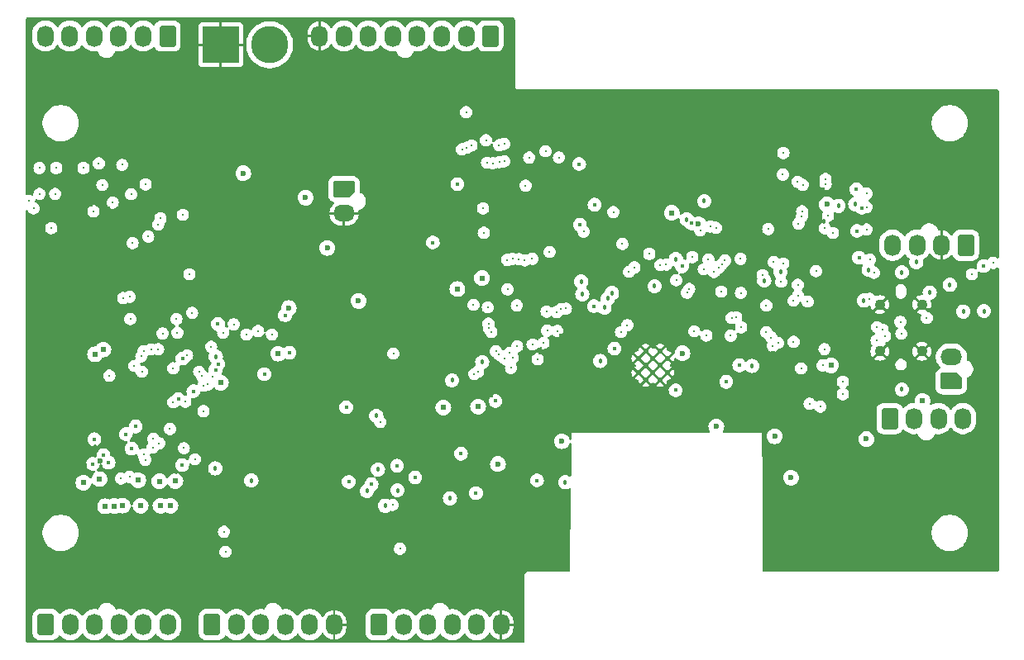
<source format=gbr>
%TF.GenerationSoftware,KiCad,Pcbnew,8.0.2*%
%TF.CreationDate,2024-07-28T21:03:14+03:00*%
%TF.ProjectId,hiro_samurai,6869726f-5f73-4616-9d75-7261692e6b69,rev?*%
%TF.SameCoordinates,Original*%
%TF.FileFunction,Copper,L3,Inr*%
%TF.FilePolarity,Positive*%
%FSLAX46Y46*%
G04 Gerber Fmt 4.6, Leading zero omitted, Abs format (unit mm)*
G04 Created by KiCad (PCBNEW 8.0.2) date 2024-07-28 21:03:14*
%MOMM*%
%LPD*%
G01*
G04 APERTURE LIST*
G04 Aperture macros list*
%AMRoundRect*
0 Rectangle with rounded corners*
0 $1 Rounding radius*
0 $2 $3 $4 $5 $6 $7 $8 $9 X,Y pos of 4 corners*
0 Add a 4 corners polygon primitive as box body*
4,1,4,$2,$3,$4,$5,$6,$7,$8,$9,$2,$3,0*
0 Add four circle primitives for the rounded corners*
1,1,$1+$1,$2,$3*
1,1,$1+$1,$4,$5*
1,1,$1+$1,$6,$7*
1,1,$1+$1,$8,$9*
0 Add four rect primitives between the rounded corners*
20,1,$1+$1,$2,$3,$4,$5,0*
20,1,$1+$1,$4,$5,$6,$7,0*
20,1,$1+$1,$6,$7,$8,$9,0*
20,1,$1+$1,$8,$9,$2,$3,0*%
%AMFreePoly0*
4,1,22,0.945671,0.830970,1.026777,0.776777,1.080970,0.695671,1.100000,0.600000,1.100000,-0.600000,1.080970,-0.695671,1.026777,-0.776777,0.945671,-0.830970,0.850000,-0.850000,-0.450000,-0.850000,-0.545671,-0.830970,-0.626777,-0.776777,-1.026777,-0.376777,-1.080970,-0.295671,-1.100000,-0.200000,-1.100000,0.600000,-1.080970,0.695671,-1.026777,0.776777,-0.945671,0.830970,-0.850000,0.850000,
0.850000,0.850000,0.945671,0.830970,0.945671,0.830970,$1*%
%AMFreePoly1*
4,1,22,0.945671,0.830970,1.026777,0.776777,1.080970,0.695671,1.100000,0.600000,1.100000,-0.600000,1.080970,-0.695671,1.026777,-0.776777,0.945671,-0.830970,0.850000,-0.850000,-0.850000,-0.850000,-0.945671,-0.830970,-1.026777,-0.776777,-1.080970,-0.695671,-1.100000,-0.600000,-1.100000,0.200000,-1.080970,0.295671,-1.026777,0.376777,-0.626777,0.776777,-0.545671,0.830970,-0.450000,0.850000,
0.850000,0.850000,0.945671,0.830970,0.945671,0.830970,$1*%
G04 Aperture macros list end*
%TA.AperFunction,ComponentPad*%
%ADD10RoundRect,0.250000X0.600000X-0.850000X0.600000X0.850000X-0.600000X0.850000X-0.600000X-0.850000X0*%
%TD*%
%TA.AperFunction,ComponentPad*%
%ADD11O,1.700000X2.200000*%
%TD*%
%TA.AperFunction,ComponentPad*%
%ADD12C,1.100000*%
%TD*%
%TA.AperFunction,ComponentPad*%
%ADD13FreePoly0,180.000000*%
%TD*%
%TA.AperFunction,ComponentPad*%
%ADD14O,2.200000X1.700000*%
%TD*%
%TA.AperFunction,ComponentPad*%
%ADD15RoundRect,0.250000X-0.600000X0.850000X-0.600000X-0.850000X0.600000X-0.850000X0.600000X0.850000X0*%
%TD*%
%TA.AperFunction,ComponentPad*%
%ADD16FreePoly1,180.000000*%
%TD*%
%TA.AperFunction,ComponentPad*%
%ADD17R,3.800000X3.800000*%
%TD*%
%TA.AperFunction,ComponentPad*%
%ADD18C,3.800000*%
%TD*%
%TA.AperFunction,ComponentPad*%
%ADD19C,0.600000*%
%TD*%
%TA.AperFunction,ViaPad*%
%ADD20C,0.610000*%
%TD*%
%TA.AperFunction,ViaPad*%
%ADD21C,0.600000*%
%TD*%
%TA.AperFunction,ViaPad*%
%ADD22C,0.457200*%
%TD*%
%TA.AperFunction,ViaPad*%
%ADD23C,0.406400*%
%TD*%
%TA.AperFunction,ViaPad*%
%ADD24C,0.250000*%
%TD*%
G04 APERTURE END LIST*
D10*
%TO.N,GND_MOTOR*%
%TO.C,J14*%
X88450242Y23727945D03*
D11*
%TO.N,OPTO2*%
X90950242Y23727945D03*
%TO.N,Net-(J14-Pin_3)*%
X93450242Y23727945D03*
%TO.N,V_MOTOR*%
X95950242Y23727945D03*
%TD*%
D12*
%TO.N,GND*%
%TO.C,J8*%
X87451700Y30605000D03*
X91751700Y30605000D03*
X87451700Y35405000D03*
X91751700Y35405000D03*
%TD*%
D13*
%TO.N,CAN_H*%
%TO.C,J3*%
X94763507Y27552931D03*
D14*
%TO.N,CAN_L*%
X94763507Y30052931D03*
%TD*%
D15*
%TO.N,+3V3*%
%TO.C,J2*%
X96245000Y41495000D03*
D11*
%TO.N,GND*%
X93745000Y41495000D03*
%TO.N,SIG_RUN*%
X91245000Y41495000D03*
%TO.N,SIG_KILL*%
X88745000Y41495000D03*
%TD*%
D16*
%TO.N,VBAT*%
%TO.C,J9*%
X32601700Y47255000D03*
D14*
%TO.N,GND*%
X32601700Y44755000D03*
%TD*%
D15*
%TO.N,SEN1*%
%TO.C,J4*%
X2077000Y2599000D03*
D11*
%TO.N,SEN2*%
X4577000Y2599000D03*
%TO.N,SEN3*%
X7077000Y2599000D03*
%TO.N,SEN4*%
X9577000Y2599000D03*
%TO.N,SEN5*%
X12077000Y2599000D03*
%TO.N,SEN6*%
X14577000Y2599000D03*
%TD*%
D10*
%TO.N,SEN7*%
%TO.C,J5*%
X14537000Y62935000D03*
D11*
%TO.N,SEN8*%
X12037000Y62935000D03*
%TO.N,SEN9*%
X9537000Y62935000D03*
%TO.N,SEN10*%
X7037000Y62935000D03*
%TO.N,SEN11*%
X4537000Y62935000D03*
%TO.N,SEN12*%
X2037000Y62935000D03*
%TD*%
D15*
%TO.N,+3V3*%
%TO.C,J10*%
X19095000Y2599000D03*
D11*
%TO.N,COL1*%
X21595000Y2599000D03*
%TO.N,COL2*%
X24095000Y2599000D03*
%TO.N,COL3*%
X26595000Y2599000D03*
%TO.N,COL4*%
X29095000Y2599000D03*
%TO.N,GND*%
X31595000Y2599000D03*
%TD*%
D15*
%TO.N,+3V3*%
%TO.C,J13*%
X36191000Y2599000D03*
D11*
%TO.N,LIFT1*%
X38691000Y2599000D03*
%TO.N,LIFT2*%
X41191000Y2599000D03*
%TO.N,LIFT3*%
X43691000Y2599000D03*
%TO.N,LIFT4*%
X46191000Y2599000D03*
%TO.N,GND*%
X48691000Y2599000D03*
%TD*%
D17*
%TO.N,GND*%
%TO.C,J1*%
X19991000Y62035000D03*
D18*
%TO.N,V_IN*%
X24991000Y62035000D03*
%TD*%
D10*
%TO.N,+3V3*%
%TO.C,J12*%
X47601700Y62935000D03*
D11*
%TO.N,Net-(J12-Pin_2)*%
X45101700Y62935000D03*
%TO.N,Net-(J12-Pin_3)*%
X42601700Y62935000D03*
%TO.N,Net-(J12-Pin_4)*%
X40101700Y62935000D03*
%TO.N,PMW_CS1*%
X37601700Y62935000D03*
%TO.N,PMW_CS2*%
X35101700Y62935000D03*
%TO.N,PMW_RESET*%
X32601700Y62935000D03*
%TO.N,GND*%
X30101700Y62935000D03*
%TD*%
D19*
%TO.N,GND*%
%TO.C,U3*%
X62722601Y29913770D03*
X62722601Y28413770D03*
X63472601Y30663770D03*
X63472601Y29163770D03*
X63472601Y27663770D03*
X64222601Y29913770D03*
X64222601Y28413770D03*
X64972601Y30663770D03*
X64972601Y29163770D03*
X64972601Y27663770D03*
X65722601Y29913770D03*
X65722601Y28413770D03*
%TD*%
D20*
%TO.N,GND*%
X47565000Y26155000D03*
D21*
X7610599Y19363000D03*
D20*
X33076700Y5755000D03*
X46682600Y12505000D03*
D22*
X13895000Y18365000D03*
D20*
X56995000Y41715000D03*
X76934000Y56447000D03*
X28206841Y38428582D03*
X68171000Y48827000D03*
X90624600Y56497800D03*
X49375000Y17331000D03*
X44875000Y46795000D03*
D23*
X92465000Y34895000D03*
D20*
X20419000Y38667000D03*
X22097351Y35462673D03*
X34033400Y9203000D03*
X61525000Y24450000D03*
X55175000Y23965000D03*
D22*
X10015000Y20005000D03*
D20*
X35151000Y45271000D03*
X80363000Y21903000D03*
X56017100Y53805400D03*
X43425375Y38394189D03*
X24015000Y35055000D03*
X1115000Y32977400D03*
X8936115Y9001885D03*
X65034100Y53805400D03*
X53350635Y44425135D03*
X43351700Y22572500D03*
X31678200Y51875000D03*
X91900000Y20425000D03*
D22*
X63115000Y47605000D03*
D20*
X70711000Y48319000D03*
X40035000Y35685000D03*
D22*
X14030865Y20029845D03*
D24*
X50125000Y32916800D03*
D20*
X97635000Y20450000D03*
X64615000Y34603000D03*
D22*
X98601690Y33255005D03*
D20*
X34643000Y26983000D03*
X87795000Y38725000D03*
X6703000Y40699000D03*
X78705000Y26165000D03*
D23*
X89615000Y30235000D03*
D22*
X83815000Y30755000D03*
D20*
X50899000Y9203000D03*
X44335000Y59755000D03*
D24*
X49465000Y31305000D03*
D20*
X98651000Y50859000D03*
X61567000Y36635000D03*
X41975000Y44275000D03*
X23149600Y55431000D03*
X97650000Y16823000D03*
X36535000Y34185000D03*
X29825000Y20875000D03*
X18895000Y43239000D03*
D22*
X15415000Y18295000D03*
D20*
X82903000Y37143000D03*
D24*
X52575000Y30375000D03*
D23*
X81665000Y47245000D03*
D20*
X50391000Y19871000D03*
X12951400Y9203000D03*
D24*
X1623000Y44001000D03*
D20*
X70203000Y24443000D03*
X85951000Y56447000D03*
X48865000Y27117500D03*
D23*
X6105133Y18991051D03*
D22*
X7131153Y20801675D03*
D20*
X18387000Y59495000D03*
D22*
X41585000Y23115000D03*
X38275000Y47875000D03*
D20*
X54963000Y47303000D03*
D23*
X11785000Y46625000D03*
D20*
X41247000Y51875000D03*
D23*
X12001704Y21304992D03*
D20*
X49105000Y59685000D03*
D23*
X92555000Y45525000D03*
D20*
X33315000Y33735000D03*
X21943000Y40191000D03*
X91925000Y16875000D03*
X1115000Y29319800D03*
X83068100Y53805400D03*
D23*
X98286945Y44890345D03*
D20*
X1115000Y25662200D03*
X63408500Y56447000D03*
X67917000Y56447000D03*
X87765000Y26865000D03*
X3147000Y59495000D03*
X29858600Y12500000D03*
X33627000Y59495000D03*
X16051700Y7679006D03*
D24*
X18014200Y30592500D03*
D20*
X29817000Y9203000D03*
X36825000Y42223000D03*
X26893800Y51875000D03*
X16885000Y63835000D03*
X6195000Y35315000D03*
D22*
X81695000Y43976317D03*
X81248900Y30315000D03*
D20*
X81887000Y17331000D03*
X17849077Y39175000D03*
X22109400Y51875000D03*
X38045000Y33935000D03*
D24*
X52735000Y31015000D03*
D20*
X69542600Y53805400D03*
X9243000Y42223000D03*
X1115000Y36635000D03*
X28293000Y62949400D03*
X34075000Y12500000D03*
D21*
X78351700Y18931200D03*
D20*
X89507000Y13775000D03*
X43585000Y17305000D03*
X13377022Y45895704D03*
X74345000Y23795000D03*
X46682600Y9203000D03*
X60525600Y53805400D03*
D22*
X22845000Y22535000D03*
D20*
X77315000Y14283000D03*
D22*
X38235000Y21875000D03*
D20*
X37915900Y6663000D03*
X8385490Y59583415D03*
X46825000Y39375000D03*
X36462600Y51875000D03*
X74051100Y53805400D03*
X33601700Y40005000D03*
D23*
X53405000Y18375000D03*
D20*
X54455000Y42223000D03*
D23*
X8735000Y33587000D03*
D20*
X25415000Y42685000D03*
X17325000Y51875000D03*
X54910500Y32145000D03*
X87576600Y53805400D03*
X54930499Y30755001D03*
X54391500Y56447000D03*
X53953615Y29726170D03*
X81887000Y9711000D03*
X27295000Y48455000D03*
X19149000Y9203000D03*
D22*
X39605000Y20195000D03*
D20*
X9890741Y24455741D03*
X19911000Y20379000D03*
X58900000Y56447000D03*
D23*
X55195000Y18395000D03*
D20*
X48305000Y41865000D03*
D24*
X6804600Y45575800D03*
D20*
X43660002Y26437500D03*
D24*
X2131000Y46795000D03*
D20*
X19601700Y25005000D03*
D22*
X21035000Y25065000D03*
D23*
X32215000Y33885000D03*
D20*
X24483000Y30359800D03*
X16065000Y47905000D03*
X87275000Y20600000D03*
X66475000Y24475000D03*
X39215000Y24443000D03*
X36465000Y35845000D03*
D22*
X54219982Y37857366D03*
D20*
X32395000Y37775000D03*
X74775000Y48827000D03*
X17963800Y55431000D03*
X50899000Y12505000D03*
D22*
X83736700Y31755000D03*
D20*
X81887000Y40191000D03*
D21*
X76522994Y30384232D03*
D20*
X34643000Y29777000D03*
X23162200Y58174200D03*
X86735024Y37545000D03*
X72425500Y56447000D03*
X42655000Y40895000D03*
X19065000Y45845000D03*
X82395000Y19871000D03*
X78559600Y53805400D03*
X49883000Y56447000D03*
D22*
X16278800Y21634967D03*
X47455000Y31681600D03*
X85560000Y34035000D03*
D20*
X16101000Y11489000D03*
X61059000Y27999000D03*
X27795000Y43475000D03*
X28335400Y55431000D03*
X38249800Y9203000D03*
D24*
X6250000Y43100000D03*
D20*
X61567000Y46795000D03*
D22*
X24035000Y19915000D03*
D24*
X81314200Y34292500D03*
D20*
X81442500Y56447000D03*
X6703000Y32571000D03*
X11351000Y55431000D03*
X33521200Y55431000D03*
X57155000Y23798770D03*
X7378478Y27070247D03*
D22*
X22635000Y18685000D03*
D20*
X38575000Y36315000D03*
D24*
X4417000Y46795000D03*
D20*
X53851700Y22917500D03*
D21*
X78044996Y22880000D03*
D22*
X43885000Y48845000D03*
D20*
X28004630Y36000201D03*
D22*
X9880300Y18505000D03*
X76175000Y34452502D03*
D20*
X1115000Y22004600D03*
X26007000Y24443000D03*
X1115000Y18347000D03*
D23*
X14635000Y38255000D03*
D20*
X43279000Y32063000D03*
X47851000Y43747000D03*
X28547000Y59495000D03*
D23*
X10925000Y43935000D03*
D24*
X8601304Y45379687D03*
D20*
X19131908Y6048660D03*
D22*
X85710192Y41975000D03*
D20*
X38707000Y55431000D03*
D24*
%TO.N,~{STM_NRST}*%
X77515000Y48725000D03*
X77572785Y50943000D03*
X18066283Y28088000D03*
X45848772Y35382523D03*
X18675000Y27215000D03*
X19135000Y28005000D03*
X21325000Y33385000D03*
X46835000Y45271000D03*
X18996212Y31096405D03*
X53235000Y51125000D03*
%TO.N,Net-(C22-Pad1)*%
X22612983Y32342600D03*
X25232700Y32342600D03*
D22*
%TO.N,+3.3VA*%
X19476764Y30071126D03*
D23*
X24444950Y28267310D03*
D24*
%TO.N,ESP_EN*%
X96875000Y38513859D03*
X86849017Y38674215D03*
X80915000Y38835000D03*
%TO.N,VBAT*%
X54605000Y50495000D03*
D23*
X85315000Y40215000D03*
X44200000Y47750000D03*
D21*
X34084200Y35776200D03*
X22298588Y48865012D03*
D23*
X85100592Y42959408D03*
D21*
X26953338Y35060195D03*
D24*
X51565000Y50485000D03*
D22*
X91176245Y39760386D03*
D23*
X41700368Y41775000D03*
X85571600Y45325000D03*
X85055999Y47210186D03*
D21*
X28665213Y46365567D03*
%TO.N,+5V*%
X54885000Y21395000D03*
X70711000Y22919000D03*
D24*
%TO.N,CP2105_VIO*%
X81605000Y29165000D03*
X81785000Y30845000D03*
%TO.N,VUSB*%
X87119400Y31707400D03*
D22*
%TO.N,Net-(D1-K)*%
X89706544Y38711048D03*
%TO.N,Net-(D2-K)*%
X89701389Y26710079D03*
D20*
%TO.N,SEN2*%
X7575175Y17528543D03*
X9082937Y14759334D03*
%TO.N,SEN4*%
X11536123Y17407814D03*
X11783000Y14791000D03*
%TO.N,COL2*%
X7968000Y30798000D03*
D24*
%TO.N,COL1*%
X20325000Y12125000D03*
D20*
X7119530Y30312320D03*
D24*
X20475000Y10075000D03*
D20*
%TO.N,SEN6*%
X14831000Y14791000D03*
X15339000Y17331000D03*
D24*
X16200601Y20694137D03*
X17347725Y19557948D03*
D20*
%TO.N,SEN1*%
X5926482Y17143600D03*
X8147931Y14730800D03*
%TO.N,SEN5*%
X13702377Y17305833D03*
X13815000Y14791000D03*
D24*
%TO.N,SEN3*%
X9775000Y17585000D03*
D23*
X10867100Y20650594D03*
D20*
X9945970Y14800242D03*
D24*
%TO.N,USB_CONN_D+*%
X87729000Y32825000D03*
%TO.N,Net-(J8-CC2)*%
X92253077Y34033952D03*
%TO.N,USB_CONN_D-*%
X89557800Y33637800D03*
X89659400Y32418600D03*
X87170200Y33105000D03*
%TO.N,Net-(J8-CC1)*%
X87983000Y32164600D03*
D22*
%TO.N,+1V8*%
X23115000Y17385000D03*
D23*
X39881000Y17681000D03*
X48102855Y25526200D03*
D24*
X51895000Y31325000D03*
X52425000Y29805000D03*
D22*
X43660000Y27645000D03*
X34945000Y16305000D03*
D23*
X44575000Y20125000D03*
D24*
X49695000Y28915000D03*
D23*
X38025000Y18895000D03*
D24*
X45925000Y28295000D03*
%TO.N,Net-(J12-Pin_3)*%
X49016537Y51875000D03*
X49016537Y50097018D03*
%TO.N,ADC_V_IN*%
X16101000Y44610600D03*
X14044400Y32455000D03*
D23*
%TO.N,ESP_U1TXD*%
X58192480Y35244096D03*
D22*
X59594366Y36018000D03*
X38075000Y16375000D03*
D21*
X48359000Y19067000D03*
D22*
X36075000Y18505000D03*
X58825000Y29625000D03*
%TO.N,ESP_U1RXD*%
X60023280Y36585312D03*
D23*
X35415000Y16995000D03*
X46106000Y16094000D03*
D24*
X37575000Y14875000D03*
D22*
X56995000Y36475000D03*
D23*
X60277249Y30906931D03*
D24*
%TO.N,SEN9*%
X8912800Y45861601D03*
X6957000Y44966200D03*
%TO.N,SEN10*%
X7494513Y49877229D03*
X9901400Y49737179D03*
%TO.N,SEN11_3V3*%
X8575000Y28118200D03*
X11919618Y28530382D03*
%TO.N,SEN4_3V3*%
X15114703Y28875000D03*
X15114703Y25413715D03*
D22*
%TO.N,Net-(R53-Pad1)*%
X19425592Y18615592D03*
X36825000Y14791000D03*
X55245000Y17195000D03*
X43444073Y15545927D03*
D24*
%TO.N,STM_SWDCLK*%
X81895994Y47743586D03*
D22*
X98115000Y34745000D03*
D23*
X98085000Y39365000D03*
D24*
%TO.N,STM_SWDIO*%
X86105000Y46795000D03*
X86105000Y43114000D03*
X86435000Y40015002D03*
X86389481Y36016752D03*
X86105000Y45403200D03*
D23*
%TO.N,Net-(R59-Pad1)*%
X68175000Y43745000D03*
X52365000Y17385000D03*
X66545000Y26625000D03*
X67205000Y39335000D03*
D24*
%TO.N,CAN_H*%
X83659974Y26210000D03*
%TO.N,CAN_L*%
X83660018Y27479991D03*
D23*
%TO.N,PWM1_OUT*%
X19725000Y29326477D03*
%TO.N,LIFT3*%
X32825000Y24875000D03*
D24*
%TO.N,COL4*%
X16355000Y25459000D03*
D23*
%TO.N,LIFT2*%
X19694579Y33408921D03*
X26563766Y34314151D03*
X27023000Y30471600D03*
D24*
%TO.N,LIFT4*%
X38325000Y10375000D03*
D23*
X15634735Y25721599D03*
D24*
%TO.N,STM_USART1_TX*%
X77018704Y31481201D03*
X12852400Y30812248D03*
%TO.N,BHI_SWDIO*%
X36325000Y23375000D03*
X53015000Y31475000D03*
%TO.N,STM_ESP_INT*%
X12087800Y30640600D03*
X67935000Y37015000D03*
%TO.N,COL3*%
X11843354Y30095378D03*
%TO.N,STM_USART1_RX*%
X76487881Y31174600D03*
X13575000Y30834540D03*
%TO.N,STM_USART2_TX*%
X17785000Y28525000D03*
X18204998Y27094998D03*
X18215000Y24495000D03*
D23*
X33085000Y17235000D03*
D24*
%TO.N,LIFT1*%
X16545300Y30188208D03*
D23*
%TO.N,PWM2_OUT*%
X19455000Y28725000D03*
D24*
%TO.N,HSE_OSC_OUT*%
X23805000Y32695000D03*
X20235000Y32515000D03*
%TO.N,CAN_SILENT*%
X81355000Y24940000D03*
X71597442Y39935400D03*
%TO.N,FDCAN1_RX*%
X70945933Y39150911D03*
X79389800Y28871000D03*
%TO.N,ESP_JTAG_TCK_PROT*%
X79499400Y44966200D03*
X72743000Y34095000D03*
X76585021Y39761779D03*
X75447793Y38431271D03*
%TO.N,ESP_JTAG_TDO_PROT*%
X77565000Y39625000D03*
X73181467Y40092370D03*
X73251000Y33079000D03*
X71215002Y36735000D03*
X79466717Y44476317D03*
D22*
X75614947Y37874311D03*
D24*
%TO.N,FDCAN1_TX*%
X71266315Y39539979D03*
X80261400Y25255800D03*
%TO.N,ESP_JTAG_TDI_PROT*%
X79123468Y43713159D03*
D22*
X77272895Y38742708D03*
%TO.N,BHI_SWDCLK*%
X35903800Y24007200D03*
X46745400Y29508212D03*
D24*
%TO.N,BHI_RSTQ*%
X49055000Y29855000D03*
X47389938Y33455000D03*
X37655000Y30385000D03*
%TO.N,ESP_JTAG_TMS_PROT*%
X69065000Y43035000D03*
X72285800Y34044200D03*
%TO.N,BHI_CS*%
X54445000Y32713378D03*
X50295000Y35335000D03*
X49565000Y30445000D03*
X54822183Y34944098D03*
D21*
%TO.N,Net-(J14-Pin_3)*%
X86075000Y21625000D03*
D24*
%TO.N,ESP_UART_DEBUG_TX*%
X76335000Y32035000D03*
X69895000Y40015000D03*
X70695000Y43275000D03*
X78605000Y35805000D03*
X76035000Y43145000D03*
X70475000Y38745000D03*
D21*
%TO.N,Net-(R5-Pad2)*%
X67254181Y30425419D03*
X76684800Y21903000D03*
X68871114Y43645409D03*
X82021668Y45673236D03*
D22*
X83207468Y45525000D03*
D24*
X68258857Y40276671D03*
%TO.N,Net-(J12-Pin_4)*%
X48483646Y51754896D03*
X48511701Y50015481D03*
D22*
%TO.N,ESP_UART_DEBUG_RX*%
X74365000Y29113800D03*
D24*
X75815000Y35315000D03*
X73239836Y36609836D03*
X77345000Y37745000D03*
D23*
X73065000Y29175000D03*
D24*
X79075000Y36345000D03*
%TO.N,ESP_JTAG_TDI*%
X82645000Y42755000D03*
%TO.N,ESP_JTAG_TMS*%
X82141000Y44509000D03*
%TO.N,ESP_JTAG_TDO*%
X81807637Y43223225D03*
D22*
X92555000Y36635000D03*
X86310511Y38970200D03*
%TO.N,ESP_JTAG_TCK*%
X94609899Y37440162D03*
D24*
%TO.N,STM_RTS*%
X78615000Y31585000D03*
D23*
%TO.N,STM_DTR*%
X71727000Y27491000D03*
D24*
X72175000Y32215000D03*
X75825164Y32575164D03*
%TO.N,ESP_DTR*%
X80065000Y35715000D03*
X79065000Y37435000D03*
D23*
%TO.N,Net-(Q1B-C2)*%
X8501161Y19210713D03*
X7048362Y21598362D03*
X10259000Y22125000D03*
D24*
%TO.N,Net-(Q3B-C2)*%
X12562976Y42373558D03*
X13680934Y21196961D03*
D23*
X16033434Y18946303D03*
D22*
%TO.N,Net-(R13-Pad2)*%
X85812728Y35825606D03*
D21*
X78351700Y17661200D03*
D24*
%TO.N,Net-(Q4B-C2)*%
X13575700Y43619255D03*
X10953828Y41715000D03*
X10815800Y46719427D03*
%TO.N,Net-(Q6B-C2)*%
X1439000Y46755000D03*
X353000Y46033000D03*
D23*
%TO.N,Net-(Q1A-C1)*%
X11275000Y22919000D03*
X6883670Y19083969D03*
X7980129Y19963220D03*
D24*
%TO.N,STM_SWDCLK_PROT*%
X79558194Y47690171D03*
X10664182Y36195854D03*
%TO.N,STM_SWDIO_PROT*%
X79015000Y48005000D03*
X10005000Y36076200D03*
%TO.N,STM_NRESET*%
X81883923Y48262631D03*
X99039376Y39675624D03*
D22*
X95995936Y34685166D03*
D24*
%TO.N,Net-(Q2A-C1)*%
X14779083Y22651990D03*
X12106411Y20047973D03*
X12267258Y19500412D03*
X13087722Y21655995D03*
X13018612Y20764477D03*
X10643732Y17750143D03*
%TO.N,Net-(Q3A-C1)*%
X16775000Y38525000D03*
X17045000Y34575000D03*
D23*
X17181240Y26531715D03*
X16060931Y29865181D03*
D24*
%TO.N,Net-(Q6A-C1)*%
X833600Y45271000D03*
X2639000Y43239000D03*
X3039000Y46755000D03*
%TO.N,SIG_KILL*%
X70115000Y43415000D03*
D22*
X56885000Y37775000D03*
D24*
X67710500Y36620388D03*
X69425000Y39025000D03*
D22*
%TO.N,SIG_RUN*%
X84935000Y45702800D03*
X69470025Y46018874D03*
X59260492Y35106200D03*
X64395000Y37295000D03*
X67677764Y44135302D03*
X66575000Y40055000D03*
D24*
%TO.N,PMW_MISO*%
X57147400Y42883400D03*
X51178686Y47603964D03*
%TO.N,PMW_CS1*%
X68445000Y32670200D03*
X45642685Y51709095D03*
%TO.N,PMW_RESET*%
X55315001Y35005001D03*
X44678182Y51322509D03*
%TO.N,PMW_CS2*%
X60950736Y32584245D03*
X45152927Y51491730D03*
%TO.N,PMW_MOSI*%
X69695000Y32235000D03*
X47837650Y49901229D03*
%TO.N,PMW_SCLK*%
X61596582Y33303092D03*
X46912812Y42759668D03*
D23*
%TO.N,RGB_LED*%
X56668042Y49813842D03*
D24*
X15535000Y32535000D03*
%TO.N,BHI_SCLK_3V3*%
X51102200Y39937000D03*
X64982385Y39457653D03*
%TO.N,BHI_MOSI_3V3*%
X53642200Y40800600D03*
X63853000Y40597400D03*
%TO.N,BHI_CS_3V3*%
X50515179Y40061179D03*
X62329000Y39225800D03*
%TO.N,BHI_RSTQ_3V3*%
X49295827Y39993029D03*
X66617276Y37902727D03*
D23*
%TO.N,Net-(D4-K)*%
X56748249Y43584671D03*
X58245000Y45655000D03*
D24*
%TO.N,BHI_HIRQ_3V3*%
X61770200Y38768600D03*
X49844972Y40087635D03*
%TO.N,Net-(D3-K)*%
X61086727Y41622723D03*
X60170000Y44890000D03*
%TO.N,BHI_MISO_3V3*%
X51864200Y40089400D03*
X65582076Y39501714D03*
%TO.N,BHI_MISO*%
X53405000Y32735000D03*
X53344430Y34694516D03*
X50325000Y31125000D03*
X54366983Y34656218D03*
%TO.N,BHI_MOSI*%
X48151398Y30623541D03*
X47685000Y32605000D03*
%TO.N,BHI_SCLK*%
X46328456Y28562682D03*
X49885000Y29965000D03*
X49345000Y36955000D03*
X47325000Y35125000D03*
%TO.N,BHI_HIRQ*%
X48465000Y30275000D03*
X47433032Y32982664D03*
%TO.N,+3V3*%
X15445120Y33925120D03*
X5941000Y49405000D03*
X1439000Y49405000D03*
D20*
X66152777Y44797466D03*
X25865700Y30375000D03*
D24*
X12291000Y47728800D03*
X7871400Y47658600D03*
D20*
X46729778Y38125000D03*
X91820733Y25532667D03*
D21*
X30883800Y41207000D03*
D20*
X19993283Y27396963D03*
X42771000Y24846000D03*
D24*
X13815000Y44255000D03*
D20*
X46327000Y24951000D03*
X44200000Y37000000D03*
D24*
X11136185Y29125000D03*
D20*
X82446425Y29188058D03*
D24*
X10735000Y33925000D03*
X3147000Y49405000D03*
%TO.N,Net-(J12-Pin_2)*%
X47237031Y49944362D03*
X47135628Y52248111D03*
X45101700Y55125000D03*
%TD*%
%TA.AperFunction,Conductor*%
%TO.N,GND*%
G36*
X49789752Y64873159D02*
G01*
X49791924Y64873102D01*
X49826750Y64872187D01*
X49869156Y64863516D01*
X49938424Y64836078D01*
X49979066Y64809825D01*
X50030627Y64759841D01*
X50058130Y64720031D01*
X50087690Y64651682D01*
X50097678Y64609500D01*
X50099671Y64574451D01*
X50099871Y64567445D01*
X50101699Y57805013D01*
X50101700Y57805000D01*
X50104582Y57745900D01*
X50149816Y57636696D01*
X50233396Y57553116D01*
X50342600Y57507882D01*
X50401700Y57505000D01*
X99338674Y57505000D01*
X99344710Y57504853D01*
X99352678Y57504465D01*
X99379287Y57503168D01*
X99420694Y57493878D01*
X99487220Y57466322D01*
X99527445Y57439443D01*
X99576142Y57390746D01*
X99603021Y57350520D01*
X99630575Y57283999D01*
X99639867Y57242588D01*
X99641553Y57208015D01*
X99641700Y57201975D01*
X99641700Y40253188D01*
X99622015Y40186149D01*
X99569211Y40140394D01*
X99500053Y40130450D01*
X99436497Y40159475D01*
X99435474Y40160372D01*
X99397311Y40194181D01*
X99262808Y40264773D01*
X99115326Y40301124D01*
X99115325Y40301124D01*
X98963427Y40301124D01*
X98963426Y40301124D01*
X98815943Y40264773D01*
X98681443Y40194182D01*
X98567742Y40093453D01*
X98535352Y40046528D01*
X98481069Y40002538D01*
X98411620Y39994880D01*
X98375679Y40007172D01*
X98336368Y40027803D01*
X98336369Y40027803D01*
X98211673Y40058538D01*
X98170445Y40068700D01*
X97999555Y40068700D01*
X97958659Y40058620D01*
X97833633Y40027804D01*
X97682318Y39948388D01*
X97554405Y39835067D01*
X97554403Y39835064D01*
X97457329Y39694429D01*
X97396729Y39534643D01*
X97376132Y39365000D01*
X97396729Y39195357D01*
X97398646Y39190304D01*
X97404010Y39120640D01*
X97370860Y39059135D01*
X97309721Y39025316D01*
X97240003Y39029921D01*
X97225077Y39036540D01*
X97098432Y39103008D01*
X96950950Y39139359D01*
X96950949Y39139359D01*
X96799051Y39139359D01*
X96799050Y39139359D01*
X96651567Y39103008D01*
X96517067Y39032417D01*
X96517066Y39032416D01*
X96404827Y38932981D01*
X96403367Y38931688D01*
X96317080Y38806680D01*
X96317079Y38806679D01*
X96263215Y38664651D01*
X96256315Y38607826D01*
X96244906Y38513859D01*
X96263215Y38363068D01*
X96317079Y38221040D01*
X96403368Y38096029D01*
X96517066Y37995302D01*
X96651566Y37924711D01*
X96725308Y37906535D01*
X96799050Y37888359D01*
X96799051Y37888359D01*
X96950950Y37888359D01*
X97009242Y37902727D01*
X97098434Y37924711D01*
X97232934Y37995302D01*
X97346632Y38096029D01*
X97432921Y38221040D01*
X97486785Y38363068D01*
X97505094Y38513859D01*
X97486785Y38664650D01*
X97486783Y38664654D01*
X97486606Y38666117D01*
X97498066Y38735041D01*
X97544970Y38786827D01*
X97612426Y38805034D01*
X97675605Y38784966D01*
X97675675Y38785099D01*
X97676425Y38784706D01*
X97679017Y38783882D01*
X97680140Y38783115D01*
X97682313Y38781616D01*
X97682314Y38781616D01*
X97682317Y38781613D01*
X97833632Y38702197D01*
X97999555Y38661300D01*
X97999556Y38661300D01*
X98170444Y38661300D01*
X98170445Y38661300D01*
X98336368Y38702197D01*
X98487683Y38781613D01*
X98615595Y38894934D01*
X98709093Y39030390D01*
X98763373Y39074378D01*
X98832822Y39082038D01*
X98840816Y39080345D01*
X98963426Y39050124D01*
X98963427Y39050124D01*
X99115326Y39050124D01*
X99164486Y39062242D01*
X99262810Y39086476D01*
X99397310Y39157067D01*
X99435473Y39190876D01*
X99498706Y39220598D01*
X99567969Y39211414D01*
X99621273Y39166242D01*
X99641693Y39099423D01*
X99641700Y39098061D01*
X99641700Y8308026D01*
X99641553Y8301986D01*
X99639867Y8267413D01*
X99630575Y8225999D01*
X99603022Y8159482D01*
X99576142Y8119255D01*
X99527445Y8070558D01*
X99487218Y8043678D01*
X99453317Y8029636D01*
X99420699Y8016125D01*
X99379287Y8006833D01*
X99344714Y8005147D01*
X99338674Y8005000D01*
X75586181Y8005000D01*
X75519142Y8024685D01*
X75473387Y8077489D01*
X75462182Y8128478D01*
X75445359Y12126544D01*
X92747200Y12126544D01*
X92747200Y11883457D01*
X92747201Y11883441D01*
X92778930Y11642431D01*
X92841849Y11407614D01*
X92934875Y11183028D01*
X92934882Y11183013D01*
X93056430Y10972484D01*
X93204422Y10779620D01*
X93204430Y10779611D01*
X93376311Y10607730D01*
X93376319Y10607723D01*
X93569183Y10459731D01*
X93779712Y10338183D01*
X93779727Y10338176D01*
X93895871Y10290068D01*
X94004312Y10245150D01*
X94239129Y10182231D01*
X94480150Y10150500D01*
X94480157Y10150500D01*
X94723243Y10150500D01*
X94723250Y10150500D01*
X94964271Y10182231D01*
X95199088Y10245150D01*
X95423684Y10338181D01*
X95634216Y10459731D01*
X95827080Y10607722D01*
X95827084Y10607727D01*
X95827089Y10607730D01*
X95998970Y10779611D01*
X95998973Y10779616D01*
X95998978Y10779620D01*
X96146969Y10972484D01*
X96268519Y11183016D01*
X96361550Y11407612D01*
X96424469Y11642429D01*
X96456200Y11883450D01*
X96456200Y12126550D01*
X96424469Y12367571D01*
X96361550Y12602388D01*
X96268519Y12826984D01*
X96268517Y12826988D01*
X96146969Y13037517D01*
X95998977Y13230381D01*
X95998970Y13230389D01*
X95827089Y13402270D01*
X95827080Y13402278D01*
X95634216Y13550270D01*
X95423687Y13671818D01*
X95423672Y13671825D01*
X95199086Y13764851D01*
X94964269Y13827770D01*
X94723259Y13859499D01*
X94723256Y13859500D01*
X94723250Y13859500D01*
X94480150Y13859500D01*
X94480144Y13859500D01*
X94480140Y13859499D01*
X94239130Y13827770D01*
X94004313Y13764851D01*
X93779727Y13671825D01*
X93779712Y13671818D01*
X93569183Y13550270D01*
X93376319Y13402278D01*
X93204422Y13230381D01*
X93056430Y13037517D01*
X92934882Y12826988D01*
X92934875Y12826973D01*
X92841849Y12602387D01*
X92778930Y12367570D01*
X92747201Y12126560D01*
X92747200Y12126544D01*
X75445359Y12126544D01*
X75437520Y13989645D01*
X75422072Y17661204D01*
X77546135Y17661204D01*
X77546135Y17661197D01*
X77566330Y17481951D01*
X77566331Y17481946D01*
X77625911Y17311677D01*
X77700170Y17193495D01*
X77721884Y17158938D01*
X77849438Y17031384D01*
X77921763Y16985939D01*
X77995434Y16939648D01*
X78002178Y16935411D01*
X78118258Y16894793D01*
X78172445Y16875832D01*
X78172450Y16875831D01*
X78351696Y16855635D01*
X78351700Y16855635D01*
X78351704Y16855635D01*
X78530949Y16875831D01*
X78530952Y16875832D01*
X78530955Y16875832D01*
X78701222Y16935411D01*
X78853962Y17031384D01*
X78981516Y17158938D01*
X79077489Y17311678D01*
X79137068Y17481945D01*
X79137548Y17486203D01*
X79157265Y17661197D01*
X79157265Y17661204D01*
X79137069Y17840450D01*
X79137068Y17840455D01*
X79112622Y17910318D01*
X79077489Y18010722D01*
X79054189Y18047803D01*
X79011068Y18116430D01*
X78981516Y18163462D01*
X78853962Y18291016D01*
X78809717Y18318817D01*
X78701223Y18386989D01*
X78530954Y18446569D01*
X78530949Y18446570D01*
X78351704Y18466765D01*
X78351696Y18466765D01*
X78172450Y18446570D01*
X78172445Y18446569D01*
X78002176Y18386989D01*
X77849437Y18291016D01*
X77721884Y18163463D01*
X77625911Y18010724D01*
X77566331Y17840455D01*
X77566330Y17840450D01*
X77546135Y17661204D01*
X75422072Y17661204D01*
X75404224Y21903004D01*
X75879235Y21903004D01*
X75879235Y21902997D01*
X75899430Y21723751D01*
X75899431Y21723746D01*
X75959011Y21553477D01*
X76026704Y21445745D01*
X76054984Y21400738D01*
X76182538Y21273184D01*
X76189302Y21268934D01*
X76327167Y21182307D01*
X76335278Y21177211D01*
X76496897Y21120658D01*
X76505545Y21117632D01*
X76505550Y21117631D01*
X76684796Y21097435D01*
X76684800Y21097435D01*
X76684804Y21097435D01*
X76864049Y21117631D01*
X76864052Y21117632D01*
X76864055Y21117632D01*
X77034322Y21177211D01*
X77187062Y21273184D01*
X77314616Y21400738D01*
X77410589Y21553478D01*
X77435617Y21625004D01*
X85269435Y21625004D01*
X85269435Y21624997D01*
X85289630Y21445751D01*
X85289631Y21445746D01*
X85349211Y21275477D01*
X85427056Y21151588D01*
X85445184Y21122738D01*
X85572738Y20995184D01*
X85725478Y20899211D01*
X85880607Y20844929D01*
X85895745Y20839632D01*
X85895750Y20839631D01*
X86074996Y20819435D01*
X86075000Y20819435D01*
X86075004Y20819435D01*
X86254249Y20839631D01*
X86254252Y20839632D01*
X86254255Y20839632D01*
X86424522Y20899211D01*
X86577262Y20995184D01*
X86704816Y21122738D01*
X86800789Y21275478D01*
X86860368Y21445745D01*
X86866024Y21495941D01*
X86880565Y21624997D01*
X86880565Y21625004D01*
X86860369Y21804250D01*
X86860368Y21804255D01*
X86825817Y21902997D01*
X86800789Y21974522D01*
X86704816Y22127262D01*
X86577262Y22254816D01*
X86528854Y22285233D01*
X86424523Y22350789D01*
X86254254Y22410369D01*
X86254249Y22410370D01*
X86075004Y22430565D01*
X86074996Y22430565D01*
X85895750Y22410370D01*
X85895745Y22410369D01*
X85725476Y22350789D01*
X85572737Y22254816D01*
X85445184Y22127263D01*
X85349211Y21974524D01*
X85289631Y21804255D01*
X85289630Y21804250D01*
X85269435Y21625004D01*
X77435617Y21625004D01*
X77470168Y21723745D01*
X77472509Y21744522D01*
X77490365Y21902997D01*
X77490365Y21903004D01*
X77470169Y22082250D01*
X77470168Y22082255D01*
X77450681Y22137946D01*
X77410589Y22252522D01*
X77314616Y22405262D01*
X77187062Y22532816D01*
X77137328Y22564066D01*
X77034323Y22628789D01*
X76864054Y22688369D01*
X76864049Y22688370D01*
X76684804Y22708565D01*
X76684796Y22708565D01*
X76505550Y22688370D01*
X76505545Y22688369D01*
X76335276Y22628789D01*
X76182537Y22532816D01*
X76054984Y22405263D01*
X75959011Y22252524D01*
X75899431Y22082255D01*
X75899430Y22082250D01*
X75879235Y21903004D01*
X75404224Y21903004D01*
X75402601Y22288770D01*
X75402600Y22288770D01*
X71484770Y22288770D01*
X71417731Y22308455D01*
X71371976Y22361259D01*
X71362032Y22430417D01*
X71379776Y22478742D01*
X71413753Y22532816D01*
X71436789Y22569478D01*
X71496368Y22739745D01*
X71496369Y22739751D01*
X71516565Y22918997D01*
X71516565Y22919004D01*
X71496369Y23098250D01*
X71496368Y23098255D01*
X71474167Y23161702D01*
X71436789Y23268522D01*
X71340816Y23421262D01*
X71213262Y23548816D01*
X71160762Y23581804D01*
X71060523Y23644789D01*
X70890254Y23704369D01*
X70890249Y23704370D01*
X70711004Y23724565D01*
X70710996Y23724565D01*
X70531750Y23704370D01*
X70531745Y23704369D01*
X70361476Y23644789D01*
X70208737Y23548816D01*
X70081184Y23421263D01*
X69985211Y23268524D01*
X69925631Y23098255D01*
X69925630Y23098250D01*
X69905435Y22919004D01*
X69905435Y22918997D01*
X69925630Y22739751D01*
X69925631Y22739746D01*
X69985211Y22569477D01*
X70042224Y22478742D01*
X70061224Y22411505D01*
X70040856Y22344670D01*
X69987588Y22299456D01*
X69937230Y22288770D01*
X55902601Y22288770D01*
X55898424Y21927791D01*
X55895322Y21659727D01*
X55874863Y21592920D01*
X55821533Y21547779D01*
X55752264Y21538637D01*
X55689048Y21568395D01*
X55654288Y21620208D01*
X55652612Y21624997D01*
X55610789Y21744522D01*
X55514816Y21897262D01*
X55387262Y22024816D01*
X55326744Y22062842D01*
X55234523Y22120789D01*
X55064254Y22180369D01*
X55064249Y22180370D01*
X54885004Y22200565D01*
X54884996Y22200565D01*
X54705750Y22180370D01*
X54705745Y22180369D01*
X54535476Y22120789D01*
X54382737Y22024816D01*
X54255184Y21897263D01*
X54159211Y21744524D01*
X54099631Y21574255D01*
X54099630Y21574250D01*
X54079435Y21395004D01*
X54079435Y21394997D01*
X54099630Y21215751D01*
X54099631Y21215746D01*
X54159211Y21045477D01*
X54200339Y20980023D01*
X54255184Y20892738D01*
X54382738Y20765184D01*
X54473080Y20708418D01*
X54495808Y20694137D01*
X54535478Y20669211D01*
X54658902Y20626023D01*
X54705745Y20609632D01*
X54705750Y20609631D01*
X54884996Y20589435D01*
X54885000Y20589435D01*
X54885004Y20589435D01*
X55064249Y20609631D01*
X55064252Y20609632D01*
X55064255Y20609632D01*
X55234522Y20669211D01*
X55387262Y20765184D01*
X55514816Y20892738D01*
X55610789Y21045478D01*
X55647918Y21151590D01*
X55688639Y21208364D01*
X55753592Y21234112D01*
X55822154Y21220656D01*
X55872557Y21172269D01*
X55888952Y21109199D01*
X55851792Y17897732D01*
X55831333Y17830925D01*
X55778003Y17785784D01*
X55708734Y17776642D01*
X55661828Y17794173D01*
X55563346Y17856053D01*
X55563347Y17856053D01*
X55408265Y17910318D01*
X55408261Y17910319D01*
X55245004Y17928713D01*
X55244996Y17928713D01*
X55081738Y17910319D01*
X55081734Y17910318D01*
X54926652Y17856053D01*
X54787536Y17768640D01*
X54671360Y17652464D01*
X54583947Y17513348D01*
X54529682Y17358266D01*
X54529681Y17358262D01*
X54511287Y17195004D01*
X54511287Y17194997D01*
X54529681Y17031739D01*
X54529682Y17031735D01*
X54583947Y16876653D01*
X54651261Y16769524D01*
X54671360Y16737537D01*
X54787537Y16621360D01*
X54844587Y16585513D01*
X54919786Y16538262D01*
X54926654Y16533947D01*
X55081733Y16479683D01*
X55081734Y16479683D01*
X55081738Y16479682D01*
X55244996Y16461287D01*
X55245000Y16461287D01*
X55245004Y16461287D01*
X55408261Y16479682D01*
X55408263Y16479683D01*
X55408267Y16479683D01*
X55563346Y16533947D01*
X55570214Y16538262D01*
X55611280Y16564066D01*
X55645413Y16585514D01*
X55712649Y16604514D01*
X55779484Y16584147D01*
X55824698Y16530879D01*
X55835377Y16479085D01*
X55738744Y8127565D01*
X55718285Y8060758D01*
X55664955Y8015617D01*
X55614752Y8005000D01*
X51401700Y8005000D01*
X51359485Y8002942D01*
X51342598Y8002118D01*
X51233395Y7956884D01*
X51149816Y7873305D01*
X51104582Y7764102D01*
X51101700Y7704995D01*
X51101700Y1014722D01*
X51101592Y1009546D01*
X51100145Y974908D01*
X51090817Y932638D01*
X51063374Y866373D01*
X51036497Y826143D01*
X50987684Y777324D01*
X50947453Y750440D01*
X50881222Y723004D01*
X50838886Y713670D01*
X50804261Y712239D01*
X50799141Y712133D01*
X313724Y712143D01*
X308549Y712251D01*
X303444Y712465D01*
X273909Y713699D01*
X231640Y723028D01*
X165387Y750468D01*
X125152Y777352D01*
X76344Y826162D01*
X49462Y866397D01*
X22019Y932664D01*
X12693Y974914D01*
X11241Y1009545D01*
X11132Y1014741D01*
X11142Y1676460D01*
X11171Y3499017D01*
X726500Y3499017D01*
X726500Y1698999D01*
X726501Y1698982D01*
X737000Y1596204D01*
X737001Y1596201D01*
X782894Y1457706D01*
X792186Y1429666D01*
X884288Y1280344D01*
X1008344Y1156288D01*
X1157666Y1064186D01*
X1324203Y1009001D01*
X1426991Y998500D01*
X2727008Y998501D01*
X2829797Y1009001D01*
X2996334Y1064186D01*
X3145656Y1156288D01*
X3269712Y1280344D01*
X3361814Y1429666D01*
X3361814Y1429669D01*
X3365178Y1435121D01*
X3417126Y1481846D01*
X3486088Y1493069D01*
X3550170Y1465226D01*
X3558398Y1457706D01*
X3697213Y1318891D01*
X3869179Y1193952D01*
X3869181Y1193951D01*
X3869184Y1193949D01*
X4058588Y1097443D01*
X4260757Y1031754D01*
X4470713Y998500D01*
X4470714Y998500D01*
X4683286Y998500D01*
X4683287Y998500D01*
X4893243Y1031754D01*
X5095412Y1097443D01*
X5284816Y1193949D01*
X5306789Y1209914D01*
X5456786Y1318891D01*
X5456788Y1318894D01*
X5456792Y1318896D01*
X5607104Y1469208D01*
X5726683Y1633796D01*
X5782011Y1676460D01*
X5851624Y1682439D01*
X5913420Y1649834D01*
X5927313Y1633801D01*
X5999329Y1534679D01*
X6046896Y1469208D01*
X6197213Y1318891D01*
X6369179Y1193952D01*
X6369181Y1193951D01*
X6369184Y1193949D01*
X6558588Y1097443D01*
X6760757Y1031754D01*
X6970713Y998500D01*
X6970714Y998500D01*
X7183286Y998500D01*
X7183287Y998500D01*
X7393243Y1031754D01*
X7595412Y1097443D01*
X7784816Y1193949D01*
X7806789Y1209914D01*
X7956786Y1318891D01*
X7956788Y1318894D01*
X7956792Y1318896D01*
X8107104Y1469208D01*
X8226683Y1633796D01*
X8282011Y1676460D01*
X8351624Y1682439D01*
X8413420Y1649834D01*
X8427313Y1633801D01*
X8499329Y1534679D01*
X8546896Y1469208D01*
X8697213Y1318891D01*
X8869179Y1193952D01*
X8869181Y1193951D01*
X8869184Y1193949D01*
X9058588Y1097443D01*
X9260757Y1031754D01*
X9470713Y998500D01*
X9470714Y998500D01*
X9683286Y998500D01*
X9683287Y998500D01*
X9893243Y1031754D01*
X10095412Y1097443D01*
X10284816Y1193949D01*
X10306789Y1209914D01*
X10456786Y1318891D01*
X10456788Y1318894D01*
X10456792Y1318896D01*
X10607104Y1469208D01*
X10726683Y1633796D01*
X10782011Y1676460D01*
X10851624Y1682439D01*
X10913420Y1649834D01*
X10927313Y1633801D01*
X10999329Y1534679D01*
X11046896Y1469208D01*
X11197213Y1318891D01*
X11369179Y1193952D01*
X11369181Y1193951D01*
X11369184Y1193949D01*
X11558588Y1097443D01*
X11760757Y1031754D01*
X11970713Y998500D01*
X11970714Y998500D01*
X12183286Y998500D01*
X12183287Y998500D01*
X12393243Y1031754D01*
X12595412Y1097443D01*
X12784816Y1193949D01*
X12806789Y1209914D01*
X12956786Y1318891D01*
X12956788Y1318894D01*
X12956792Y1318896D01*
X13107104Y1469208D01*
X13226683Y1633796D01*
X13282011Y1676460D01*
X13351624Y1682439D01*
X13413420Y1649834D01*
X13427313Y1633801D01*
X13499329Y1534679D01*
X13546896Y1469208D01*
X13697213Y1318891D01*
X13869179Y1193952D01*
X13869181Y1193951D01*
X13869184Y1193949D01*
X14058588Y1097443D01*
X14260757Y1031754D01*
X14470713Y998500D01*
X14470714Y998500D01*
X14683286Y998500D01*
X14683287Y998500D01*
X14893243Y1031754D01*
X15095412Y1097443D01*
X15284816Y1193949D01*
X15306789Y1209914D01*
X15456786Y1318891D01*
X15456788Y1318894D01*
X15456792Y1318896D01*
X15607104Y1469208D01*
X15607106Y1469212D01*
X15607109Y1469214D01*
X15732048Y1641180D01*
X15732050Y1641183D01*
X15732051Y1641184D01*
X15828557Y1830588D01*
X15894246Y2032757D01*
X15927500Y2242713D01*
X15927500Y2955287D01*
X15894246Y3165243D01*
X15828557Y3367412D01*
X15761501Y3499017D01*
X17744500Y3499017D01*
X17744500Y1698999D01*
X17744501Y1698982D01*
X17755000Y1596204D01*
X17755001Y1596201D01*
X17800894Y1457706D01*
X17810186Y1429666D01*
X17902288Y1280344D01*
X18026344Y1156288D01*
X18175666Y1064186D01*
X18342203Y1009001D01*
X18444991Y998500D01*
X19745008Y998501D01*
X19847797Y1009001D01*
X20014334Y1064186D01*
X20163656Y1156288D01*
X20287712Y1280344D01*
X20379814Y1429666D01*
X20379814Y1429669D01*
X20383178Y1435121D01*
X20435126Y1481846D01*
X20504088Y1493069D01*
X20568170Y1465226D01*
X20576398Y1457706D01*
X20715213Y1318891D01*
X20887179Y1193952D01*
X20887181Y1193951D01*
X20887184Y1193949D01*
X21076588Y1097443D01*
X21278757Y1031754D01*
X21488713Y998500D01*
X21488714Y998500D01*
X21701286Y998500D01*
X21701287Y998500D01*
X21911243Y1031754D01*
X22113412Y1097443D01*
X22302816Y1193949D01*
X22324789Y1209914D01*
X22474786Y1318891D01*
X22474788Y1318894D01*
X22474792Y1318896D01*
X22625104Y1469208D01*
X22744683Y1633796D01*
X22800011Y1676460D01*
X22869624Y1682439D01*
X22931420Y1649834D01*
X22945313Y1633801D01*
X23017329Y1534679D01*
X23064896Y1469208D01*
X23215213Y1318891D01*
X23387179Y1193952D01*
X23387181Y1193951D01*
X23387184Y1193949D01*
X23576588Y1097443D01*
X23778757Y1031754D01*
X23988713Y998500D01*
X23988714Y998500D01*
X24201286Y998500D01*
X24201287Y998500D01*
X24411243Y1031754D01*
X24613412Y1097443D01*
X24802816Y1193949D01*
X24824789Y1209914D01*
X24974786Y1318891D01*
X24974788Y1318894D01*
X24974792Y1318896D01*
X25125104Y1469208D01*
X25244683Y1633796D01*
X25300011Y1676460D01*
X25369624Y1682439D01*
X25431420Y1649834D01*
X25445313Y1633801D01*
X25517329Y1534679D01*
X25564896Y1469208D01*
X25715213Y1318891D01*
X25887179Y1193952D01*
X25887181Y1193951D01*
X25887184Y1193949D01*
X26076588Y1097443D01*
X26278757Y1031754D01*
X26488713Y998500D01*
X26488714Y998500D01*
X26701286Y998500D01*
X26701287Y998500D01*
X26911243Y1031754D01*
X27113412Y1097443D01*
X27302816Y1193949D01*
X27324789Y1209914D01*
X27474786Y1318891D01*
X27474788Y1318894D01*
X27474792Y1318896D01*
X27625104Y1469208D01*
X27744683Y1633796D01*
X27800011Y1676460D01*
X27869624Y1682439D01*
X27931420Y1649834D01*
X27945313Y1633801D01*
X28017329Y1534679D01*
X28064896Y1469208D01*
X28215213Y1318891D01*
X28387179Y1193952D01*
X28387181Y1193951D01*
X28387184Y1193949D01*
X28576588Y1097443D01*
X28778757Y1031754D01*
X28988713Y998500D01*
X28988714Y998500D01*
X29201286Y998500D01*
X29201287Y998500D01*
X29411243Y1031754D01*
X29613412Y1097443D01*
X29802816Y1193949D01*
X29824789Y1209914D01*
X29974786Y1318891D01*
X29974788Y1318894D01*
X29974792Y1318896D01*
X30125104Y1469208D01*
X30125106Y1469212D01*
X30125109Y1469214D01*
X30250050Y1641183D01*
X30250347Y1641764D01*
X30290911Y1721378D01*
X30338885Y1772173D01*
X30406706Y1788969D01*
X30472841Y1766432D01*
X30511880Y1721379D01*
X30525902Y1693860D01*
X30641555Y1534679D01*
X30780678Y1395556D01*
X30939856Y1279905D01*
X31115164Y1190582D01*
X31302294Y1129779D01*
X31302293Y1129779D01*
X31470000Y1103217D01*
X31470000Y2011329D01*
X31516009Y1999000D01*
X31673991Y1999000D01*
X31720000Y2011329D01*
X31720000Y1103218D01*
X31887705Y1129779D01*
X32074835Y1190582D01*
X32250143Y1279905D01*
X32409321Y1395556D01*
X32548444Y1534679D01*
X32664095Y1693857D01*
X32753418Y1869165D01*
X32814221Y2056295D01*
X32845000Y2250618D01*
X32845000Y2474000D01*
X32182672Y2474000D01*
X32195000Y2520009D01*
X32195000Y2677991D01*
X32182672Y2724000D01*
X32845000Y2724000D01*
X32845000Y2947383D01*
X32814221Y3141706D01*
X32753418Y3328836D01*
X32666707Y3499017D01*
X34840500Y3499017D01*
X34840500Y1698999D01*
X34840501Y1698982D01*
X34851000Y1596204D01*
X34851001Y1596201D01*
X34896894Y1457706D01*
X34906186Y1429666D01*
X34998288Y1280344D01*
X35122344Y1156288D01*
X35271666Y1064186D01*
X35438203Y1009001D01*
X35540991Y998500D01*
X36841008Y998501D01*
X36943797Y1009001D01*
X37110334Y1064186D01*
X37259656Y1156288D01*
X37383712Y1280344D01*
X37475814Y1429666D01*
X37475814Y1429669D01*
X37479178Y1435121D01*
X37531126Y1481846D01*
X37600088Y1493069D01*
X37664170Y1465226D01*
X37672398Y1457706D01*
X37811213Y1318891D01*
X37983179Y1193952D01*
X37983181Y1193951D01*
X37983184Y1193949D01*
X38172588Y1097443D01*
X38374757Y1031754D01*
X38584713Y998500D01*
X38584714Y998500D01*
X38797286Y998500D01*
X38797287Y998500D01*
X39007243Y1031754D01*
X39209412Y1097443D01*
X39398816Y1193949D01*
X39420789Y1209914D01*
X39570786Y1318891D01*
X39570788Y1318894D01*
X39570792Y1318896D01*
X39721104Y1469208D01*
X39840683Y1633796D01*
X39896011Y1676460D01*
X39965624Y1682439D01*
X40027420Y1649834D01*
X40041313Y1633801D01*
X40113329Y1534679D01*
X40160896Y1469208D01*
X40311213Y1318891D01*
X40483179Y1193952D01*
X40483181Y1193951D01*
X40483184Y1193949D01*
X40672588Y1097443D01*
X40874757Y1031754D01*
X41084713Y998500D01*
X41084714Y998500D01*
X41297286Y998500D01*
X41297287Y998500D01*
X41507243Y1031754D01*
X41709412Y1097443D01*
X41898816Y1193949D01*
X41920789Y1209914D01*
X42070786Y1318891D01*
X42070788Y1318894D01*
X42070792Y1318896D01*
X42221104Y1469208D01*
X42340683Y1633796D01*
X42396011Y1676460D01*
X42465624Y1682439D01*
X42527420Y1649834D01*
X42541313Y1633801D01*
X42613329Y1534679D01*
X42660896Y1469208D01*
X42811213Y1318891D01*
X42983179Y1193952D01*
X42983181Y1193951D01*
X42983184Y1193949D01*
X43172588Y1097443D01*
X43374757Y1031754D01*
X43584713Y998500D01*
X43584714Y998500D01*
X43797286Y998500D01*
X43797287Y998500D01*
X44007243Y1031754D01*
X44209412Y1097443D01*
X44398816Y1193949D01*
X44420789Y1209914D01*
X44570786Y1318891D01*
X44570788Y1318894D01*
X44570792Y1318896D01*
X44721104Y1469208D01*
X44840683Y1633796D01*
X44896011Y1676460D01*
X44965624Y1682439D01*
X45027420Y1649834D01*
X45041313Y1633801D01*
X45113329Y1534679D01*
X45160896Y1469208D01*
X45311213Y1318891D01*
X45483179Y1193952D01*
X45483181Y1193951D01*
X45483184Y1193949D01*
X45672588Y1097443D01*
X45874757Y1031754D01*
X46084713Y998500D01*
X46084714Y998500D01*
X46297286Y998500D01*
X46297287Y998500D01*
X46507243Y1031754D01*
X46709412Y1097443D01*
X46898816Y1193949D01*
X46920789Y1209914D01*
X47070786Y1318891D01*
X47070788Y1318894D01*
X47070792Y1318896D01*
X47221104Y1469208D01*
X47221106Y1469212D01*
X47221109Y1469214D01*
X47346050Y1641183D01*
X47346347Y1641764D01*
X47386911Y1721378D01*
X47434885Y1772173D01*
X47502706Y1788969D01*
X47568841Y1766432D01*
X47607880Y1721379D01*
X47621902Y1693860D01*
X47737555Y1534679D01*
X47876678Y1395556D01*
X48035856Y1279905D01*
X48211164Y1190582D01*
X48398294Y1129779D01*
X48398293Y1129779D01*
X48566000Y1103217D01*
X48566000Y2011329D01*
X48612009Y1999000D01*
X48769991Y1999000D01*
X48816000Y2011329D01*
X48816000Y1103218D01*
X48983705Y1129779D01*
X49170835Y1190582D01*
X49346143Y1279905D01*
X49505321Y1395556D01*
X49644444Y1534679D01*
X49760095Y1693857D01*
X49849418Y1869165D01*
X49910221Y2056295D01*
X49941000Y2250618D01*
X49941000Y2474000D01*
X49278672Y2474000D01*
X49291000Y2520009D01*
X49291000Y2677991D01*
X49278672Y2724000D01*
X49941000Y2724000D01*
X49941000Y2947383D01*
X49910221Y3141706D01*
X49849418Y3328836D01*
X49760095Y3504144D01*
X49644444Y3663322D01*
X49505321Y3802445D01*
X49346143Y3918096D01*
X49170835Y4007419D01*
X48983705Y4068222D01*
X48816000Y4094785D01*
X48816000Y3186672D01*
X48769991Y3199000D01*
X48612009Y3199000D01*
X48566000Y3186672D01*
X48566000Y4094785D01*
X48398294Y4068222D01*
X48211164Y4007419D01*
X48035856Y3918096D01*
X47876678Y3802445D01*
X47737555Y3663322D01*
X47621902Y3504141D01*
X47607879Y3476620D01*
X47559904Y3425826D01*
X47492082Y3409032D01*
X47425948Y3431571D01*
X47386911Y3476623D01*
X47372890Y3504141D01*
X47346051Y3556816D01*
X47346049Y3556819D01*
X47346048Y3556821D01*
X47221109Y3728787D01*
X47070786Y3879110D01*
X46898820Y4004049D01*
X46709414Y4100556D01*
X46709413Y4100557D01*
X46709412Y4100557D01*
X46507243Y4166246D01*
X46507241Y4166247D01*
X46507240Y4166247D01*
X46326374Y4194893D01*
X46297287Y4199500D01*
X46084713Y4199500D01*
X46055626Y4194893D01*
X45874760Y4166247D01*
X45672585Y4100556D01*
X45483179Y4004049D01*
X45311213Y3879110D01*
X45160894Y3728791D01*
X45160890Y3728786D01*
X45041318Y3564207D01*
X44985989Y3521541D01*
X44916375Y3515562D01*
X44854580Y3548167D01*
X44840682Y3564207D01*
X44721109Y3728786D01*
X44721105Y3728791D01*
X44570786Y3879110D01*
X44398820Y4004049D01*
X44209414Y4100556D01*
X44209413Y4100557D01*
X44209412Y4100557D01*
X44007243Y4166246D01*
X44007241Y4166247D01*
X44007240Y4166247D01*
X43826374Y4194893D01*
X43797287Y4199500D01*
X43584713Y4199500D01*
X43555626Y4194893D01*
X43425453Y4174276D01*
X43356159Y4183231D01*
X43302707Y4228227D01*
X43291494Y4249297D01*
X43242559Y4367438D01*
X43143569Y4515588D01*
X43017587Y4641570D01*
X42943513Y4691064D01*
X42869441Y4740557D01*
X42704833Y4808740D01*
X42704827Y4808742D01*
X42530087Y4843500D01*
X42530085Y4843500D01*
X42351915Y4843500D01*
X42351913Y4843500D01*
X42177172Y4808742D01*
X42177166Y4808740D01*
X42012560Y4740558D01*
X41864412Y4641570D01*
X41738430Y4515588D01*
X41639441Y4367439D01*
X41590505Y4249296D01*
X41546664Y4194893D01*
X41480369Y4172828D01*
X41456546Y4174276D01*
X41326374Y4194893D01*
X41297287Y4199500D01*
X41084713Y4199500D01*
X41055626Y4194893D01*
X40874760Y4166247D01*
X40672585Y4100556D01*
X40483179Y4004049D01*
X40311213Y3879110D01*
X40160894Y3728791D01*
X40160890Y3728786D01*
X40041318Y3564207D01*
X39985989Y3521541D01*
X39916375Y3515562D01*
X39854580Y3548167D01*
X39840682Y3564207D01*
X39721109Y3728786D01*
X39721105Y3728791D01*
X39570786Y3879110D01*
X39398820Y4004049D01*
X39209414Y4100556D01*
X39209413Y4100557D01*
X39209412Y4100557D01*
X39007243Y4166246D01*
X39007241Y4166247D01*
X39007240Y4166247D01*
X38826374Y4194893D01*
X38797287Y4199500D01*
X38584713Y4199500D01*
X38555626Y4194893D01*
X38374760Y4166247D01*
X38172585Y4100556D01*
X37983179Y4004049D01*
X37811215Y3879111D01*
X37672398Y3740294D01*
X37611075Y3706810D01*
X37541383Y3711794D01*
X37485450Y3753666D01*
X37479178Y3762880D01*
X37383712Y3917656D01*
X37259657Y4041711D01*
X37259656Y4041712D01*
X37110334Y4133814D01*
X36943797Y4188999D01*
X36943795Y4189000D01*
X36841010Y4199500D01*
X35540998Y4199500D01*
X35540981Y4199499D01*
X35438203Y4189000D01*
X35438200Y4188999D01*
X35271668Y4133815D01*
X35271663Y4133813D01*
X35122342Y4041711D01*
X34998289Y3917658D01*
X34906187Y3768337D01*
X34906185Y3768332D01*
X34901325Y3753666D01*
X34851001Y3601797D01*
X34851001Y3601796D01*
X34851000Y3601796D01*
X34840500Y3499017D01*
X32666707Y3499017D01*
X32664095Y3504144D01*
X32548444Y3663322D01*
X32409321Y3802445D01*
X32250143Y3918096D01*
X32074835Y4007419D01*
X31887705Y4068222D01*
X31720000Y4094785D01*
X31720000Y3186672D01*
X31673991Y3199000D01*
X31516009Y3199000D01*
X31470000Y3186672D01*
X31470000Y4094785D01*
X31302294Y4068222D01*
X31115164Y4007419D01*
X30939856Y3918096D01*
X30780678Y3802445D01*
X30641555Y3663322D01*
X30525902Y3504141D01*
X30511879Y3476620D01*
X30463904Y3425826D01*
X30396082Y3409032D01*
X30329948Y3431571D01*
X30290911Y3476623D01*
X30276890Y3504141D01*
X30250051Y3556816D01*
X30250049Y3556819D01*
X30250048Y3556821D01*
X30125109Y3728787D01*
X29974786Y3879110D01*
X29802820Y4004049D01*
X29613414Y4100556D01*
X29613413Y4100557D01*
X29613412Y4100557D01*
X29411243Y4166246D01*
X29411241Y4166247D01*
X29411240Y4166247D01*
X29230374Y4194893D01*
X29201287Y4199500D01*
X28988713Y4199500D01*
X28959626Y4194893D01*
X28778760Y4166247D01*
X28576585Y4100556D01*
X28387179Y4004049D01*
X28215213Y3879110D01*
X28064894Y3728791D01*
X28064890Y3728786D01*
X27945318Y3564207D01*
X27889989Y3521541D01*
X27820375Y3515562D01*
X27758580Y3548167D01*
X27744682Y3564207D01*
X27625109Y3728786D01*
X27625105Y3728791D01*
X27474786Y3879110D01*
X27302820Y4004049D01*
X27113414Y4100556D01*
X27113413Y4100557D01*
X27113412Y4100557D01*
X26911243Y4166246D01*
X26911241Y4166247D01*
X26911240Y4166247D01*
X26730374Y4194893D01*
X26701287Y4199500D01*
X26488713Y4199500D01*
X26459626Y4194893D01*
X26329453Y4174276D01*
X26260159Y4183231D01*
X26206707Y4228227D01*
X26195494Y4249297D01*
X26146559Y4367438D01*
X26047569Y4515588D01*
X25921587Y4641570D01*
X25847513Y4691064D01*
X25773441Y4740557D01*
X25608833Y4808740D01*
X25608827Y4808742D01*
X25434087Y4843500D01*
X25434085Y4843500D01*
X25255915Y4843500D01*
X25255913Y4843500D01*
X25081172Y4808742D01*
X25081166Y4808740D01*
X24916560Y4740558D01*
X24768412Y4641570D01*
X24642430Y4515588D01*
X24543441Y4367439D01*
X24494505Y4249296D01*
X24450664Y4194893D01*
X24384369Y4172828D01*
X24360546Y4174276D01*
X24230374Y4194893D01*
X24201287Y4199500D01*
X23988713Y4199500D01*
X23959626Y4194893D01*
X23778760Y4166247D01*
X23576585Y4100556D01*
X23387179Y4004049D01*
X23215213Y3879110D01*
X23064894Y3728791D01*
X23064890Y3728786D01*
X22945318Y3564207D01*
X22889989Y3521541D01*
X22820375Y3515562D01*
X22758580Y3548167D01*
X22744682Y3564207D01*
X22625109Y3728786D01*
X22625105Y3728791D01*
X22474786Y3879110D01*
X22302820Y4004049D01*
X22113414Y4100556D01*
X22113413Y4100557D01*
X22113412Y4100557D01*
X21911243Y4166246D01*
X21911241Y4166247D01*
X21911240Y4166247D01*
X21730374Y4194893D01*
X21701287Y4199500D01*
X21488713Y4199500D01*
X21459626Y4194893D01*
X21278760Y4166247D01*
X21076585Y4100556D01*
X20887179Y4004049D01*
X20715215Y3879111D01*
X20576398Y3740294D01*
X20515075Y3706810D01*
X20445383Y3711794D01*
X20389450Y3753666D01*
X20383178Y3762880D01*
X20287712Y3917656D01*
X20163657Y4041711D01*
X20163656Y4041712D01*
X20014334Y4133814D01*
X19847797Y4188999D01*
X19847795Y4189000D01*
X19745010Y4199500D01*
X18444998Y4199500D01*
X18444981Y4199499D01*
X18342203Y4189000D01*
X18342200Y4188999D01*
X18175668Y4133815D01*
X18175663Y4133813D01*
X18026342Y4041711D01*
X17902289Y3917658D01*
X17810187Y3768337D01*
X17810185Y3768332D01*
X17805325Y3753666D01*
X17755001Y3601797D01*
X17755001Y3601796D01*
X17755000Y3601796D01*
X17744500Y3499017D01*
X15761501Y3499017D01*
X15732051Y3556816D01*
X15732049Y3556819D01*
X15732048Y3556821D01*
X15607109Y3728787D01*
X15456786Y3879110D01*
X15284820Y4004049D01*
X15095414Y4100556D01*
X15095413Y4100557D01*
X15095412Y4100557D01*
X14893243Y4166246D01*
X14893241Y4166247D01*
X14893240Y4166247D01*
X14712374Y4194893D01*
X14683287Y4199500D01*
X14470713Y4199500D01*
X14441626Y4194893D01*
X14260760Y4166247D01*
X14058585Y4100556D01*
X13869179Y4004049D01*
X13697213Y3879110D01*
X13546894Y3728791D01*
X13546890Y3728786D01*
X13427318Y3564207D01*
X13371989Y3521541D01*
X13302375Y3515562D01*
X13240580Y3548167D01*
X13226682Y3564207D01*
X13107109Y3728786D01*
X13107105Y3728791D01*
X12956786Y3879110D01*
X12784820Y4004049D01*
X12595414Y4100556D01*
X12595413Y4100557D01*
X12595412Y4100557D01*
X12393243Y4166246D01*
X12393241Y4166247D01*
X12393240Y4166247D01*
X12212374Y4194893D01*
X12183287Y4199500D01*
X11970713Y4199500D01*
X11941626Y4194893D01*
X11760760Y4166247D01*
X11558585Y4100556D01*
X11369179Y4004049D01*
X11197213Y3879110D01*
X11046894Y3728791D01*
X11046890Y3728786D01*
X10927318Y3564207D01*
X10871989Y3521541D01*
X10802375Y3515562D01*
X10740580Y3548167D01*
X10726682Y3564207D01*
X10607109Y3728786D01*
X10607105Y3728791D01*
X10456786Y3879110D01*
X10284820Y4004049D01*
X10095414Y4100556D01*
X10095413Y4100557D01*
X10095412Y4100557D01*
X9893243Y4166246D01*
X9893241Y4166247D01*
X9893240Y4166247D01*
X9712374Y4194893D01*
X9683287Y4199500D01*
X9470713Y4199500D01*
X9441626Y4194893D01*
X9311453Y4174276D01*
X9242159Y4183231D01*
X9188707Y4228227D01*
X9177494Y4249297D01*
X9128559Y4367438D01*
X9029569Y4515588D01*
X8903587Y4641570D01*
X8829513Y4691064D01*
X8755441Y4740557D01*
X8590833Y4808740D01*
X8590827Y4808742D01*
X8416087Y4843500D01*
X8416085Y4843500D01*
X8237915Y4843500D01*
X8237913Y4843500D01*
X8063172Y4808742D01*
X8063166Y4808740D01*
X7898560Y4740558D01*
X7750412Y4641570D01*
X7624430Y4515588D01*
X7525441Y4367439D01*
X7476505Y4249296D01*
X7432664Y4194893D01*
X7366369Y4172828D01*
X7342546Y4174276D01*
X7212374Y4194893D01*
X7183287Y4199500D01*
X6970713Y4199500D01*
X6941626Y4194893D01*
X6760760Y4166247D01*
X6558585Y4100556D01*
X6369179Y4004049D01*
X6197213Y3879110D01*
X6046894Y3728791D01*
X6046890Y3728786D01*
X5927318Y3564207D01*
X5871989Y3521541D01*
X5802375Y3515562D01*
X5740580Y3548167D01*
X5726682Y3564207D01*
X5607109Y3728786D01*
X5607105Y3728791D01*
X5456786Y3879110D01*
X5284820Y4004049D01*
X5095414Y4100556D01*
X5095413Y4100557D01*
X5095412Y4100557D01*
X4893243Y4166246D01*
X4893241Y4166247D01*
X4893240Y4166247D01*
X4712374Y4194893D01*
X4683287Y4199500D01*
X4470713Y4199500D01*
X4441626Y4194893D01*
X4260760Y4166247D01*
X4058585Y4100556D01*
X3869179Y4004049D01*
X3697215Y3879111D01*
X3558398Y3740294D01*
X3497075Y3706810D01*
X3427383Y3711794D01*
X3371450Y3753666D01*
X3365178Y3762880D01*
X3269712Y3917656D01*
X3145657Y4041711D01*
X3145656Y4041712D01*
X2996334Y4133814D01*
X2829797Y4188999D01*
X2829795Y4189000D01*
X2727010Y4199500D01*
X1426998Y4199500D01*
X1426981Y4199499D01*
X1324203Y4189000D01*
X1324200Y4188999D01*
X1157668Y4133815D01*
X1157663Y4133813D01*
X1008342Y4041711D01*
X884289Y3917658D01*
X792187Y3768337D01*
X792185Y3768332D01*
X787325Y3753666D01*
X737001Y3601797D01*
X737001Y3601796D01*
X737000Y3601796D01*
X726500Y3499017D01*
X11171Y3499017D01*
X11274Y10075000D01*
X19844906Y10075000D01*
X19863215Y9924209D01*
X19917079Y9782181D01*
X20003368Y9657170D01*
X20117066Y9556443D01*
X20251566Y9485852D01*
X20325308Y9467676D01*
X20399050Y9449500D01*
X20399051Y9449500D01*
X20550950Y9449500D01*
X20600110Y9461618D01*
X20698434Y9485852D01*
X20832934Y9556443D01*
X20946632Y9657170D01*
X21032921Y9782181D01*
X21086785Y9924209D01*
X21105094Y10075000D01*
X21086785Y10225791D01*
X21032921Y10367819D01*
X21027964Y10375000D01*
X37694906Y10375000D01*
X37713215Y10224209D01*
X37767079Y10082181D01*
X37853368Y9957170D01*
X37967066Y9856443D01*
X38101566Y9785852D01*
X38175308Y9767676D01*
X38249050Y9749500D01*
X38249051Y9749500D01*
X38400950Y9749500D01*
X38450110Y9761618D01*
X38548434Y9785852D01*
X38682934Y9856443D01*
X38796632Y9957170D01*
X38882921Y10082181D01*
X38936785Y10224209D01*
X38955094Y10375000D01*
X38936785Y10525791D01*
X38882921Y10667819D01*
X38796632Y10792830D01*
X38682934Y10893557D01*
X38548434Y10964148D01*
X38548433Y10964149D01*
X38548432Y10964149D01*
X38400950Y11000500D01*
X38400949Y11000500D01*
X38249051Y11000500D01*
X38249050Y11000500D01*
X38101567Y10964149D01*
X37967067Y10893558D01*
X37853367Y10792829D01*
X37767080Y10667821D01*
X37767079Y10667820D01*
X37738916Y10593558D01*
X37713215Y10525791D01*
X37694906Y10375000D01*
X21027964Y10375000D01*
X20946632Y10492830D01*
X20832934Y10593557D01*
X20698434Y10664148D01*
X20698433Y10664149D01*
X20698432Y10664149D01*
X20550950Y10700500D01*
X20550949Y10700500D01*
X20399051Y10700500D01*
X20399050Y10700500D01*
X20251567Y10664149D01*
X20117067Y10593558D01*
X20003367Y10492829D01*
X19917080Y10367821D01*
X19917079Y10367820D01*
X19905839Y10338181D01*
X19863215Y10225791D01*
X19844906Y10075000D01*
X11274Y10075000D01*
X11306Y12126544D01*
X1747200Y12126544D01*
X1747200Y11883457D01*
X1747201Y11883441D01*
X1778930Y11642431D01*
X1841849Y11407614D01*
X1934875Y11183028D01*
X1934882Y11183013D01*
X2056430Y10972484D01*
X2204422Y10779620D01*
X2204430Y10779611D01*
X2376311Y10607730D01*
X2376319Y10607723D01*
X2569183Y10459731D01*
X2779712Y10338183D01*
X2779727Y10338176D01*
X2895871Y10290068D01*
X3004312Y10245150D01*
X3239129Y10182231D01*
X3480150Y10150500D01*
X3480157Y10150500D01*
X3723243Y10150500D01*
X3723250Y10150500D01*
X3964271Y10182231D01*
X4199088Y10245150D01*
X4423684Y10338181D01*
X4634216Y10459731D01*
X4827080Y10607722D01*
X4827084Y10607727D01*
X4827089Y10607730D01*
X4998970Y10779611D01*
X4998973Y10779616D01*
X4998978Y10779620D01*
X5146969Y10972484D01*
X5268519Y11183016D01*
X5361550Y11407612D01*
X5424469Y11642429D01*
X5456200Y11883450D01*
X5456200Y12125000D01*
X19694906Y12125000D01*
X19713215Y11974209D01*
X19767079Y11832181D01*
X19853368Y11707170D01*
X19967066Y11606443D01*
X20101566Y11535852D01*
X20175308Y11517676D01*
X20249050Y11499500D01*
X20249051Y11499500D01*
X20400950Y11499500D01*
X20450110Y11511618D01*
X20548434Y11535852D01*
X20682934Y11606443D01*
X20796632Y11707170D01*
X20882921Y11832181D01*
X20936785Y11974209D01*
X20955094Y12125000D01*
X20936785Y12275791D01*
X20882921Y12417819D01*
X20796632Y12542830D01*
X20682934Y12643557D01*
X20548434Y12714148D01*
X20548433Y12714149D01*
X20548432Y12714149D01*
X20400950Y12750500D01*
X20400949Y12750500D01*
X20249051Y12750500D01*
X20249050Y12750500D01*
X20101567Y12714149D01*
X19967067Y12643558D01*
X19853367Y12542829D01*
X19767080Y12417821D01*
X19767079Y12417820D01*
X19767079Y12417819D01*
X19713215Y12275791D01*
X19694906Y12125000D01*
X5456200Y12125000D01*
X5456200Y12126550D01*
X5424469Y12367571D01*
X5361550Y12602388D01*
X5268519Y12826984D01*
X5268517Y12826988D01*
X5146969Y13037517D01*
X4998977Y13230381D01*
X4998970Y13230389D01*
X4827089Y13402270D01*
X4827080Y13402278D01*
X4634216Y13550270D01*
X4423687Y13671818D01*
X4423672Y13671825D01*
X4199086Y13764851D01*
X3964269Y13827770D01*
X3723259Y13859499D01*
X3723256Y13859500D01*
X3723250Y13859500D01*
X3480150Y13859500D01*
X3480144Y13859500D01*
X3480140Y13859499D01*
X3239130Y13827770D01*
X3004313Y13764851D01*
X2779727Y13671825D01*
X2779712Y13671818D01*
X2569183Y13550270D01*
X2376319Y13402278D01*
X2204422Y13230381D01*
X2056430Y13037517D01*
X1934882Y12826988D01*
X1934875Y12826973D01*
X1841849Y12602387D01*
X1778930Y12367570D01*
X1747201Y12126560D01*
X1747200Y12126544D01*
X11306Y12126544D01*
X11347Y14730804D01*
X7337334Y14730804D01*
X7337334Y14730797D01*
X7357655Y14550431D01*
X7357656Y14550426D01*
X7417608Y14379094D01*
X7514180Y14225402D01*
X7642532Y14097050D01*
X7795829Y14000726D01*
X7796226Y14000477D01*
X7944090Y13948737D01*
X7967556Y13940526D01*
X7967561Y13940525D01*
X8147927Y13920203D01*
X8147931Y13920203D01*
X8147935Y13920203D01*
X8328300Y13940525D01*
X8328302Y13940526D01*
X8328306Y13940526D01*
X8328309Y13940528D01*
X8328313Y13940528D01*
X8395307Y13963971D01*
X8499636Y14000477D01*
X8572167Y14046053D01*
X8639403Y14065053D01*
X8704109Y14046054D01*
X8731232Y14029011D01*
X8870146Y13980403D01*
X8902562Y13969060D01*
X8902567Y13969059D01*
X9082933Y13948737D01*
X9082937Y13948737D01*
X9082941Y13948737D01*
X9263306Y13969059D01*
X9263308Y13969060D01*
X9263312Y13969060D01*
X9263315Y13969062D01*
X9263319Y13969062D01*
X9314676Y13987034D01*
X9434642Y14029011D01*
X9482990Y14059392D01*
X9550226Y14078393D01*
X9589919Y14071440D01*
X9594264Y14069920D01*
X9594265Y14069919D01*
X9620674Y14060678D01*
X9765587Y14009970D01*
X9765593Y14009969D01*
X9765595Y14009968D01*
X9765596Y14009968D01*
X9765600Y14009967D01*
X9945966Y13989645D01*
X9945970Y13989645D01*
X9945974Y13989645D01*
X10126339Y14009967D01*
X10126342Y14009968D01*
X10126345Y14009968D01*
X10297675Y14069919D01*
X10451369Y14166492D01*
X10579720Y14294843D01*
X10676293Y14448537D01*
X10736244Y14619867D01*
X10736245Y14619873D01*
X10740744Y14659803D01*
X10767810Y14724218D01*
X10825404Y14763773D01*
X10895241Y14765912D01*
X10955148Y14729954D01*
X10986104Y14667316D01*
X10987184Y14659805D01*
X10992724Y14610630D01*
X10992725Y14610626D01*
X11052677Y14439294D01*
X11149249Y14285602D01*
X11277601Y14157250D01*
X11424330Y14065053D01*
X11431295Y14060677D01*
X11576207Y14009970D01*
X11602625Y14000726D01*
X11602630Y14000725D01*
X11782996Y13980403D01*
X11783000Y13980403D01*
X11783004Y13980403D01*
X11963369Y14000725D01*
X11963372Y14000726D01*
X11963375Y14000726D01*
X12134705Y14060677D01*
X12288399Y14157250D01*
X12416750Y14285601D01*
X12513323Y14439295D01*
X12573274Y14610625D01*
X12573275Y14610631D01*
X12593597Y14790997D01*
X12593597Y14791004D01*
X13004403Y14791004D01*
X13004403Y14790997D01*
X13024724Y14610631D01*
X13024725Y14610626D01*
X13084677Y14439294D01*
X13181249Y14285602D01*
X13309601Y14157250D01*
X13456330Y14065053D01*
X13463295Y14060677D01*
X13608207Y14009970D01*
X13634625Y14000726D01*
X13634630Y14000725D01*
X13814996Y13980403D01*
X13815000Y13980403D01*
X13815004Y13980403D01*
X13995369Y14000725D01*
X13995372Y14000726D01*
X13995375Y14000726D01*
X14166705Y14060677D01*
X14257028Y14117431D01*
X14324264Y14136431D01*
X14388972Y14117431D01*
X14479295Y14060677D01*
X14624207Y14009970D01*
X14650625Y14000726D01*
X14650630Y14000725D01*
X14830996Y13980403D01*
X14831000Y13980403D01*
X14831004Y13980403D01*
X15011369Y14000725D01*
X15011372Y14000726D01*
X15011375Y14000726D01*
X15182705Y14060677D01*
X15336399Y14157250D01*
X15464750Y14285601D01*
X15561323Y14439295D01*
X15621274Y14610625D01*
X15621275Y14610631D01*
X15641597Y14790997D01*
X15641597Y14791004D01*
X36091287Y14791004D01*
X36091287Y14790997D01*
X36109681Y14627739D01*
X36109682Y14627735D01*
X36163947Y14472653D01*
X36236967Y14356443D01*
X36251360Y14333537D01*
X36367537Y14217360D01*
X36448493Y14166492D01*
X36496334Y14136431D01*
X36506654Y14129947D01*
X36661733Y14075683D01*
X36661734Y14075683D01*
X36661738Y14075682D01*
X36824996Y14057287D01*
X36825000Y14057287D01*
X36825004Y14057287D01*
X36988261Y14075682D01*
X36988263Y14075683D01*
X36988267Y14075683D01*
X37143346Y14129947D01*
X37282463Y14217360D01*
X37301621Y14236518D01*
X37362943Y14270005D01*
X37418979Y14269236D01*
X37499050Y14249500D01*
X37499051Y14249500D01*
X37650950Y14249500D01*
X37700110Y14261618D01*
X37798434Y14285852D01*
X37932934Y14356443D01*
X38046632Y14457170D01*
X38132921Y14582181D01*
X38186785Y14724209D01*
X38205094Y14875000D01*
X38186785Y15025791D01*
X38132921Y15167819D01*
X38046632Y15292830D01*
X37932934Y15393557D01*
X37877948Y15422416D01*
X37827736Y15471000D01*
X37811761Y15539018D01*
X37814210Y15545931D01*
X42710360Y15545931D01*
X42710360Y15545924D01*
X42728754Y15382666D01*
X42728755Y15382662D01*
X42783020Y15227580D01*
X42830544Y15151947D01*
X42870433Y15088464D01*
X42986610Y14972287D01*
X43125727Y14884874D01*
X43280806Y14830610D01*
X43280807Y14830610D01*
X43280811Y14830609D01*
X43444069Y14812214D01*
X43444073Y14812214D01*
X43444077Y14812214D01*
X43607334Y14830609D01*
X43607336Y14830610D01*
X43607340Y14830610D01*
X43762419Y14884874D01*
X43901536Y14972287D01*
X44017713Y15088464D01*
X44105126Y15227581D01*
X44159390Y15382660D01*
X44163432Y15418534D01*
X44177786Y15545924D01*
X44177786Y15545931D01*
X44159391Y15709189D01*
X44159390Y15709193D01*
X44157726Y15713948D01*
X44105126Y15864273D01*
X44017713Y16003390D01*
X43927103Y16094000D01*
X45397132Y16094000D01*
X45417729Y15924358D01*
X45478329Y15764572D01*
X45559025Y15647664D01*
X45575405Y15623934D01*
X45703317Y15510613D01*
X45854632Y15431197D01*
X46020555Y15390300D01*
X46020556Y15390300D01*
X46191444Y15390300D01*
X46191445Y15390300D01*
X46357368Y15431197D01*
X46508683Y15510613D01*
X46636595Y15623934D01*
X46733671Y15764573D01*
X46794270Y15924357D01*
X46814868Y16094000D01*
X46794270Y16263643D01*
X46733671Y16423427D01*
X46636595Y16564066D01*
X46623677Y16575510D01*
X46613928Y16584147D01*
X46508683Y16677387D01*
X46357368Y16756803D01*
X46357367Y16756804D01*
X46357366Y16756804D01*
X46214996Y16791895D01*
X46191445Y16797700D01*
X46020555Y16797700D01*
X45997004Y16791895D01*
X45854633Y16756804D01*
X45703318Y16677388D01*
X45575405Y16564067D01*
X45575403Y16564064D01*
X45478329Y16423429D01*
X45417729Y16263643D01*
X45397132Y16094000D01*
X43927103Y16094000D01*
X43901536Y16119567D01*
X43866256Y16141735D01*
X43762420Y16206980D01*
X43607338Y16261245D01*
X43607334Y16261246D01*
X43444077Y16279640D01*
X43444069Y16279640D01*
X43280811Y16261246D01*
X43280807Y16261245D01*
X43125725Y16206980D01*
X42986609Y16119567D01*
X42870433Y16003391D01*
X42783020Y15864275D01*
X42728755Y15709193D01*
X42728754Y15709189D01*
X42710360Y15545931D01*
X37814210Y15545931D01*
X37835096Y15604876D01*
X37890332Y15647664D01*
X37949458Y15655432D01*
X38074997Y15641287D01*
X38075000Y15641287D01*
X38075004Y15641287D01*
X38238261Y15659682D01*
X38238263Y15659683D01*
X38238267Y15659683D01*
X38393346Y15713947D01*
X38532463Y15801360D01*
X38648640Y15917537D01*
X38736053Y16056654D01*
X38790317Y16211733D01*
X38796166Y16263643D01*
X38808713Y16374997D01*
X38808713Y16375004D01*
X38790318Y16538262D01*
X38790317Y16538266D01*
X38789456Y16540726D01*
X38736053Y16693346D01*
X38716824Y16723948D01*
X38688187Y16769524D01*
X38648640Y16832463D01*
X38532463Y16948640D01*
X38393347Y17036053D01*
X38238265Y17090318D01*
X38238261Y17090319D01*
X38075004Y17108713D01*
X38074996Y17108713D01*
X37911738Y17090319D01*
X37911734Y17090318D01*
X37756652Y17036053D01*
X37617536Y16948640D01*
X37501360Y16832464D01*
X37413947Y16693348D01*
X37359682Y16538266D01*
X37359681Y16538262D01*
X37341287Y16375004D01*
X37341287Y16374997D01*
X37359681Y16211739D01*
X37359682Y16211735D01*
X37413947Y16056653D01*
X37497074Y15924358D01*
X37501360Y15917537D01*
X37617537Y15801360D01*
X37733705Y15728367D01*
X37779995Y15676033D01*
X37790643Y15606980D01*
X37762268Y15543131D01*
X37703879Y15504759D01*
X37658450Y15500772D01*
X37658450Y15500500D01*
X37655351Y15500500D01*
X37652799Y15500276D01*
X37650952Y15500500D01*
X37650949Y15500500D01*
X37499051Y15500500D01*
X37499050Y15500500D01*
X37351566Y15464149D01*
X37351565Y15464148D01*
X37290802Y15432258D01*
X37222293Y15418534D01*
X37167206Y15437061D01*
X37143347Y15452053D01*
X36988265Y15506318D01*
X36988261Y15506319D01*
X36825004Y15524713D01*
X36824996Y15524713D01*
X36661738Y15506319D01*
X36661734Y15506318D01*
X36506652Y15452053D01*
X36367536Y15364640D01*
X36251360Y15248464D01*
X36163947Y15109348D01*
X36109682Y14954266D01*
X36109681Y14954262D01*
X36091287Y14791004D01*
X15641597Y14791004D01*
X15621275Y14971370D01*
X15621274Y14971375D01*
X15561322Y15142707D01*
X15464750Y15296399D01*
X15336398Y15424751D01*
X15182706Y15521323D01*
X15011374Y15581275D01*
X15011369Y15581276D01*
X14831004Y15601597D01*
X14830996Y15601597D01*
X14650630Y15581276D01*
X14650625Y15581275D01*
X14479293Y15521323D01*
X14388972Y15464570D01*
X14321735Y15445570D01*
X14257028Y15464570D01*
X14166706Y15521323D01*
X13995374Y15581275D01*
X13995369Y15581276D01*
X13815004Y15601597D01*
X13814996Y15601597D01*
X13634630Y15581276D01*
X13634625Y15581275D01*
X13463293Y15521323D01*
X13309601Y15424751D01*
X13181249Y15296399D01*
X13084677Y15142707D01*
X13024725Y14971375D01*
X13024724Y14971370D01*
X13004403Y14791004D01*
X12593597Y14791004D01*
X12573275Y14971370D01*
X12573274Y14971375D01*
X12513322Y15142707D01*
X12416750Y15296399D01*
X12288398Y15424751D01*
X12134706Y15521323D01*
X11963374Y15581275D01*
X11963369Y15581276D01*
X11783004Y15601597D01*
X11782996Y15601597D01*
X11602630Y15581276D01*
X11602625Y15581275D01*
X11431293Y15521323D01*
X11277601Y15424751D01*
X11149249Y15296399D01*
X11052677Y15142707D01*
X10992725Y14971375D01*
X10992724Y14971371D01*
X10988225Y14931437D01*
X10961158Y14867023D01*
X10903562Y14827469D01*
X10833725Y14825332D01*
X10773819Y14861291D01*
X10742864Y14923930D01*
X10741785Y14931440D01*
X10736245Y14980612D01*
X10736244Y14980617D01*
X10720437Y15025791D01*
X10676293Y15151947D01*
X10579720Y15305641D01*
X10451369Y15433992D01*
X10451368Y15433993D01*
X10297676Y15530565D01*
X10126344Y15590517D01*
X10126339Y15590518D01*
X9945974Y15610839D01*
X9945966Y15610839D01*
X9765600Y15590518D01*
X9765595Y15590517D01*
X9594261Y15530564D01*
X9545913Y15500185D01*
X9478676Y15481185D01*
X9438988Y15488137D01*
X9263314Y15549608D01*
X9263306Y15549610D01*
X9082941Y15569931D01*
X9082933Y15569931D01*
X8902567Y15549610D01*
X8902562Y15549609D01*
X8731228Y15489656D01*
X8658699Y15444083D01*
X8591463Y15425083D01*
X8526757Y15444083D01*
X8499639Y15461122D01*
X8328305Y15521075D01*
X8328300Y15521076D01*
X8147935Y15541397D01*
X8147927Y15541397D01*
X7967561Y15521076D01*
X7967556Y15521075D01*
X7796224Y15461123D01*
X7642532Y15364551D01*
X7514180Y15236199D01*
X7417608Y15082507D01*
X7357656Y14911175D01*
X7357655Y14911170D01*
X7337334Y14730804D01*
X11347Y14730804D01*
X11372Y16305004D01*
X34211287Y16305004D01*
X34211287Y16304997D01*
X34229681Y16141739D01*
X34229682Y16141735D01*
X34283947Y15986653D01*
X34327376Y15917537D01*
X34371360Y15847537D01*
X34487537Y15731360D01*
X34492299Y15728368D01*
X34608375Y15655432D01*
X34626654Y15643947D01*
X34781733Y15589683D01*
X34781734Y15589683D01*
X34781738Y15589682D01*
X34944996Y15571287D01*
X34945000Y15571287D01*
X34945004Y15571287D01*
X35108261Y15589682D01*
X35108263Y15589683D01*
X35108267Y15589683D01*
X35263346Y15643947D01*
X35402463Y15731360D01*
X35518640Y15847537D01*
X35606053Y15986654D01*
X35660317Y16141733D01*
X35675382Y16275444D01*
X35702448Y16339856D01*
X35740976Y16371355D01*
X35817683Y16411613D01*
X35945595Y16524934D01*
X36042671Y16665573D01*
X36103270Y16825357D01*
X36123868Y16995000D01*
X36103270Y17164643D01*
X36042671Y17324427D01*
X36038131Y17331004D01*
X35945596Y17465064D01*
X35945594Y17465067D01*
X35893344Y17511357D01*
X35824111Y17572692D01*
X35786986Y17631881D01*
X35787526Y17681000D01*
X39172132Y17681000D01*
X39192729Y17511358D01*
X39253329Y17351572D01*
X39280867Y17311677D01*
X39350405Y17210934D01*
X39478317Y17097613D01*
X39629632Y17018197D01*
X39795555Y16977300D01*
X39795556Y16977300D01*
X39966444Y16977300D01*
X39966445Y16977300D01*
X40132368Y17018197D01*
X40283683Y17097613D01*
X40411595Y17210934D01*
X40508671Y17351573D01*
X40521348Y17385000D01*
X51656132Y17385000D01*
X51676729Y17215358D01*
X51737329Y17055572D01*
X51799120Y16966053D01*
X51834405Y16914934D01*
X51962317Y16801613D01*
X52113632Y16722197D01*
X52279555Y16681300D01*
X52279556Y16681300D01*
X52450444Y16681300D01*
X52450445Y16681300D01*
X52616368Y16722197D01*
X52767683Y16801613D01*
X52895595Y16914934D01*
X52992671Y17055573D01*
X53053270Y17215357D01*
X53073868Y17385000D01*
X53053270Y17554643D01*
X52992671Y17714427D01*
X52985051Y17725466D01*
X52925851Y17811232D01*
X52895595Y17855066D01*
X52767683Y17968387D01*
X52616368Y18047803D01*
X52616367Y18047804D01*
X52616366Y18047804D01*
X52492931Y18078228D01*
X52450445Y18088700D01*
X52279555Y18088700D01*
X52238659Y18078620D01*
X52113633Y18047804D01*
X51962318Y17968388D01*
X51834405Y17855067D01*
X51834403Y17855064D01*
X51737329Y17714429D01*
X51676729Y17554643D01*
X51656132Y17385000D01*
X40521348Y17385000D01*
X40569270Y17511357D01*
X40589868Y17681000D01*
X40569270Y17850643D01*
X40508671Y18010427D01*
X40508467Y18010722D01*
X40435179Y18116899D01*
X40411595Y18151066D01*
X40283683Y18264387D01*
X40132368Y18343803D01*
X40132367Y18343804D01*
X40132366Y18343804D01*
X40003190Y18375643D01*
X39966445Y18384700D01*
X39795555Y18384700D01*
X39758810Y18375643D01*
X39629633Y18343804D01*
X39478318Y18264388D01*
X39350405Y18151067D01*
X39350403Y18151064D01*
X39253329Y18010429D01*
X39192729Y17850643D01*
X39172132Y17681000D01*
X35787526Y17681000D01*
X35787754Y17701746D01*
X35826172Y17760106D01*
X35890043Y17788430D01*
X35920224Y17788726D01*
X36074997Y17771287D01*
X36075000Y17771287D01*
X36075004Y17771287D01*
X36238261Y17789682D01*
X36238263Y17789683D01*
X36238267Y17789683D01*
X36393346Y17843947D01*
X36532463Y17931360D01*
X36648640Y18047537D01*
X36736053Y18186654D01*
X36790317Y18341733D01*
X36790318Y18341739D01*
X36808713Y18504997D01*
X36808713Y18505004D01*
X36790318Y18668262D01*
X36790317Y18668266D01*
X36773097Y18717477D01*
X36736053Y18823346D01*
X36691030Y18895000D01*
X37316132Y18895000D01*
X37336729Y18725358D01*
X37397329Y18565572D01*
X37442189Y18500582D01*
X37494405Y18424934D01*
X37622317Y18311613D01*
X37773632Y18232197D01*
X37939555Y18191300D01*
X37939556Y18191300D01*
X38110444Y18191300D01*
X38110445Y18191300D01*
X38276368Y18232197D01*
X38427683Y18311613D01*
X38555595Y18424934D01*
X38652671Y18565573D01*
X38713270Y18725357D01*
X38733868Y18895000D01*
X38713270Y19064643D01*
X38712375Y19067004D01*
X47553435Y19067004D01*
X47553435Y19066997D01*
X47573630Y18887751D01*
X47573631Y18887746D01*
X47633211Y18717477D01*
X47728659Y18565573D01*
X47729184Y18564738D01*
X47856738Y18437184D01*
X47947080Y18380418D01*
X48008637Y18341739D01*
X48009478Y18341211D01*
X48112772Y18305067D01*
X48179745Y18281632D01*
X48179750Y18281631D01*
X48358996Y18261435D01*
X48359000Y18261435D01*
X48359004Y18261435D01*
X48538249Y18281631D01*
X48538252Y18281632D01*
X48538255Y18281632D01*
X48708522Y18341211D01*
X48861262Y18437184D01*
X48988816Y18564738D01*
X49084789Y18717478D01*
X49144368Y18887745D01*
X49144369Y18887751D01*
X49164565Y19066997D01*
X49164565Y19067004D01*
X49144369Y19246250D01*
X49144368Y19246255D01*
X49134054Y19275730D01*
X49084789Y19416522D01*
X49056089Y19462197D01*
X49013680Y19529691D01*
X48988816Y19569262D01*
X48861262Y19696816D01*
X48781756Y19746773D01*
X48708523Y19792789D01*
X48538254Y19852369D01*
X48538249Y19852370D01*
X48359004Y19872565D01*
X48358996Y19872565D01*
X48179750Y19852370D01*
X48179745Y19852369D01*
X48009476Y19792789D01*
X47856737Y19696816D01*
X47729184Y19569263D01*
X47633211Y19416524D01*
X47573631Y19246255D01*
X47573630Y19246250D01*
X47553435Y19067004D01*
X38712375Y19067004D01*
X38652671Y19224427D01*
X38624576Y19265129D01*
X38555596Y19365064D01*
X38555594Y19365067D01*
X38501040Y19413398D01*
X38427683Y19478387D01*
X38276368Y19557803D01*
X38276367Y19557804D01*
X38276366Y19557804D01*
X38164718Y19585323D01*
X38110445Y19598700D01*
X37939555Y19598700D01*
X37898659Y19588620D01*
X37773633Y19557804D01*
X37622318Y19478388D01*
X37494405Y19365067D01*
X37494403Y19365064D01*
X37397329Y19224429D01*
X37336729Y19064643D01*
X37316132Y18895000D01*
X36691030Y18895000D01*
X36648640Y18962463D01*
X36532463Y19078640D01*
X36473091Y19115946D01*
X36393347Y19166053D01*
X36238265Y19220318D01*
X36238261Y19220319D01*
X36075004Y19238713D01*
X36074996Y19238713D01*
X35911738Y19220319D01*
X35911734Y19220318D01*
X35756652Y19166053D01*
X35617536Y19078640D01*
X35501360Y18962464D01*
X35413947Y18823348D01*
X35359682Y18668266D01*
X35359681Y18668262D01*
X35341287Y18505004D01*
X35341287Y18504997D01*
X35359681Y18341739D01*
X35359682Y18341735D01*
X35413947Y18186653D01*
X35501360Y18047537D01*
X35617539Y17931358D01*
X35650414Y17910702D01*
X35696706Y17858368D01*
X35707355Y17789315D01*
X35678980Y17725466D01*
X35620590Y17687094D01*
X35554768Y17685311D01*
X35500446Y17698700D01*
X35500445Y17698700D01*
X35329555Y17698700D01*
X35323413Y17697186D01*
X35163633Y17657804D01*
X35012318Y17578388D01*
X34884405Y17465067D01*
X34884403Y17465064D01*
X34787329Y17324429D01*
X34726729Y17164643D01*
X34715289Y17070420D01*
X34687667Y17006242D01*
X34633153Y16968327D01*
X34626651Y16966052D01*
X34487536Y16878640D01*
X34371360Y16762464D01*
X34283947Y16623348D01*
X34229682Y16468266D01*
X34229681Y16468262D01*
X34211287Y16305004D01*
X11372Y16305004D01*
X11385Y17143604D01*
X5115885Y17143604D01*
X5115885Y17143597D01*
X5136206Y16963231D01*
X5136207Y16963226D01*
X5196159Y16791894D01*
X5292731Y16638202D01*
X5421083Y16509850D01*
X5487261Y16468267D01*
X5574777Y16413277D01*
X5746107Y16353326D01*
X5746112Y16353325D01*
X5926478Y16333003D01*
X5926482Y16333003D01*
X5926486Y16333003D01*
X6106851Y16353325D01*
X6106854Y16353326D01*
X6106857Y16353326D01*
X6278187Y16413277D01*
X6431881Y16509850D01*
X6560232Y16638201D01*
X6656805Y16791895D01*
X6716756Y16963225D01*
X6716966Y16965092D01*
X6717438Y16966216D01*
X6718305Y16970012D01*
X6718969Y16969861D01*
X6744031Y17029506D01*
X6801625Y17069062D01*
X6871462Y17071202D01*
X6931369Y17035246D01*
X6937129Y17028530D01*
X6941423Y17023146D01*
X7069776Y16894793D01*
X7219944Y16800435D01*
X7223470Y16798220D01*
X7318596Y16764934D01*
X7394800Y16738269D01*
X7394805Y16738268D01*
X7575171Y16717946D01*
X7575175Y16717946D01*
X7575179Y16717946D01*
X7755544Y16738268D01*
X7755547Y16738269D01*
X7755550Y16738269D01*
X7926880Y16798220D01*
X8080574Y16894793D01*
X8208925Y17023144D01*
X8305498Y17176838D01*
X8365449Y17348168D01*
X8365833Y17351573D01*
X8385772Y17528540D01*
X8385772Y17528547D01*
X8379411Y17585000D01*
X9144906Y17585000D01*
X9163215Y17434209D01*
X9217079Y17292181D01*
X9303368Y17167170D01*
X9417066Y17066443D01*
X9551566Y16995852D01*
X9618740Y16979295D01*
X9699050Y16959500D01*
X9699051Y16959500D01*
X9850950Y16959500D01*
X9923166Y16977300D01*
X9998434Y16995852D01*
X10132934Y17066443D01*
X10242798Y17163774D01*
X10306030Y17193495D01*
X10375293Y17184311D01*
X10382650Y17180754D01*
X10413347Y17164643D01*
X10420298Y17160995D01*
X10519538Y17136535D01*
X10567782Y17124643D01*
X10694881Y17124643D01*
X10761920Y17104958D01*
X10800692Y17061124D01*
X10802095Y17062005D01*
X10902372Y16902416D01*
X11030724Y16774064D01*
X11120034Y16717946D01*
X11184418Y16677491D01*
X11339150Y16623348D01*
X11355748Y16617540D01*
X11355753Y16617539D01*
X11536119Y16597217D01*
X11536123Y16597217D01*
X11536127Y16597217D01*
X11716492Y16617539D01*
X11716495Y16617540D01*
X11716498Y16617540D01*
X11887828Y16677491D01*
X12041522Y16774064D01*
X12169873Y16902415D01*
X12266446Y17056109D01*
X12326397Y17227439D01*
X12326398Y17227445D01*
X12335230Y17305837D01*
X12891780Y17305837D01*
X12891780Y17305830D01*
X12912101Y17125464D01*
X12912102Y17125459D01*
X12972054Y16954127D01*
X13068626Y16800435D01*
X13196978Y16672083D01*
X13316125Y16597217D01*
X13350672Y16575510D01*
X13469452Y16533947D01*
X13522002Y16515559D01*
X13522007Y16515558D01*
X13702373Y16495236D01*
X13702377Y16495236D01*
X13702381Y16495236D01*
X13882746Y16515558D01*
X13882749Y16515559D01*
X13882752Y16515559D01*
X14054082Y16575510D01*
X14207776Y16672083D01*
X14336127Y16800434D01*
X14423602Y16939650D01*
X14475936Y16985939D01*
X14544989Y16996587D01*
X14608838Y16968212D01*
X14633589Y16939648D01*
X14705249Y16825602D01*
X14833601Y16697250D01*
X14951217Y16623346D01*
X14987295Y16600677D01*
X15091923Y16564066D01*
X15158625Y16540726D01*
X15158630Y16540725D01*
X15338996Y16520403D01*
X15339000Y16520403D01*
X15339004Y16520403D01*
X15519369Y16540725D01*
X15519372Y16540726D01*
X15519375Y16540726D01*
X15690705Y16600677D01*
X15844399Y16697250D01*
X15972750Y16825601D01*
X16069323Y16979295D01*
X16129274Y17150625D01*
X16130211Y17158938D01*
X16149597Y17330997D01*
X16149597Y17331004D01*
X16143513Y17385004D01*
X22381287Y17385004D01*
X22381287Y17384997D01*
X22399681Y17221739D01*
X22399682Y17221735D01*
X22453947Y17066653D01*
X22508838Y16979295D01*
X22541360Y16927537D01*
X22657537Y16811360D01*
X22688517Y16791894D01*
X22775025Y16737537D01*
X22796654Y16723947D01*
X22951733Y16669683D01*
X22951734Y16669683D01*
X22951738Y16669682D01*
X23114996Y16651287D01*
X23115000Y16651287D01*
X23115004Y16651287D01*
X23278261Y16669682D01*
X23278263Y16669683D01*
X23278267Y16669683D01*
X23433346Y16723947D01*
X23572463Y16811360D01*
X23688640Y16927537D01*
X23776053Y17066654D01*
X23830317Y17221733D01*
X23830961Y17227445D01*
X23831812Y17235000D01*
X32376132Y17235000D01*
X32396729Y17065358D01*
X32457329Y16905572D01*
X32512697Y16825358D01*
X32554405Y16764934D01*
X32682317Y16651613D01*
X32833632Y16572197D01*
X32999555Y16531300D01*
X32999556Y16531300D01*
X33170444Y16531300D01*
X33170445Y16531300D01*
X33336368Y16572197D01*
X33487683Y16651613D01*
X33615595Y16764934D01*
X33712671Y16905573D01*
X33773270Y17065357D01*
X33793868Y17235000D01*
X33773270Y17404643D01*
X33712671Y17564427D01*
X33703034Y17578388D01*
X33658694Y17642626D01*
X33615595Y17705066D01*
X33487683Y17818387D01*
X33336368Y17897803D01*
X33336367Y17897804D01*
X33336366Y17897804D01*
X33200220Y17931361D01*
X33170445Y17938700D01*
X32999555Y17938700D01*
X32969780Y17931361D01*
X32833633Y17897804D01*
X32682318Y17818388D01*
X32554405Y17705067D01*
X32554403Y17705064D01*
X32457329Y17564429D01*
X32396729Y17404643D01*
X32376132Y17235000D01*
X23831812Y17235000D01*
X23848713Y17384997D01*
X23848713Y17385004D01*
X23830318Y17548262D01*
X23830317Y17548266D01*
X23824661Y17564429D01*
X23776053Y17703346D01*
X23774972Y17705066D01*
X23721804Y17789683D01*
X23688640Y17842463D01*
X23572463Y17958640D01*
X23502137Y18002829D01*
X23433347Y18046053D01*
X23278265Y18100318D01*
X23278261Y18100319D01*
X23115004Y18118713D01*
X23114996Y18118713D01*
X22951738Y18100319D01*
X22951734Y18100318D01*
X22796652Y18046053D01*
X22657536Y17958640D01*
X22541360Y17842464D01*
X22453947Y17703348D01*
X22399682Y17548266D01*
X22399681Y17548262D01*
X22381287Y17385004D01*
X16143513Y17385004D01*
X16129275Y17511370D01*
X16129274Y17511375D01*
X16110710Y17564427D01*
X16069323Y17682705D01*
X16056353Y17703346D01*
X15972750Y17836399D01*
X15844398Y17964751D01*
X15701889Y18054296D01*
X15682877Y18075791D01*
X15658993Y18073686D01*
X15642396Y18078228D01*
X15519377Y18121274D01*
X15519369Y18121276D01*
X15339004Y18141597D01*
X15338996Y18141597D01*
X15158630Y18121276D01*
X15158625Y18121275D01*
X14987293Y18061323D01*
X14833601Y17964751D01*
X14705248Y17836398D01*
X14705247Y17836396D01*
X14617774Y17697185D01*
X14565440Y17650895D01*
X14496386Y17640247D01*
X14432538Y17668622D01*
X14407787Y17697186D01*
X14404584Y17702283D01*
X14336127Y17811232D01*
X14207776Y17939583D01*
X14207775Y17939584D01*
X14054083Y18036156D01*
X13882751Y18096108D01*
X13882746Y18096109D01*
X13702381Y18116430D01*
X13702373Y18116430D01*
X13522007Y18096109D01*
X13522002Y18096108D01*
X13350670Y18036156D01*
X13196978Y17939584D01*
X13068626Y17811232D01*
X12972054Y17657540D01*
X12912102Y17486208D01*
X12912101Y17486203D01*
X12891780Y17305837D01*
X12335230Y17305837D01*
X12346720Y17407811D01*
X12346720Y17407818D01*
X12326398Y17588184D01*
X12326397Y17588189D01*
X12307349Y17642626D01*
X12266446Y17759519D01*
X12255241Y17777351D01*
X12169873Y17913213D01*
X12041521Y18041565D01*
X11887829Y18138137D01*
X11716497Y18198089D01*
X11716492Y18198090D01*
X11536127Y18218411D01*
X11536119Y18218411D01*
X11355753Y18198090D01*
X11355745Y18198088D01*
X11227758Y18153303D01*
X11157980Y18149742D01*
X11104577Y18177529D01*
X11001666Y18268700D01*
X10867166Y18339291D01*
X10867165Y18339292D01*
X10867164Y18339292D01*
X10719682Y18375643D01*
X10719681Y18375643D01*
X10567783Y18375643D01*
X10567782Y18375643D01*
X10420299Y18339292D01*
X10285796Y18268700D01*
X10175933Y18171370D01*
X10112700Y18141649D01*
X10043437Y18150833D01*
X10036083Y18154389D01*
X9998434Y18174148D01*
X9998433Y18174149D01*
X9850950Y18210500D01*
X9850949Y18210500D01*
X9699051Y18210500D01*
X9699050Y18210500D01*
X9551567Y18174149D01*
X9417067Y18103558D01*
X9303367Y18002829D01*
X9217080Y17877821D01*
X9217079Y17877820D01*
X9163215Y17735792D01*
X9153097Y17652464D01*
X9144906Y17585000D01*
X8379411Y17585000D01*
X8365450Y17708913D01*
X8365449Y17708918D01*
X8347742Y17759521D01*
X8305498Y17880248D01*
X8294467Y17897803D01*
X8208925Y18033942D01*
X8080573Y18162294D01*
X7926881Y18258866D01*
X7755549Y18318818D01*
X7755544Y18318819D01*
X7575179Y18339140D01*
X7575171Y18339140D01*
X7424985Y18322219D01*
X7356163Y18334274D01*
X7304784Y18381623D01*
X7287160Y18449234D01*
X7308887Y18515639D01*
X7328868Y18538249D01*
X7414265Y18613903D01*
X7511341Y18754542D01*
X7571940Y18914326D01*
X7581391Y18992169D01*
X7609012Y19056346D01*
X7666946Y19095403D01*
X7736799Y19096938D01*
X7796393Y19060465D01*
X7820429Y19021194D01*
X7873490Y18881285D01*
X7913483Y18823346D01*
X7970566Y18740647D01*
X8098478Y18627326D01*
X8249793Y18547910D01*
X8415716Y18507013D01*
X8415717Y18507013D01*
X8586605Y18507013D01*
X8586606Y18507013D01*
X8752529Y18547910D01*
X8903844Y18627326D01*
X9031756Y18740647D01*
X9128832Y18881286D01*
X9189431Y19041070D01*
X9210029Y19210713D01*
X9189431Y19380356D01*
X9128832Y19540140D01*
X9127815Y19541613D01*
X9041021Y19667356D01*
X9031756Y19680779D01*
X8903844Y19794100D01*
X8753930Y19872781D01*
X8703719Y19921364D01*
X8688461Y19967628D01*
X8668399Y20132863D01*
X8607800Y20292647D01*
X8606422Y20294643D01*
X8559262Y20362967D01*
X8510724Y20433286D01*
X8382812Y20546607D01*
X8231497Y20626023D01*
X8231496Y20626024D01*
X8231495Y20626024D01*
X8092525Y20660277D01*
X8065574Y20666920D01*
X7894684Y20666920D01*
X7867733Y20660277D01*
X7728762Y20626024D01*
X7577447Y20546608D01*
X7449534Y20433287D01*
X7449532Y20433284D01*
X7352458Y20292649D01*
X7291858Y20132863D01*
X7271261Y19963221D01*
X7280902Y19883818D01*
X7269441Y19814895D01*
X7222537Y19763109D01*
X7155082Y19744902D01*
X7128131Y19748475D01*
X6969116Y19787669D01*
X6969115Y19787669D01*
X6798225Y19787669D01*
X6757329Y19777589D01*
X6632303Y19746773D01*
X6480988Y19667357D01*
X6353075Y19554036D01*
X6353073Y19554033D01*
X6255999Y19413398D01*
X6195399Y19253612D01*
X6174802Y19083969D01*
X6195399Y18914327D01*
X6255999Y18754541D01*
X6281582Y18717478D01*
X6353075Y18613903D01*
X6480987Y18500582D01*
X6632302Y18421166D01*
X6798225Y18380269D01*
X6798226Y18380269D01*
X6969116Y18380269D01*
X6975968Y18381101D01*
X7044892Y18369640D01*
X7096677Y18322736D01*
X7114884Y18255280D01*
X7093731Y18188690D01*
X7074291Y18167626D01*
X7074700Y18167217D01*
X6941424Y18033942D01*
X6844852Y17880250D01*
X6784900Y17708918D01*
X6784899Y17708910D01*
X6784688Y17707038D01*
X6784215Y17705913D01*
X6783352Y17702131D01*
X6782689Y17702283D01*
X6757615Y17642626D01*
X6700017Y17603077D01*
X6630179Y17600946D01*
X6570276Y17636910D01*
X6564526Y17643615D01*
X6560231Y17649000D01*
X6431880Y17777351D01*
X6278188Y17873923D01*
X6106856Y17933875D01*
X6106851Y17933876D01*
X5926486Y17954197D01*
X5926478Y17954197D01*
X5746112Y17933876D01*
X5746107Y17933875D01*
X5574775Y17873923D01*
X5421083Y17777351D01*
X5292731Y17648999D01*
X5196159Y17495307D01*
X5136207Y17323975D01*
X5136206Y17323970D01*
X5115885Y17143604D01*
X11385Y17143604D01*
X11455Y21598362D01*
X6339494Y21598362D01*
X6360091Y21428720D01*
X6420691Y21268934D01*
X6501690Y21151588D01*
X6517767Y21128296D01*
X6645679Y21014975D01*
X6796994Y20935559D01*
X6962917Y20894662D01*
X6962918Y20894662D01*
X7133806Y20894662D01*
X7133807Y20894662D01*
X7299730Y20935559D01*
X7451045Y21014975D01*
X7578957Y21128296D01*
X7676033Y21268935D01*
X7736632Y21428719D01*
X7757230Y21598362D01*
X7736632Y21768005D01*
X7676033Y21927789D01*
X7654140Y21959506D01*
X7607905Y22026490D01*
X7578957Y22068428D01*
X7515101Y22125000D01*
X9550132Y22125000D01*
X9570729Y21955358D01*
X9631329Y21795572D01*
X9680908Y21723745D01*
X9728405Y21654934D01*
X9856317Y21541613D01*
X10007632Y21462197D01*
X10173555Y21421300D01*
X10173556Y21421300D01*
X10348896Y21421300D01*
X10415935Y21401615D01*
X10461690Y21348811D01*
X10471634Y21279653D01*
X10442609Y21216097D01*
X10431123Y21204485D01*
X10336509Y21120665D01*
X10336503Y21120658D01*
X10239429Y20980023D01*
X10178829Y20820237D01*
X10158232Y20650594D01*
X10178829Y20480952D01*
X10239429Y20321166D01*
X10291368Y20245920D01*
X10336505Y20180528D01*
X10464417Y20067207D01*
X10615732Y19987791D01*
X10781655Y19946894D01*
X10781656Y19946894D01*
X10952544Y19946894D01*
X10952545Y19946894D01*
X11118468Y19987791D01*
X11269783Y20067207D01*
X11277300Y20073868D01*
X11340529Y20103591D01*
X11409794Y20094412D01*
X11463100Y20049243D01*
X11482627Y19996003D01*
X11494626Y19897181D01*
X11548490Y19755154D01*
X11548490Y19755153D01*
X11623488Y19646501D01*
X11645371Y19580147D01*
X11644534Y19561116D01*
X11640719Y19529691D01*
X11637164Y19500412D01*
X11655473Y19349621D01*
X11709337Y19207593D01*
X11795626Y19082582D01*
X11909324Y18981855D01*
X12043824Y18911264D01*
X12109809Y18895000D01*
X12191308Y18874912D01*
X12191309Y18874912D01*
X12343208Y18874912D01*
X12395297Y18887751D01*
X12490692Y18911264D01*
X12557453Y18946303D01*
X15324566Y18946303D01*
X15345163Y18776661D01*
X15405763Y18616875D01*
X15460031Y18538255D01*
X15502839Y18476237D01*
X15630751Y18362916D01*
X15740976Y18305066D01*
X15768031Y18278889D01*
X15797535Y18279687D01*
X15947989Y18242603D01*
X15947990Y18242603D01*
X16118878Y18242603D01*
X16118879Y18242603D01*
X16284802Y18283500D01*
X16436117Y18362916D01*
X16564029Y18476237D01*
X16660221Y18615596D01*
X18691879Y18615596D01*
X18691879Y18615589D01*
X18710273Y18452331D01*
X18710274Y18452327D01*
X18764539Y18297245D01*
X18834029Y18186653D01*
X18851952Y18158129D01*
X18968129Y18041952D01*
X18980877Y18033942D01*
X19090993Y17964751D01*
X19107246Y17954539D01*
X19262325Y17900275D01*
X19262326Y17900275D01*
X19262330Y17900274D01*
X19425588Y17881879D01*
X19425592Y17881879D01*
X19425596Y17881879D01*
X19588853Y17900274D01*
X19588855Y17900275D01*
X19588859Y17900275D01*
X19743938Y17954539D01*
X19883055Y18041952D01*
X19999232Y18158129D01*
X20086645Y18297246D01*
X20140909Y18452325D01*
X20142536Y18466765D01*
X20159305Y18615589D01*
X20159305Y18615596D01*
X20140910Y18778854D01*
X20140909Y18778858D01*
X20125341Y18823348D01*
X20086645Y18933938D01*
X19999232Y19073055D01*
X19883055Y19189232D01*
X19833582Y19220318D01*
X19743939Y19276645D01*
X19588857Y19330910D01*
X19588853Y19330911D01*
X19425596Y19349305D01*
X19425588Y19349305D01*
X19262330Y19330911D01*
X19262326Y19330910D01*
X19107244Y19276645D01*
X18968128Y19189232D01*
X18851952Y19073056D01*
X18764539Y18933940D01*
X18710274Y18778858D01*
X18710273Y18778854D01*
X18691879Y18615596D01*
X16660221Y18615596D01*
X16661105Y18616876D01*
X16721704Y18776660D01*
X16742302Y18946303D01*
X16739215Y18971722D01*
X16750674Y19040640D01*
X16797577Y19092428D01*
X16865032Y19110636D01*
X16931624Y19089485D01*
X16944532Y19079487D01*
X16989791Y19039391D01*
X17124291Y18968800D01*
X17198033Y18950624D01*
X17271775Y18932448D01*
X17271776Y18932448D01*
X17423675Y18932448D01*
X17472835Y18944566D01*
X17571159Y18968800D01*
X17705659Y19039391D01*
X17819357Y19140118D01*
X17905646Y19265129D01*
X17959510Y19407157D01*
X17977819Y19557948D01*
X17959510Y19708739D01*
X17905646Y19850767D01*
X17819357Y19975778D01*
X17705659Y20076505D01*
X17613259Y20125000D01*
X43866132Y20125000D01*
X43886729Y19955358D01*
X43947329Y19795572D01*
X44026567Y19680777D01*
X44044405Y19654934D01*
X44172317Y19541613D01*
X44323632Y19462197D01*
X44489555Y19421300D01*
X44489556Y19421300D01*
X44660444Y19421300D01*
X44660445Y19421300D01*
X44826368Y19462197D01*
X44977683Y19541613D01*
X45105595Y19654934D01*
X45202671Y19795573D01*
X45263270Y19955357D01*
X45283868Y20125000D01*
X45263270Y20294643D01*
X45202671Y20454427D01*
X45190777Y20471658D01*
X45114818Y20581704D01*
X45105595Y20595066D01*
X44977683Y20708387D01*
X44826368Y20787803D01*
X44826367Y20787804D01*
X44826366Y20787804D01*
X44694780Y20820237D01*
X44660445Y20828700D01*
X44489555Y20828700D01*
X44455220Y20820237D01*
X44323633Y20787804D01*
X44172318Y20708388D01*
X44044405Y20595067D01*
X44044403Y20595064D01*
X43947329Y20454429D01*
X43886729Y20294643D01*
X43866132Y20125000D01*
X17613259Y20125000D01*
X17571159Y20147096D01*
X17571158Y20147097D01*
X17571157Y20147097D01*
X17423675Y20183448D01*
X17423674Y20183448D01*
X17271776Y20183448D01*
X17271775Y20183448D01*
X17124292Y20147097D01*
X16989792Y20076506D01*
X16989791Y20076505D01*
X16898923Y19996003D01*
X16876092Y19975777D01*
X16789805Y19850769D01*
X16789804Y19850768D01*
X16735940Y19708740D01*
X16717631Y19557948D01*
X16717631Y19555807D01*
X16717187Y19554299D01*
X16716727Y19550502D01*
X16716095Y19550579D01*
X16697946Y19488768D01*
X16645142Y19443013D01*
X16575984Y19433069D01*
X16512428Y19462094D01*
X16511404Y19462992D01*
X16436118Y19529690D01*
X16284800Y19609107D01*
X16173152Y19636626D01*
X16118879Y19650003D01*
X15947989Y19650003D01*
X15907093Y19639923D01*
X15782067Y19609107D01*
X15630752Y19529691D01*
X15502839Y19416370D01*
X15502837Y19416367D01*
X15405763Y19275732D01*
X15345163Y19115946D01*
X15324566Y18946303D01*
X12557453Y18946303D01*
X12625192Y18981855D01*
X12738890Y19082582D01*
X12825179Y19207593D01*
X12879043Y19349621D01*
X12897352Y19500412D01*
X12879043Y19651203D01*
X12825179Y19793231D01*
X12762651Y19883818D01*
X12750180Y19901886D01*
X12728297Y19968241D01*
X12729134Y19987273D01*
X12730195Y19996003D01*
X12736353Y20046726D01*
X12763975Y20110902D01*
X12821910Y20149958D01*
X12889125Y20152173D01*
X12942660Y20138978D01*
X12942661Y20138977D01*
X12942663Y20138977D01*
X13094562Y20138977D01*
X13148099Y20152173D01*
X13242046Y20175329D01*
X13376546Y20245920D01*
X13490244Y20346647D01*
X13576533Y20471658D01*
X13584032Y20491433D01*
X13626210Y20547135D01*
X13691808Y20571192D01*
X13699974Y20571461D01*
X13756884Y20571461D01*
X13806044Y20583579D01*
X13904368Y20607813D01*
X14038868Y20678404D01*
X14056627Y20694137D01*
X15570507Y20694137D01*
X15588816Y20543346D01*
X15642680Y20401318D01*
X15728969Y20276307D01*
X15842667Y20175580D01*
X15977167Y20104989D01*
X16050909Y20086813D01*
X16124651Y20068637D01*
X16124652Y20068637D01*
X16276551Y20068637D01*
X16325711Y20080755D01*
X16424035Y20104989D01*
X16558535Y20175580D01*
X16672233Y20276307D01*
X16758522Y20401318D01*
X16812386Y20543346D01*
X16830695Y20694137D01*
X16812386Y20844928D01*
X16758522Y20986956D01*
X16672233Y21111967D01*
X16558535Y21212694D01*
X16424035Y21283285D01*
X16424034Y21283286D01*
X16424033Y21283286D01*
X16276551Y21319637D01*
X16276550Y21319637D01*
X16124652Y21319637D01*
X16124651Y21319637D01*
X15977168Y21283286D01*
X15842668Y21212695D01*
X15842667Y21212694D01*
X15738782Y21120660D01*
X15728968Y21111966D01*
X15642681Y20986958D01*
X15642680Y20986957D01*
X15588816Y20844929D01*
X15579048Y20764477D01*
X15570507Y20694137D01*
X14056627Y20694137D01*
X14152566Y20779131D01*
X14238855Y20904142D01*
X14292719Y21046170D01*
X14311028Y21196961D01*
X14292719Y21347752D01*
X14238855Y21489780D01*
X14152566Y21614791D01*
X14038868Y21715518D01*
X13904368Y21786109D01*
X13904367Y21786110D01*
X13904366Y21786110D01*
X13750221Y21824103D01*
X13689840Y21859259D01*
X13663956Y21900524D01*
X13645643Y21948814D01*
X13559354Y22073825D01*
X13445656Y22174552D01*
X13311156Y22245143D01*
X13311155Y22245144D01*
X13311154Y22245144D01*
X13163672Y22281495D01*
X13163671Y22281495D01*
X13011773Y22281495D01*
X13011772Y22281495D01*
X12864289Y22245144D01*
X12729789Y22174553D01*
X12729788Y22174552D01*
X12620407Y22077649D01*
X12616089Y22073824D01*
X12529802Y21948816D01*
X12529801Y21948815D01*
X12475937Y21806787D01*
X12457628Y21655995D01*
X12475937Y21505204D01*
X12529801Y21363176D01*
X12529802Y21363175D01*
X12552309Y21330567D01*
X12574192Y21264212D01*
X12556726Y21196560D01*
X12550960Y21188674D01*
X12551241Y21188480D01*
X12546980Y21182308D01*
X12546980Y21182307D01*
X12540051Y21172269D01*
X12460692Y21057298D01*
X12460691Y21057297D01*
X12406827Y20915270D01*
X12388669Y20765727D01*
X12361047Y20701549D01*
X12303113Y20662493D01*
X12235897Y20660278D01*
X12182360Y20673473D01*
X12030462Y20673473D01*
X12030461Y20673473D01*
X11882978Y20637122D01*
X11754965Y20569936D01*
X11686456Y20556212D01*
X11621403Y20581704D01*
X11580460Y20638320D01*
X11574245Y20664781D01*
X11555370Y20820237D01*
X11494771Y20980021D01*
X11489983Y20986957D01*
X11403695Y21111967D01*
X11397695Y21120660D01*
X11395349Y21122738D01*
X11339441Y21172269D01*
X11269783Y21233981D01*
X11118468Y21313397D01*
X11118467Y21313398D01*
X11118466Y21313398D01*
X11006818Y21340917D01*
X10952545Y21354294D01*
X10781655Y21354294D01*
X10777204Y21354294D01*
X10710165Y21373979D01*
X10664410Y21426783D01*
X10654466Y21495941D01*
X10683491Y21559497D01*
X10694977Y21571109D01*
X10755803Y21624997D01*
X10789595Y21654934D01*
X10886671Y21795573D01*
X10947270Y21955357D01*
X10967868Y22125000D01*
X10967867Y22125003D01*
X10968084Y22126783D01*
X10995705Y22190961D01*
X11053639Y22230018D01*
X11120856Y22232233D01*
X11189552Y22215301D01*
X11189553Y22215300D01*
X11189555Y22215300D01*
X11360444Y22215300D01*
X11360445Y22215300D01*
X11526368Y22256197D01*
X11677683Y22335613D01*
X11805595Y22448934D01*
X11902671Y22589573D01*
X11926343Y22651990D01*
X14148989Y22651990D01*
X14167298Y22501199D01*
X14221162Y22359171D01*
X14307451Y22234160D01*
X14421149Y22133433D01*
X14555649Y22062842D01*
X14629391Y22044666D01*
X14703133Y22026490D01*
X14703134Y22026490D01*
X14855033Y22026490D01*
X14904193Y22038608D01*
X15002517Y22062842D01*
X15137017Y22133433D01*
X15250715Y22234160D01*
X15337004Y22359171D01*
X15390868Y22501199D01*
X15409177Y22651990D01*
X15390868Y22802781D01*
X15337004Y22944809D01*
X15250715Y23069820D01*
X15137017Y23170547D01*
X15002517Y23241138D01*
X15002516Y23241139D01*
X15002515Y23241139D01*
X14855033Y23277490D01*
X14855032Y23277490D01*
X14703134Y23277490D01*
X14703133Y23277490D01*
X14555650Y23241139D01*
X14421150Y23170548D01*
X14307450Y23069819D01*
X14221163Y22944811D01*
X14221162Y22944810D01*
X14170561Y22811384D01*
X14167298Y22802781D01*
X14148989Y22651990D01*
X11926343Y22651990D01*
X11963270Y22749357D01*
X11983868Y22919000D01*
X11963270Y23088643D01*
X11902671Y23248427D01*
X11888800Y23268522D01*
X11805596Y23389064D01*
X11805594Y23389067D01*
X11789124Y23403658D01*
X11677683Y23502387D01*
X11526368Y23581803D01*
X11526367Y23581804D01*
X11526366Y23581804D01*
X11414718Y23609323D01*
X11360445Y23622700D01*
X11189555Y23622700D01*
X11148659Y23612620D01*
X11023633Y23581804D01*
X10872318Y23502388D01*
X10744405Y23389067D01*
X10744403Y23389064D01*
X10647329Y23248429D01*
X10586729Y23088643D01*
X10565915Y22917217D01*
X10538293Y22853039D01*
X10480359Y22813983D01*
X10413143Y22811768D01*
X10344445Y22828700D01*
X10173555Y22828700D01*
X10132659Y22818620D01*
X10007633Y22787804D01*
X9856318Y22708388D01*
X9728405Y22595067D01*
X9728403Y22595064D01*
X9631329Y22454429D01*
X9570729Y22294643D01*
X9550132Y22125000D01*
X7515101Y22125000D01*
X7451045Y22181749D01*
X7299730Y22261165D01*
X7299729Y22261166D01*
X7299728Y22261166D01*
X7186054Y22289184D01*
X7133807Y22302062D01*
X6962917Y22302062D01*
X6922021Y22291982D01*
X6796995Y22261166D01*
X6645680Y22181750D01*
X6517767Y22068429D01*
X6517765Y22068426D01*
X6420691Y21927791D01*
X6360091Y21768005D01*
X6339494Y21598362D01*
X11455Y21598362D01*
X11501Y24495000D01*
X17584906Y24495000D01*
X17603215Y24344209D01*
X17657079Y24202181D01*
X17743368Y24077170D01*
X17857066Y23976443D01*
X17991566Y23905852D01*
X18065308Y23887676D01*
X18139050Y23869500D01*
X18139051Y23869500D01*
X18290950Y23869500D01*
X18340110Y23881618D01*
X18438434Y23905852D01*
X18572934Y23976443D01*
X18607656Y24007204D01*
X35170087Y24007204D01*
X35170087Y24007197D01*
X35188481Y23843939D01*
X35188482Y23843935D01*
X35242747Y23688853D01*
X35330160Y23549737D01*
X35446337Y23433560D01*
X35585454Y23346147D01*
X35630580Y23330357D01*
X35687356Y23289635D01*
X35711392Y23231486D01*
X35711420Y23231492D01*
X35711465Y23231308D01*
X35712721Y23228270D01*
X35713213Y23224216D01*
X35713215Y23224206D01*
X35760983Y23098255D01*
X35767079Y23082181D01*
X35853368Y22957170D01*
X35967066Y22856443D01*
X36101566Y22785852D01*
X36163003Y22770709D01*
X36249050Y22749500D01*
X36249051Y22749500D01*
X36400950Y22749500D01*
X36484627Y22770125D01*
X36548434Y22785852D01*
X36682934Y22856443D01*
X36796632Y22957170D01*
X36882921Y23082181D01*
X36936785Y23224209D01*
X36955094Y23375000D01*
X36936785Y23525791D01*
X36882921Y23667819D01*
X36796632Y23792830D01*
X36682934Y23893557D01*
X36682932Y23893558D01*
X36678196Y23897754D01*
X36641069Y23956944D01*
X36637548Y24000236D01*
X36637513Y24000236D01*
X36637513Y24000666D01*
X36637204Y24004461D01*
X36637513Y24007200D01*
X36628315Y24088834D01*
X36619118Y24170462D01*
X36619117Y24170466D01*
X36618825Y24171300D01*
X36564853Y24325546D01*
X36555393Y24340601D01*
X36477439Y24464664D01*
X36361263Y24580840D01*
X36222147Y24668253D01*
X36067065Y24722518D01*
X36067061Y24722519D01*
X35903804Y24740913D01*
X35903796Y24740913D01*
X35740538Y24722519D01*
X35740534Y24722518D01*
X35585452Y24668253D01*
X35446336Y24580840D01*
X35330160Y24464664D01*
X35242747Y24325548D01*
X35188482Y24170466D01*
X35188481Y24170462D01*
X35170087Y24007204D01*
X18607656Y24007204D01*
X18686632Y24077170D01*
X18772921Y24202181D01*
X18826785Y24344209D01*
X18845094Y24495000D01*
X18826785Y24645791D01*
X18772921Y24787819D01*
X18712744Y24875000D01*
X32116132Y24875000D01*
X32136729Y24705358D01*
X32197329Y24545572D01*
X32283010Y24421443D01*
X32294405Y24404934D01*
X32422317Y24291613D01*
X32573632Y24212197D01*
X32739555Y24171300D01*
X32739556Y24171300D01*
X32910444Y24171300D01*
X32910445Y24171300D01*
X33076368Y24212197D01*
X33227683Y24291613D01*
X33355595Y24404934D01*
X33452671Y24545573D01*
X33513270Y24705357D01*
X33530347Y24846004D01*
X41960403Y24846004D01*
X41960403Y24845997D01*
X41980724Y24665631D01*
X41980725Y24665626D01*
X42040677Y24494294D01*
X42134983Y24344209D01*
X42137250Y24340601D01*
X42265601Y24212250D01*
X42419295Y24115677D01*
X42509160Y24084232D01*
X42590625Y24055726D01*
X42590630Y24055725D01*
X42770996Y24035403D01*
X42771000Y24035403D01*
X42771004Y24035403D01*
X42951369Y24055725D01*
X42951372Y24055726D01*
X42951375Y24055726D01*
X43122705Y24115677D01*
X43276399Y24212250D01*
X43404750Y24340601D01*
X43501323Y24494295D01*
X43561274Y24665625D01*
X43561680Y24669226D01*
X43581597Y24845997D01*
X43581597Y24846004D01*
X43569767Y24951004D01*
X45516403Y24951004D01*
X45516403Y24950997D01*
X45536724Y24770631D01*
X45536725Y24770626D01*
X45596677Y24599294D01*
X45681272Y24464663D01*
X45693250Y24445601D01*
X45821601Y24317250D01*
X45975295Y24220677D01*
X46116406Y24171300D01*
X46146625Y24160726D01*
X46146630Y24160725D01*
X46326996Y24140403D01*
X46327000Y24140403D01*
X46327004Y24140403D01*
X46507369Y24160725D01*
X46507372Y24160726D01*
X46507375Y24160726D01*
X46678705Y24220677D01*
X46832399Y24317250D01*
X46960750Y24445601D01*
X47057323Y24599295D01*
X47117274Y24770625D01*
X47117275Y24770631D01*
X47137597Y24950997D01*
X47137597Y24951004D01*
X47117275Y25131370D01*
X47117274Y25131375D01*
X47099923Y25180962D01*
X47057323Y25302705D01*
X47041149Y25328445D01*
X46960750Y25456399D01*
X46890949Y25526200D01*
X47393987Y25526200D01*
X47414584Y25356558D01*
X47475184Y25196772D01*
X47527831Y25120500D01*
X47572260Y25056134D01*
X47700172Y24942813D01*
X47851487Y24863397D01*
X48017410Y24822500D01*
X48017411Y24822500D01*
X48188299Y24822500D01*
X48188300Y24822500D01*
X48354223Y24863397D01*
X48505538Y24942813D01*
X48633450Y25056134D01*
X48730526Y25196773D01*
X48752912Y25255800D01*
X79631306Y25255800D01*
X79649615Y25105009D01*
X79703479Y24962981D01*
X79789768Y24837970D01*
X79903466Y24737243D01*
X80037966Y24666652D01*
X80103554Y24650486D01*
X80185450Y24630300D01*
X80185451Y24630300D01*
X80337350Y24630300D01*
X80419246Y24650486D01*
X80484834Y24666652D01*
X80615152Y24735049D01*
X80683659Y24748774D01*
X80748713Y24723281D01*
X80788718Y24669226D01*
X80790084Y24665625D01*
X80797079Y24647181D01*
X80883368Y24522170D01*
X80997066Y24421443D01*
X81131566Y24350852D01*
X81158518Y24344209D01*
X81279050Y24314500D01*
X81279051Y24314500D01*
X81430950Y24314500D01*
X81480110Y24326618D01*
X81578434Y24350852D01*
X81712934Y24421443D01*
X81826632Y24522170D01*
X81899655Y24627962D01*
X87099742Y24627962D01*
X87099742Y22827944D01*
X87099743Y22827927D01*
X87110242Y22725149D01*
X87110243Y22725146D01*
X87156136Y22586651D01*
X87165428Y22558611D01*
X87257530Y22409289D01*
X87381586Y22285233D01*
X87530908Y22193131D01*
X87697445Y22137946D01*
X87800233Y22127445D01*
X89100250Y22127446D01*
X89203039Y22137946D01*
X89369576Y22193131D01*
X89518898Y22285233D01*
X89642954Y22409289D01*
X89735056Y22558611D01*
X89735056Y22558614D01*
X89738420Y22564066D01*
X89790368Y22610791D01*
X89859330Y22622014D01*
X89923412Y22594171D01*
X89931640Y22586651D01*
X90070455Y22447836D01*
X90242421Y22322897D01*
X90242423Y22322896D01*
X90242426Y22322894D01*
X90431830Y22226388D01*
X90633999Y22160699D01*
X90843955Y22127445D01*
X90843956Y22127445D01*
X91056528Y22127445D01*
X91056529Y22127445D01*
X91215790Y22152670D01*
X91285081Y22143716D01*
X91338533Y22098720D01*
X91349747Y22077650D01*
X91398683Y21959506D01*
X91497672Y21811358D01*
X91623654Y21685376D01*
X91623657Y21685374D01*
X91771801Y21586388D01*
X91936409Y21518205D01*
X91936413Y21518205D01*
X91936414Y21518204D01*
X92111154Y21483445D01*
X92111157Y21483445D01*
X92289329Y21483445D01*
X92406891Y21506831D01*
X92464075Y21518205D01*
X92628683Y21586388D01*
X92776827Y21685374D01*
X92902813Y21811360D01*
X93001799Y21959504D01*
X93050736Y22077650D01*
X93094576Y22132053D01*
X93160870Y22154118D01*
X93184689Y22152671D01*
X93343955Y22127445D01*
X93343956Y22127445D01*
X93556528Y22127445D01*
X93556529Y22127445D01*
X93766485Y22160699D01*
X93968654Y22226388D01*
X94158058Y22322894D01*
X94188030Y22344670D01*
X94330028Y22447836D01*
X94330030Y22447839D01*
X94330034Y22447841D01*
X94480346Y22598153D01*
X94599925Y22762741D01*
X94655253Y22805405D01*
X94724866Y22811384D01*
X94786662Y22778779D01*
X94800555Y22762746D01*
X94897880Y22628789D01*
X94920138Y22598153D01*
X95070455Y22447836D01*
X95242421Y22322897D01*
X95242423Y22322896D01*
X95242426Y22322894D01*
X95431830Y22226388D01*
X95633999Y22160699D01*
X95843955Y22127445D01*
X95843956Y22127445D01*
X96056528Y22127445D01*
X96056529Y22127445D01*
X96266485Y22160699D01*
X96468654Y22226388D01*
X96658058Y22322894D01*
X96688030Y22344670D01*
X96830028Y22447836D01*
X96830030Y22447839D01*
X96830034Y22447841D01*
X96980346Y22598153D01*
X96980348Y22598157D01*
X96980351Y22598159D01*
X97105290Y22770125D01*
X97105289Y22770125D01*
X97105293Y22770129D01*
X97201799Y22959533D01*
X97267488Y23161702D01*
X97300742Y23371658D01*
X97300742Y24084232D01*
X97267488Y24294188D01*
X97201799Y24496357D01*
X97105293Y24685761D01*
X97105291Y24685764D01*
X97105290Y24685766D01*
X96980351Y24857732D01*
X96830028Y25008055D01*
X96658062Y25132994D01*
X96468656Y25229501D01*
X96468655Y25229502D01*
X96468654Y25229502D01*
X96266485Y25295191D01*
X96266483Y25295192D01*
X96266482Y25295192D01*
X96105199Y25320737D01*
X96056529Y25328445D01*
X95843955Y25328445D01*
X95795284Y25320737D01*
X95634002Y25295192D01*
X95431827Y25229501D01*
X95242421Y25132994D01*
X95070455Y25008055D01*
X94920136Y24857736D01*
X94920132Y24857731D01*
X94800560Y24693152D01*
X94745231Y24650486D01*
X94675617Y24644507D01*
X94613822Y24677112D01*
X94599924Y24693152D01*
X94480351Y24857731D01*
X94480347Y24857736D01*
X94330028Y25008055D01*
X94158062Y25132994D01*
X93968656Y25229501D01*
X93968655Y25229502D01*
X93968654Y25229502D01*
X93766485Y25295191D01*
X93766483Y25295192D01*
X93766482Y25295192D01*
X93605199Y25320737D01*
X93556529Y25328445D01*
X93343955Y25328445D01*
X93295284Y25320737D01*
X93134002Y25295192D01*
X92931824Y25229500D01*
X92764542Y25144266D01*
X92695873Y25131370D01*
X92631133Y25157647D01*
X92590876Y25214753D01*
X92587884Y25284559D01*
X92591207Y25295707D01*
X92611006Y25352288D01*
X92611008Y25352298D01*
X92631330Y25532664D01*
X92631330Y25532671D01*
X92611008Y25713037D01*
X92611007Y25713042D01*
X92589552Y25774357D01*
X92551056Y25884372D01*
X92527852Y25921300D01*
X92454483Y26038066D01*
X92326131Y26166418D01*
X92172439Y26262990D01*
X92001107Y26322942D01*
X92001102Y26322943D01*
X91820737Y26343264D01*
X91820729Y26343264D01*
X91640363Y26322943D01*
X91640358Y26322942D01*
X91469026Y26262990D01*
X91315334Y26166418D01*
X91186982Y26038066D01*
X91090410Y25884374D01*
X91030458Y25713042D01*
X91030457Y25713037D01*
X91010136Y25532671D01*
X91010136Y25532664D01*
X91017610Y25466328D01*
X91005555Y25397506D01*
X90958206Y25346127D01*
X90894390Y25328445D01*
X90843955Y25328445D01*
X90795284Y25320737D01*
X90634002Y25295192D01*
X90431827Y25229501D01*
X90242421Y25132994D01*
X90070457Y25008056D01*
X89931640Y24869239D01*
X89870317Y24835755D01*
X89800625Y24840739D01*
X89744692Y24882611D01*
X89738420Y24891825D01*
X89642954Y25046601D01*
X89518899Y25170656D01*
X89518898Y25170657D01*
X89418114Y25232821D01*
X89369578Y25262758D01*
X89369573Y25262760D01*
X89368104Y25263247D01*
X89203039Y25317944D01*
X89203037Y25317945D01*
X89100252Y25328445D01*
X87800240Y25328445D01*
X87800223Y25328444D01*
X87697445Y25317945D01*
X87697442Y25317944D01*
X87530910Y25262760D01*
X87530905Y25262758D01*
X87381584Y25170656D01*
X87257531Y25046603D01*
X87165429Y24897282D01*
X87165427Y24897277D01*
X87145775Y24837970D01*
X87110243Y24730742D01*
X87110243Y24730741D01*
X87110242Y24730741D01*
X87099742Y24627962D01*
X81899655Y24627962D01*
X81912921Y24647181D01*
X81966785Y24789209D01*
X81985094Y24940000D01*
X81966785Y25090791D01*
X81912921Y25232819D01*
X81826632Y25357830D01*
X81712934Y25458557D01*
X81578434Y25529148D01*
X81578433Y25529149D01*
X81578432Y25529149D01*
X81430950Y25565500D01*
X81430949Y25565500D01*
X81279051Y25565500D01*
X81279050Y25565500D01*
X81131567Y25529149D01*
X81001247Y25460752D01*
X80932738Y25447028D01*
X80867685Y25472520D01*
X80827680Y25526577D01*
X80826705Y25529149D01*
X80819321Y25548619D01*
X80733032Y25673630D01*
X80619334Y25774357D01*
X80484834Y25844948D01*
X80484833Y25844949D01*
X80484832Y25844949D01*
X80337350Y25881300D01*
X80337349Y25881300D01*
X80185451Y25881300D01*
X80185450Y25881300D01*
X80037967Y25844949D01*
X79903467Y25774358D01*
X79903466Y25774357D01*
X79814842Y25695843D01*
X79789767Y25673629D01*
X79703480Y25548621D01*
X79703479Y25548620D01*
X79649615Y25406592D01*
X79637669Y25308209D01*
X79631306Y25255800D01*
X48752912Y25255800D01*
X48791125Y25356557D01*
X48811723Y25526200D01*
X48791125Y25695843D01*
X48730526Y25855627D01*
X48710683Y25884374D01*
X48646364Y25977557D01*
X48633450Y25996266D01*
X48505538Y26109587D01*
X48354223Y26189003D01*
X48354222Y26189004D01*
X48354221Y26189004D01*
X48222132Y26221561D01*
X48188300Y26229900D01*
X48017410Y26229900D01*
X47983578Y26221561D01*
X47851488Y26189004D01*
X47700173Y26109588D01*
X47572260Y25996267D01*
X47572258Y25996264D01*
X47475184Y25855629D01*
X47414584Y25695843D01*
X47393987Y25526200D01*
X46890949Y25526200D01*
X46832398Y25584751D01*
X46678706Y25681323D01*
X46507374Y25741275D01*
X46507369Y25741276D01*
X46327004Y25761597D01*
X46326996Y25761597D01*
X46146630Y25741276D01*
X46146625Y25741275D01*
X45975293Y25681323D01*
X45821601Y25584751D01*
X45693249Y25456399D01*
X45596677Y25302707D01*
X45536725Y25131375D01*
X45536724Y25131370D01*
X45516403Y24951004D01*
X43569767Y24951004D01*
X43561275Y25026370D01*
X43561274Y25026375D01*
X43538734Y25090791D01*
X43501323Y25197705D01*
X43497099Y25204427D01*
X43404750Y25351399D01*
X43276398Y25479751D01*
X43122706Y25576323D01*
X42951374Y25636275D01*
X42951369Y25636276D01*
X42771004Y25656597D01*
X42770996Y25656597D01*
X42590630Y25636276D01*
X42590625Y25636275D01*
X42419293Y25576323D01*
X42265601Y25479751D01*
X42137249Y25351399D01*
X42040677Y25197707D01*
X41980725Y25026375D01*
X41980724Y25026370D01*
X41960403Y24846004D01*
X33530347Y24846004D01*
X33533868Y24875000D01*
X33513270Y25044643D01*
X33452671Y25204427D01*
X33445543Y25214753D01*
X33390021Y25295191D01*
X33355595Y25345066D01*
X33354397Y25346127D01*
X33286147Y25406592D01*
X33227683Y25458387D01*
X33076368Y25537803D01*
X33076367Y25537804D01*
X33076366Y25537804D01*
X32963999Y25565500D01*
X32910445Y25578700D01*
X32739555Y25578700D01*
X32698659Y25568620D01*
X32573633Y25537804D01*
X32422318Y25458388D01*
X32294405Y25345067D01*
X32294403Y25345064D01*
X32197329Y25204429D01*
X32136729Y25044643D01*
X32116132Y24875000D01*
X18712744Y24875000D01*
X18686632Y24912830D01*
X18572934Y25013557D01*
X18438434Y25084148D01*
X18438433Y25084149D01*
X18438432Y25084149D01*
X18290950Y25120500D01*
X18290949Y25120500D01*
X18139051Y25120500D01*
X18139050Y25120500D01*
X17991567Y25084149D01*
X17857067Y25013558D01*
X17743367Y24912829D01*
X17657080Y24787821D01*
X17657079Y24787820D01*
X17603742Y24647180D01*
X17603215Y24645791D01*
X17584906Y24495000D01*
X11501Y24495000D01*
X11515Y25413715D01*
X14484609Y25413715D01*
X14502918Y25262924D01*
X14556782Y25120896D01*
X14643071Y24995885D01*
X14756769Y24895158D01*
X14891269Y24824567D01*
X14965011Y24806391D01*
X15038753Y24788215D01*
X15038754Y24788215D01*
X15190653Y24788215D01*
X15247975Y24802344D01*
X15338137Y24824567D01*
X15472637Y24895158D01*
X15575984Y24986716D01*
X15639217Y25016436D01*
X15658211Y25017899D01*
X15720182Y25017899D01*
X15720182Y25017900D01*
X15792760Y25035789D01*
X15805207Y25038857D01*
X15875009Y25035789D01*
X15917109Y25011278D01*
X15997066Y24940443D01*
X16131566Y24869852D01*
X16180743Y24857731D01*
X16279050Y24833500D01*
X16279051Y24833500D01*
X16430950Y24833500D01*
X16481679Y24846004D01*
X16578434Y24869852D01*
X16712934Y24940443D01*
X16826632Y25041170D01*
X16912921Y25166181D01*
X16966785Y25308209D01*
X16985094Y25459000D01*
X16966785Y25609791D01*
X16945965Y25664687D01*
X16940599Y25734347D01*
X16973746Y25795853D01*
X17034884Y25829675D01*
X17091583Y25829053D01*
X17095794Y25828015D01*
X17095795Y25828015D01*
X17266684Y25828015D01*
X17266685Y25828015D01*
X17432608Y25868912D01*
X17583923Y25948328D01*
X17711835Y26061649D01*
X17808911Y26202288D01*
X17869510Y26362072D01*
X17872845Y26389541D01*
X17900466Y26453718D01*
X17958399Y26492776D01*
X18025616Y26494992D01*
X18129048Y26469498D01*
X18129049Y26469498D01*
X18280948Y26469498D01*
X18354689Y26487674D01*
X18428432Y26505850D01*
X18560750Y26575297D01*
X18618376Y26589500D01*
X18750950Y26589500D01*
X18820687Y26606689D01*
X18898434Y26625852D01*
X19032934Y26696443D01*
X19146632Y26797170D01*
X19187601Y26856525D01*
X19241884Y26900514D01*
X19311332Y26908174D01*
X19373897Y26877071D01*
X19377332Y26873765D01*
X19487884Y26763213D01*
X19581647Y26704297D01*
X19641578Y26666640D01*
X19760578Y26625000D01*
X19812908Y26606689D01*
X19812913Y26606688D01*
X19993279Y26586366D01*
X19993283Y26586366D01*
X19993287Y26586366D01*
X20173652Y26606688D01*
X20173655Y26606689D01*
X20173658Y26606689D01*
X20225988Y26625000D01*
X65836132Y26625000D01*
X65856729Y26455358D01*
X65917329Y26295572D01*
X65981818Y26202144D01*
X66014405Y26154934D01*
X66142317Y26041613D01*
X66293632Y25962197D01*
X66459555Y25921300D01*
X66459556Y25921300D01*
X66630444Y25921300D01*
X66630445Y25921300D01*
X66796368Y25962197D01*
X66947683Y26041613D01*
X67075595Y26154934D01*
X67113604Y26210000D01*
X83029880Y26210000D01*
X83048189Y26059209D01*
X83102053Y25917181D01*
X83188342Y25792170D01*
X83302040Y25691443D01*
X83436540Y25620852D01*
X83481416Y25609791D01*
X83584024Y25584500D01*
X83584025Y25584500D01*
X83735924Y25584500D01*
X83785084Y25596618D01*
X83883408Y25620852D01*
X84017908Y25691443D01*
X84131606Y25792170D01*
X84217895Y25917181D01*
X84271759Y26059209D01*
X84290068Y26210000D01*
X84271759Y26360791D01*
X84217895Y26502819D01*
X84131606Y26627830D01*
X84038761Y26710083D01*
X88967676Y26710083D01*
X88967676Y26710076D01*
X88986070Y26546818D01*
X88986071Y26546814D01*
X89040336Y26391732D01*
X89083560Y26322942D01*
X89127749Y26252616D01*
X89243926Y26136439D01*
X89286659Y26109588D01*
X89362953Y26061649D01*
X89383043Y26049026D01*
X89538122Y25994762D01*
X89538123Y25994762D01*
X89538127Y25994761D01*
X89701385Y25976366D01*
X89701389Y25976366D01*
X89701393Y25976366D01*
X89864650Y25994761D01*
X89864652Y25994762D01*
X89864656Y25994762D01*
X90019735Y26049026D01*
X90158852Y26136439D01*
X90275029Y26252616D01*
X90362442Y26391733D01*
X90416706Y26546812D01*
X90417669Y26555357D01*
X90435102Y26710076D01*
X90435102Y26710083D01*
X90416707Y26873341D01*
X90416706Y26873345D01*
X90415402Y26877071D01*
X90362442Y27028425D01*
X90362240Y27028746D01*
X90307979Y27115102D01*
X90275029Y27167542D01*
X90158852Y27283719D01*
X90152351Y27287804D01*
X90019736Y27371132D01*
X89864654Y27425397D01*
X89864650Y27425398D01*
X89701393Y27443792D01*
X89701385Y27443792D01*
X89538127Y27425398D01*
X89538123Y27425397D01*
X89383041Y27371132D01*
X89243925Y27283719D01*
X89127749Y27167543D01*
X89040336Y27028427D01*
X88986071Y26873345D01*
X88986070Y26873341D01*
X88967676Y26710083D01*
X84038761Y26710083D01*
X84017908Y26728557D01*
X84017906Y26728558D01*
X84017905Y26728559D01*
X84005276Y26735187D01*
X83955062Y26783771D01*
X83939087Y26851790D01*
X83962421Y26917648D01*
X84005276Y26954781D01*
X84007559Y26955980D01*
X84017952Y26961434D01*
X84131650Y27062161D01*
X84217939Y27187172D01*
X84271803Y27329200D01*
X84290112Y27479991D01*
X84271803Y27630782D01*
X84217939Y27772810D01*
X84131650Y27897821D01*
X84017952Y27998548D01*
X83883452Y28069139D01*
X83883451Y28069140D01*
X83883450Y28069140D01*
X83735968Y28105491D01*
X83735967Y28105491D01*
X83584069Y28105491D01*
X83584068Y28105491D01*
X83436585Y28069140D01*
X83302085Y27998549D01*
X83188385Y27897820D01*
X83102098Y27772812D01*
X83102097Y27772811D01*
X83048233Y27630783D01*
X83045352Y27607055D01*
X83029924Y27479991D01*
X83048233Y27329200D01*
X83102097Y27187172D01*
X83188386Y27062161D01*
X83302084Y26961434D01*
X83302086Y26961433D01*
X83314713Y26954806D01*
X83364927Y26906223D01*
X83380904Y26838205D01*
X83357571Y26772346D01*
X83314722Y26735214D01*
X83302042Y26728559D01*
X83188341Y26627829D01*
X83102054Y26502821D01*
X83102053Y26502820D01*
X83048189Y26360792D01*
X83043593Y26322942D01*
X83029880Y26210000D01*
X67113604Y26210000D01*
X67172671Y26295573D01*
X67233270Y26455357D01*
X67253868Y26625000D01*
X67233270Y26794643D01*
X67172671Y26954427D01*
X67172409Y26954806D01*
X67109975Y27045258D01*
X67075595Y27095066D01*
X66947683Y27208387D01*
X66796368Y27287803D01*
X66796367Y27287804D01*
X66796366Y27287804D01*
X66660232Y27321358D01*
X66630445Y27328700D01*
X66459555Y27328700D01*
X66429768Y27321358D01*
X66293633Y27287804D01*
X66142318Y27208388D01*
X66014405Y27095067D01*
X66014403Y27095064D01*
X65917329Y26954429D01*
X65856729Y26794643D01*
X65836132Y26625000D01*
X20225988Y26625000D01*
X20344988Y26666640D01*
X20498682Y26763213D01*
X20627033Y26891564D01*
X20723606Y27045258D01*
X20783557Y27216588D01*
X20783558Y27216594D01*
X20803880Y27396960D01*
X20803880Y27396967D01*
X20783558Y27577333D01*
X20783557Y27577338D01*
X20751308Y27669500D01*
X20723606Y27748668D01*
X20720927Y27752931D01*
X20627033Y27902362D01*
X20498681Y28030714D01*
X20344989Y28127286D01*
X20173655Y28187238D01*
X20161639Y28188592D01*
X20097225Y28215660D01*
X20061755Y28267310D01*
X23736082Y28267310D01*
X23756679Y28097668D01*
X23817279Y27937882D01*
X23884465Y27840547D01*
X23914355Y27797244D01*
X24042267Y27683923D01*
X24193582Y27604507D01*
X24359505Y27563610D01*
X24359506Y27563610D01*
X24530394Y27563610D01*
X24530395Y27563610D01*
X24696318Y27604507D01*
X24773479Y27645004D01*
X42926287Y27645004D01*
X42926287Y27644997D01*
X42944681Y27481739D01*
X42944682Y27481735D01*
X42998947Y27326653D01*
X43049758Y27245789D01*
X43086360Y27187537D01*
X43202537Y27071360D01*
X43270868Y27028425D01*
X43313274Y27001779D01*
X43341654Y26983947D01*
X43496733Y26929683D01*
X43496734Y26929683D01*
X43496738Y26929682D01*
X43659996Y26911287D01*
X43660000Y26911287D01*
X43660004Y26911287D01*
X43823261Y26929682D01*
X43823263Y26929683D01*
X43823267Y26929683D01*
X43978346Y26983947D01*
X44117463Y27071360D01*
X44130953Y27084850D01*
X63070456Y27084850D01*
X63070456Y27084849D01*
X63072032Y27083453D01*
X63072034Y27083451D01*
X63222556Y27004452D01*
X63387607Y26963770D01*
X63557595Y26963770D01*
X63722646Y27004452D01*
X63873166Y27083450D01*
X63873169Y27083452D01*
X63874744Y27084849D01*
X63874745Y27084850D01*
X64570456Y27084850D01*
X64570456Y27084849D01*
X64572032Y27083453D01*
X64572034Y27083451D01*
X64722556Y27004452D01*
X64887607Y26963770D01*
X65057595Y26963770D01*
X65222646Y27004452D01*
X65373166Y27083450D01*
X65373169Y27083452D01*
X65374744Y27084849D01*
X65374745Y27084850D01*
X64972602Y27486993D01*
X64972601Y27486993D01*
X64570456Y27084850D01*
X63874745Y27084850D01*
X63472602Y27486993D01*
X63472601Y27486993D01*
X63070456Y27084850D01*
X44130953Y27084850D01*
X44233640Y27187537D01*
X44321053Y27326654D01*
X44375317Y27481733D01*
X44376814Y27495019D01*
X44393713Y27644997D01*
X44393713Y27645004D01*
X44375318Y27808262D01*
X44375317Y27808266D01*
X44369328Y27825381D01*
X44321053Y27963346D01*
X44314651Y27973534D01*
X44285343Y28020179D01*
X44233640Y28102463D01*
X44117463Y28218640D01*
X44095913Y28232181D01*
X43995938Y28295000D01*
X45294906Y28295000D01*
X45313215Y28144209D01*
X45367079Y28002181D01*
X45453368Y27877170D01*
X45567066Y27776443D01*
X45701566Y27705852D01*
X45775308Y27687676D01*
X45849050Y27669500D01*
X45849051Y27669500D01*
X46000950Y27669500D01*
X46059465Y27683923D01*
X46148434Y27705852D01*
X46282934Y27776443D01*
X46348862Y27834850D01*
X62320456Y27834850D01*
X62320456Y27834849D01*
X62322032Y27833453D01*
X62322034Y27833451D01*
X62472556Y27754452D01*
X62637607Y27713770D01*
X62651534Y27713770D01*
X62718573Y27694085D01*
X62764328Y27641281D01*
X62774630Y27604717D01*
X62787949Y27495021D01*
X62787950Y27495019D01*
X62848231Y27336073D01*
X62897193Y27265141D01*
X63295824Y27663770D01*
X63275933Y27683661D01*
X63372601Y27683661D01*
X63372601Y27643879D01*
X63387825Y27607125D01*
X63415956Y27578994D01*
X63452710Y27563770D01*
X63492492Y27563770D01*
X63529246Y27578994D01*
X63557377Y27607125D01*
X63572601Y27643879D01*
X63572601Y27663770D01*
X63649378Y27663770D01*
X64048007Y27265140D01*
X64096970Y27336074D01*
X64096974Y27336080D01*
X64106659Y27361617D01*
X64148836Y27417320D01*
X64214434Y27441378D01*
X64282624Y27426152D01*
X64331758Y27376476D01*
X64338543Y27361618D01*
X64348230Y27336075D01*
X64348230Y27336074D01*
X64397193Y27265141D01*
X64795824Y27663770D01*
X64775933Y27683661D01*
X64872601Y27683661D01*
X64872601Y27643879D01*
X64887825Y27607125D01*
X64915956Y27578994D01*
X64952710Y27563770D01*
X64992492Y27563770D01*
X65029246Y27578994D01*
X65057377Y27607125D01*
X65072601Y27643879D01*
X65072601Y27663770D01*
X65149378Y27663770D01*
X65548007Y27265140D01*
X65596970Y27336074D01*
X65596973Y27336078D01*
X65655728Y27491000D01*
X71018132Y27491000D01*
X71038729Y27321358D01*
X71099329Y27161572D01*
X71153253Y27083450D01*
X71196405Y27020934D01*
X71324317Y26907613D01*
X71475632Y26828197D01*
X71641555Y26787300D01*
X71641556Y26787300D01*
X71812444Y26787300D01*
X71812445Y26787300D01*
X71978368Y26828197D01*
X72129683Y26907613D01*
X72257595Y27020934D01*
X72354671Y27161573D01*
X72415270Y27321357D01*
X72435868Y27491000D01*
X72415270Y27660643D01*
X72354671Y27820427D01*
X72351252Y27825380D01*
X72306133Y27890747D01*
X72257595Y27961066D01*
X72255021Y27963346D01*
X72241124Y27975658D01*
X72129683Y28074387D01*
X71980033Y28152929D01*
X93153007Y28152929D01*
X93153007Y26952934D01*
X93162719Y26854315D01*
X93182131Y26756725D01*
X93182136Y26756703D01*
X93195511Y26704303D01*
X93195513Y26704297D01*
X93257610Y26574507D01*
X93257611Y26574505D01*
X93257612Y26574504D01*
X93312882Y26491786D01*
X93312884Y26491783D01*
X93312887Y26491779D01*
X93345316Y26448458D01*
X93452355Y26352311D01*
X93523182Y26304986D01*
X93535083Y26297034D01*
X93581619Y26269423D01*
X93581620Y26269422D01*
X93717296Y26221557D01*
X93717298Y26221557D01*
X93717303Y26221555D01*
X93814887Y26202144D01*
X93913507Y26192431D01*
X93913509Y26192431D01*
X95613505Y26192431D01*
X95613507Y26192431D01*
X95712127Y26202144D01*
X95809711Y26221555D01*
X95862141Y26234937D01*
X95991931Y26297034D01*
X96074659Y26352311D01*
X96117980Y26384740D01*
X96214127Y26491779D01*
X96269404Y26574507D01*
X96297015Y26621043D01*
X96299410Y26627830D01*
X96344881Y26756721D01*
X96344882Y26756725D01*
X96344883Y26756727D01*
X96364294Y26854311D01*
X96374007Y26952931D01*
X96374007Y27752931D01*
X96369371Y27800001D01*
X96365702Y27837259D01*
X96378721Y27905905D01*
X96426787Y27956615D01*
X96441646Y27963971D01*
X96531948Y28001374D01*
X96680092Y28100360D01*
X96806078Y28226346D01*
X96905064Y28374490D01*
X96973247Y28539098D01*
X96989773Y28622180D01*
X97008007Y28713844D01*
X97008007Y28892019D01*
X96973248Y29066759D01*
X96973247Y29066760D01*
X96973247Y29066764D01*
X96905064Y29231372D01*
X96806078Y29379516D01*
X96806076Y29379519D01*
X96680094Y29505501D01*
X96531946Y29604490D01*
X96413802Y29653426D01*
X96359399Y29697267D01*
X96337334Y29763561D01*
X96338781Y29787379D01*
X96364007Y29946644D01*
X96364007Y30159218D01*
X96330753Y30369174D01*
X96265064Y30571343D01*
X96168558Y30760747D01*
X96168556Y30760750D01*
X96168555Y30760752D01*
X96043616Y30932718D01*
X95893293Y31083041D01*
X95721327Y31207980D01*
X95531921Y31304487D01*
X95531920Y31304488D01*
X95531919Y31304488D01*
X95329750Y31370177D01*
X95329748Y31370178D01*
X95329747Y31370178D01*
X95168464Y31395723D01*
X95119794Y31403431D01*
X94407220Y31403431D01*
X94358549Y31395723D01*
X94197267Y31370178D01*
X93995092Y31304487D01*
X93805686Y31207980D01*
X93633720Y31083041D01*
X93483397Y30932718D01*
X93358458Y30760752D01*
X93261951Y30571346D01*
X93196260Y30369171D01*
X93168612Y30194608D01*
X93163007Y30159218D01*
X93163007Y29946644D01*
X93167640Y29917395D01*
X93196212Y29736993D01*
X93196261Y29736688D01*
X93261352Y29536358D01*
X93261951Y29534517D01*
X93358458Y29345111D01*
X93483397Y29173145D01*
X93622633Y29033909D01*
X93656118Y28972586D01*
X93651134Y28902894D01*
X93609262Y28846961D01*
X93588471Y28834372D01*
X93535079Y28808827D01*
X93452361Y28753556D01*
X93452347Y28753546D01*
X93409034Y28721122D01*
X93312884Y28614080D01*
X93312884Y28614079D01*
X93257609Y28531355D01*
X93229998Y28484819D01*
X93229997Y28484818D01*
X93182132Y28349142D01*
X93182131Y28349135D01*
X93162719Y28251548D01*
X93153007Y28152929D01*
X71980033Y28152929D01*
X71978368Y28153803D01*
X71978367Y28153804D01*
X71978366Y28153804D01*
X71842719Y28187238D01*
X71812445Y28194700D01*
X71641555Y28194700D01*
X71611281Y28187238D01*
X71475633Y28153804D01*
X71324318Y28074388D01*
X71196405Y27961067D01*
X71196403Y27961064D01*
X71099329Y27820429D01*
X71038729Y27660643D01*
X71018132Y27491000D01*
X65655728Y27491000D01*
X65657251Y27495016D01*
X65657252Y27495021D01*
X65670572Y27604717D01*
X65698194Y27668895D01*
X65756128Y27707951D01*
X65793668Y27713770D01*
X65807595Y27713770D01*
X65972646Y27754452D01*
X66123166Y27833450D01*
X66123169Y27833452D01*
X66124744Y27834849D01*
X66124745Y27834849D01*
X65722601Y28236993D01*
X65149378Y27663770D01*
X65072601Y27663770D01*
X65072601Y27683661D01*
X65057377Y27720415D01*
X65029246Y27748546D01*
X64992492Y27763770D01*
X64952710Y27763770D01*
X64915956Y27748546D01*
X64887825Y27720415D01*
X64872601Y27683661D01*
X64775933Y27683661D01*
X64222601Y28236993D01*
X63649378Y27663770D01*
X63572601Y27663770D01*
X63572601Y27683661D01*
X63557377Y27720415D01*
X63529246Y27748546D01*
X63492492Y27763770D01*
X63452710Y27763770D01*
X63415956Y27748546D01*
X63387825Y27720415D01*
X63372601Y27683661D01*
X63275933Y27683661D01*
X63159593Y27800001D01*
X62722602Y28236993D01*
X62722601Y28236993D01*
X62320456Y27834850D01*
X46348862Y27834850D01*
X46396632Y27877170D01*
X46418240Y27908477D01*
X46472519Y27952464D01*
X46490610Y27958431D01*
X46551890Y27973534D01*
X46686390Y28044125D01*
X46800088Y28144852D01*
X46886377Y28269863D01*
X46940241Y28411891D01*
X46958550Y28562682D01*
X46941729Y28701219D01*
X46953190Y28770142D01*
X47000094Y28821928D01*
X47023868Y28833206D01*
X47063746Y28847159D01*
X47202863Y28934572D01*
X47319040Y29050749D01*
X47406453Y29189866D01*
X47460717Y29344945D01*
X47463363Y29368428D01*
X47479113Y29508209D01*
X47479113Y29508216D01*
X47460718Y29671474D01*
X47460717Y29671478D01*
X47460471Y29672180D01*
X47406453Y29826558D01*
X47404922Y29828994D01*
X47348701Y29918470D01*
X47319040Y29965675D01*
X47202863Y30081852D01*
X47186426Y30092180D01*
X47063747Y30169265D01*
X46908665Y30223530D01*
X46908661Y30223531D01*
X46745404Y30241925D01*
X46745396Y30241925D01*
X46582138Y30223531D01*
X46582134Y30223530D01*
X46427052Y30169265D01*
X46287936Y30081852D01*
X46171760Y29965676D01*
X46084347Y29826560D01*
X46030082Y29671478D01*
X46030081Y29671474D01*
X46011687Y29508216D01*
X46011687Y29508209D01*
X46030081Y29344951D01*
X46030082Y29344946D01*
X46063452Y29249580D01*
X46067013Y29179801D01*
X46032284Y29119174D01*
X46004038Y29098831D01*
X45970525Y29081242D01*
X45856824Y28980513D01*
X45856822Y28980510D01*
X45835214Y28949206D01*
X45780930Y28905217D01*
X45762843Y28899253D01*
X45701570Y28884150D01*
X45701569Y28884150D01*
X45567067Y28813558D01*
X45453367Y28712829D01*
X45367080Y28587821D01*
X45367079Y28587820D01*
X45313215Y28445792D01*
X45304172Y28371314D01*
X45294906Y28295000D01*
X43995938Y28295000D01*
X43978347Y28306053D01*
X43823265Y28360318D01*
X43823261Y28360319D01*
X43660004Y28378713D01*
X43659996Y28378713D01*
X43496738Y28360319D01*
X43496734Y28360318D01*
X43341652Y28306053D01*
X43202536Y28218640D01*
X43086360Y28102464D01*
X42998947Y27963348D01*
X42944682Y27808266D01*
X42944681Y27808262D01*
X42926287Y27645004D01*
X24773479Y27645004D01*
X24847633Y27683923D01*
X24975545Y27797244D01*
X25072621Y27937883D01*
X25133220Y28097667D01*
X25153818Y28267310D01*
X25133220Y28436953D01*
X25072621Y28596737D01*
X25065921Y28606443D01*
X24997936Y28704937D01*
X24975545Y28737376D01*
X24847633Y28850697D01*
X24696318Y28930113D01*
X24696317Y28930114D01*
X24696316Y28930114D01*
X24559046Y28963948D01*
X24530395Y28971010D01*
X24359505Y28971010D01*
X24330854Y28963948D01*
X24193583Y28930114D01*
X24042268Y28850698D01*
X23914355Y28737377D01*
X23914353Y28737374D01*
X23817279Y28596739D01*
X23756679Y28436953D01*
X23736082Y28267310D01*
X20061755Y28267310D01*
X20057672Y28273256D01*
X20055535Y28343093D01*
X20073474Y28382250D01*
X20082671Y28395573D01*
X20143270Y28555357D01*
X20163868Y28725000D01*
X20163867Y28725001D01*
X20164772Y28732446D01*
X20167614Y28732101D01*
X20183553Y28786380D01*
X20205639Y28812155D01*
X20255595Y28856411D01*
X20352671Y28997050D01*
X20413270Y29156834D01*
X20433868Y29326477D01*
X20413270Y29496120D01*
X20352671Y29655904D01*
X20341920Y29671479D01*
X20279969Y29761231D01*
X20255595Y29796543D01*
X20234643Y29815105D01*
X20197518Y29874294D01*
X20193652Y29921803D01*
X20210477Y30071124D01*
X20210477Y30071130D01*
X20192082Y30234388D01*
X20192081Y30234392D01*
X20190228Y30239687D01*
X20142879Y30375004D01*
X25055103Y30375004D01*
X25055103Y30374997D01*
X25075424Y30194631D01*
X25075425Y30194626D01*
X25135377Y30023294D01*
X25231949Y29869602D01*
X25360301Y29741250D01*
X25509274Y29647643D01*
X25513995Y29644677D01*
X25685325Y29584726D01*
X25685330Y29584725D01*
X25865696Y29564403D01*
X25865700Y29564403D01*
X25865704Y29564403D01*
X26046069Y29584725D01*
X26046072Y29584726D01*
X26046075Y29584726D01*
X26217405Y29644677D01*
X26371099Y29741250D01*
X26488743Y29858895D01*
X26550062Y29892377D01*
X26619754Y29887393D01*
X26634033Y29881014D01*
X26771632Y29808797D01*
X26937555Y29767900D01*
X26937556Y29767900D01*
X27108444Y29767900D01*
X27108445Y29767900D01*
X27274368Y29808797D01*
X27425683Y29888213D01*
X27553595Y30001534D01*
X27650671Y30142173D01*
X27711270Y30301957D01*
X27721353Y30385000D01*
X37024906Y30385000D01*
X37043215Y30234209D01*
X37097079Y30092181D01*
X37183368Y29967170D01*
X37297066Y29866443D01*
X37431566Y29795852D01*
X37462360Y29788262D01*
X37579050Y29759500D01*
X37579051Y29759500D01*
X37730950Y29759500D01*
X37793238Y29774853D01*
X37878434Y29795852D01*
X38012934Y29866443D01*
X38126632Y29967170D01*
X38212921Y30092181D01*
X38266785Y30234209D01*
X38285094Y30385000D01*
X38266785Y30535791D01*
X38233506Y30623541D01*
X47521304Y30623541D01*
X47539613Y30472750D01*
X47593477Y30330722D01*
X47679766Y30205711D01*
X47793464Y30104984D01*
X47820972Y30090547D01*
X47835525Y30082909D01*
X47885738Y30034324D01*
X47893842Y30017084D01*
X47907079Y29982180D01*
X47954299Y29913771D01*
X47993368Y29857170D01*
X48107066Y29756443D01*
X48241566Y29685852D01*
X48317475Y29667142D01*
X48389046Y29649501D01*
X48389047Y29649501D01*
X48389051Y29649500D01*
X48389054Y29649500D01*
X48393158Y29649002D01*
X48395956Y29647798D01*
X48396333Y29647705D01*
X48396317Y29647643D01*
X48457337Y29621384D01*
X48494160Y29569878D01*
X48497079Y29562181D01*
X48583368Y29437170D01*
X48697066Y29336443D01*
X48831566Y29265852D01*
X48979051Y29229500D01*
X48979057Y29229500D01*
X48980848Y29229282D01*
X48982072Y29228756D01*
X48986333Y29227705D01*
X48986158Y29226998D01*
X49045029Y29201668D01*
X49084092Y29143738D01*
X49085634Y29073885D01*
X49083852Y29068377D01*
X49083215Y29065793D01*
X49072860Y28980512D01*
X49064906Y28915000D01*
X49083215Y28764209D01*
X49137079Y28622181D01*
X49223368Y28497170D01*
X49337066Y28396443D01*
X49471566Y28325852D01*
X49545308Y28307676D01*
X49619050Y28289500D01*
X49619051Y28289500D01*
X49770950Y28289500D01*
X49820110Y28301618D01*
X49918434Y28325852D01*
X50052934Y28396443D01*
X50072493Y28413771D01*
X62017460Y28413771D01*
X62017460Y28413770D01*
X62037949Y28245022D01*
X62037950Y28245019D01*
X62098231Y28086073D01*
X62147193Y28015141D01*
X62545824Y28413770D01*
X62525933Y28433661D01*
X62622601Y28433661D01*
X62622601Y28393879D01*
X62637825Y28357125D01*
X62665956Y28328994D01*
X62702710Y28313770D01*
X62742492Y28313770D01*
X62779246Y28328994D01*
X62807377Y28357125D01*
X62822601Y28393879D01*
X62822601Y28413770D01*
X62899378Y28413770D01*
X63472601Y27840547D01*
X64045824Y28413770D01*
X64025933Y28433661D01*
X64122601Y28433661D01*
X64122601Y28393879D01*
X64137825Y28357125D01*
X64165956Y28328994D01*
X64202710Y28313770D01*
X64242492Y28313770D01*
X64279246Y28328994D01*
X64307377Y28357125D01*
X64322601Y28393879D01*
X64322601Y28413770D01*
X64399378Y28413770D01*
X64972601Y27840547D01*
X65545824Y28413770D01*
X65525933Y28433661D01*
X65622601Y28433661D01*
X65622601Y28393879D01*
X65637825Y28357125D01*
X65665956Y28328994D01*
X65702710Y28313770D01*
X65742492Y28313770D01*
X65779246Y28328994D01*
X65807377Y28357125D01*
X65822601Y28393879D01*
X65822601Y28413771D01*
X65899378Y28413771D01*
X65899378Y28413770D01*
X66298007Y28015140D01*
X66346970Y28086074D01*
X66346973Y28086078D01*
X66407251Y28245016D01*
X66407252Y28245022D01*
X66427742Y28413770D01*
X66427742Y28413771D01*
X66407252Y28582519D01*
X66407251Y28582525D01*
X66346972Y28741465D01*
X66298007Y28812402D01*
X65899378Y28413771D01*
X65822601Y28413771D01*
X65822601Y28433661D01*
X65807377Y28470415D01*
X65779246Y28498546D01*
X65742492Y28513770D01*
X65702710Y28513770D01*
X65665956Y28498546D01*
X65637825Y28470415D01*
X65622601Y28433661D01*
X65525933Y28433661D01*
X64972601Y28986993D01*
X64399378Y28413770D01*
X64322601Y28413770D01*
X64322601Y28433661D01*
X64307377Y28470415D01*
X64279246Y28498546D01*
X64242492Y28513770D01*
X64202710Y28513770D01*
X64165956Y28498546D01*
X64137825Y28470415D01*
X64122601Y28433661D01*
X64025933Y28433661D01*
X63472601Y28986993D01*
X62899378Y28413770D01*
X62822601Y28413770D01*
X62822601Y28433661D01*
X62807377Y28470415D01*
X62779246Y28498546D01*
X62742492Y28513770D01*
X62702710Y28513770D01*
X62665956Y28498546D01*
X62637825Y28470415D01*
X62622601Y28433661D01*
X62525933Y28433661D01*
X62147192Y28812402D01*
X62147192Y28812401D01*
X62098233Y28741472D01*
X62098231Y28741469D01*
X62037950Y28582522D01*
X62037949Y28582519D01*
X62017460Y28413771D01*
X50072493Y28413771D01*
X50166632Y28497170D01*
X50252921Y28622181D01*
X50306785Y28764209D01*
X50325094Y28915000D01*
X50306785Y29065791D01*
X50252921Y29207819D01*
X50247376Y29215852D01*
X50213383Y29265099D01*
X50208578Y29272060D01*
X50186696Y29338413D01*
X50204161Y29406065D01*
X50240194Y29444552D01*
X50242927Y29446440D01*
X50242934Y29446443D01*
X50356632Y29547170D01*
X50442921Y29672181D01*
X50493292Y29805000D01*
X51794906Y29805000D01*
X51813215Y29654209D01*
X51867079Y29512181D01*
X51953368Y29387170D01*
X52067066Y29286443D01*
X52201566Y29215852D01*
X52275308Y29197676D01*
X52349050Y29179500D01*
X52349051Y29179500D01*
X52500950Y29179500D01*
X52564102Y29195066D01*
X52648434Y29215852D01*
X52782934Y29286443D01*
X52896632Y29387170D01*
X52982921Y29512181D01*
X53025709Y29625004D01*
X58091287Y29625004D01*
X58091287Y29624997D01*
X58109681Y29461739D01*
X58109682Y29461735D01*
X58163947Y29306653D01*
X58234062Y29195066D01*
X58251360Y29167537D01*
X58367537Y29051360D01*
X58506654Y28963947D01*
X58661733Y28909683D01*
X58661734Y28909683D01*
X58661738Y28909682D01*
X58824996Y28891287D01*
X58825000Y28891287D01*
X58825004Y28891287D01*
X58988261Y28909682D01*
X58988263Y28909683D01*
X58988267Y28909683D01*
X59143346Y28963947D01*
X59282463Y29051360D01*
X59398640Y29167537D01*
X59486053Y29306654D01*
X59495919Y29334850D01*
X62320456Y29334850D01*
X62320456Y29334849D01*
X62322032Y29333453D01*
X62322034Y29333451D01*
X62436134Y29273568D01*
X62486347Y29224984D01*
X62502322Y29156965D01*
X62478988Y29091107D01*
X62436135Y29053974D01*
X62322031Y28994089D01*
X62320456Y28992694D01*
X62320456Y28992692D01*
X62722601Y28590547D01*
X63295824Y29163770D01*
X63275933Y29183661D01*
X63372601Y29183661D01*
X63372601Y29143879D01*
X63387825Y29107125D01*
X63415956Y29078994D01*
X63452710Y29063770D01*
X63492492Y29063770D01*
X63529246Y29078994D01*
X63557377Y29107125D01*
X63572601Y29143879D01*
X63572601Y29163770D01*
X63649378Y29163770D01*
X64222601Y28590547D01*
X64795824Y29163770D01*
X64775933Y29183661D01*
X64872601Y29183661D01*
X64872601Y29143879D01*
X64887825Y29107125D01*
X64915956Y29078994D01*
X64952710Y29063770D01*
X64992492Y29063770D01*
X65029246Y29078994D01*
X65057377Y29107125D01*
X65072601Y29143879D01*
X65072601Y29163770D01*
X65149378Y29163770D01*
X65722601Y28590547D01*
X65722602Y28590547D01*
X66124745Y28992693D01*
X66123168Y28994090D01*
X66009067Y29053973D01*
X65958854Y29102557D01*
X65942879Y29170576D01*
X65944446Y29175000D01*
X72356132Y29175000D01*
X72376729Y29005358D01*
X72437329Y28845572D01*
X72507647Y28743700D01*
X72534405Y28704934D01*
X72662317Y28591613D01*
X72813632Y28512197D01*
X72979555Y28471300D01*
X72979556Y28471300D01*
X73150444Y28471300D01*
X73150445Y28471300D01*
X73316368Y28512197D01*
X73467683Y28591613D01*
X73592305Y28702020D01*
X73655535Y28731739D01*
X73724799Y28722557D01*
X73778102Y28677385D01*
X73779479Y28675245D01*
X73791360Y28656337D01*
X73907537Y28540160D01*
X73971108Y28500216D01*
X74045980Y28453170D01*
X74046654Y28452747D01*
X74201733Y28398483D01*
X74201734Y28398483D01*
X74201738Y28398482D01*
X74364996Y28380087D01*
X74365000Y28380087D01*
X74365004Y28380087D01*
X74528261Y28398482D01*
X74528263Y28398483D01*
X74528267Y28398483D01*
X74683346Y28452747D01*
X74822463Y28540160D01*
X74938640Y28656337D01*
X75026053Y28795454D01*
X75052487Y28871000D01*
X78759706Y28871000D01*
X78778015Y28720209D01*
X78831879Y28578181D01*
X78918168Y28453170D01*
X79031866Y28352443D01*
X79166366Y28281852D01*
X79215007Y28269863D01*
X79313850Y28245500D01*
X79313851Y28245500D01*
X79465750Y28245500D01*
X79514910Y28257618D01*
X79613234Y28281852D01*
X79747734Y28352443D01*
X79861432Y28453170D01*
X79947721Y28578181D01*
X80001585Y28720209D01*
X80019894Y28871000D01*
X80001585Y29021791D01*
X79947721Y29163819D01*
X79946906Y29165000D01*
X80974906Y29165000D01*
X80993215Y29014209D01*
X81047079Y28872181D01*
X81133368Y28747170D01*
X81247066Y28646443D01*
X81381566Y28575852D01*
X81453941Y28558013D01*
X81529050Y28539500D01*
X81529051Y28539500D01*
X81680948Y28539500D01*
X81680949Y28539500D01*
X81828434Y28575852D01*
X81828438Y28575855D01*
X81834539Y28577358D01*
X81904341Y28574289D01*
X81934848Y28557567D01*
X81935129Y28558013D01*
X82074540Y28470415D01*
X82094720Y28457735D01*
X82194473Y28422830D01*
X82266050Y28397784D01*
X82266055Y28397783D01*
X82446421Y28377461D01*
X82446425Y28377461D01*
X82446429Y28377461D01*
X82626794Y28397783D01*
X82626797Y28397784D01*
X82626800Y28397784D01*
X82798130Y28457735D01*
X82951824Y28554308D01*
X83080175Y28682659D01*
X83176748Y28836353D01*
X83236699Y29007683D01*
X83236700Y29007689D01*
X83257022Y29188055D01*
X83257022Y29188062D01*
X83240810Y29331951D01*
X89017200Y29331951D01*
X89017200Y29178049D01*
X89055822Y29033909D01*
X89057032Y29029392D01*
X89057033Y29029389D01*
X89082682Y28984964D01*
X89133983Y28896108D01*
X89242808Y28787283D01*
X89376091Y28710332D01*
X89524749Y28670500D01*
X89524751Y28670500D01*
X89678649Y28670500D01*
X89678651Y28670500D01*
X89827309Y28710332D01*
X89960592Y28787283D01*
X90069417Y28896108D01*
X90146368Y29029391D01*
X90186200Y29178049D01*
X90186200Y29331951D01*
X90146368Y29480609D01*
X90069417Y29613892D01*
X89960592Y29722717D01*
X89847056Y29788267D01*
X89827311Y29799667D01*
X89827310Y29799668D01*
X89827309Y29799668D01*
X89678651Y29839500D01*
X89524749Y29839500D01*
X89376091Y29799668D01*
X89376088Y29799667D01*
X89242811Y29722719D01*
X89242805Y29722715D01*
X89133985Y29613895D01*
X89133981Y29613889D01*
X89057033Y29480612D01*
X89057032Y29480609D01*
X89017200Y29331951D01*
X83240810Y29331951D01*
X83236700Y29368428D01*
X83236699Y29368433D01*
X83227363Y29395115D01*
X83176748Y29539763D01*
X83175763Y29541330D01*
X83080175Y29693457D01*
X82951823Y29821809D01*
X82798131Y29918381D01*
X82626799Y29978333D01*
X82626794Y29978334D01*
X82446429Y29998655D01*
X82446421Y29998655D01*
X82266055Y29978334D01*
X82266050Y29978333D01*
X82094717Y29918381D01*
X81941025Y29821808D01*
X81913930Y29794714D01*
X81852605Y29761231D01*
X81796576Y29762001D01*
X81680950Y29790500D01*
X81680949Y29790500D01*
X81529051Y29790500D01*
X81529050Y29790500D01*
X81381567Y29754149D01*
X81247067Y29683558D01*
X81233427Y29671474D01*
X81161817Y29608033D01*
X81133367Y29582829D01*
X81047080Y29457821D01*
X81047079Y29457820D01*
X80993215Y29315792D01*
X80988359Y29275795D01*
X80974906Y29165000D01*
X79946906Y29165000D01*
X79861432Y29288830D01*
X79747734Y29389557D01*
X79613234Y29460148D01*
X79613233Y29460149D01*
X79613232Y29460149D01*
X79465750Y29496500D01*
X79465749Y29496500D01*
X79313851Y29496500D01*
X79313850Y29496500D01*
X79166367Y29460149D01*
X79031867Y29389558D01*
X78918167Y29288829D01*
X78831880Y29163821D01*
X78831879Y29163820D01*
X78778015Y29021792D01*
X78771849Y28971010D01*
X78759706Y28871000D01*
X75052487Y28871000D01*
X75080317Y28950533D01*
X75080318Y28950539D01*
X75098713Y29113797D01*
X75098713Y29113804D01*
X75080318Y29277062D01*
X75080317Y29277066D01*
X75074801Y29292829D01*
X75026053Y29432146D01*
X75015989Y29448162D01*
X74978259Y29508209D01*
X74938640Y29571263D01*
X74822463Y29687440D01*
X74809575Y29695538D01*
X74683347Y29774853D01*
X74528265Y29829118D01*
X74528261Y29829119D01*
X74365004Y29847513D01*
X74364996Y29847513D01*
X74201738Y29829119D01*
X74201734Y29829118D01*
X74046652Y29774853D01*
X73907538Y29687441D01*
X73810888Y29590791D01*
X73749564Y29557307D01*
X73679873Y29562291D01*
X73623940Y29604163D01*
X73621157Y29608033D01*
X73617111Y29613895D01*
X73595595Y29645066D01*
X73467683Y29758387D01*
X73316368Y29837803D01*
X73316367Y29837804D01*
X73316366Y29837804D01*
X73200173Y29866443D01*
X73150445Y29878700D01*
X72979555Y29878700D01*
X72938659Y29868620D01*
X72813633Y29837804D01*
X72662318Y29758388D01*
X72534405Y29645067D01*
X72534403Y29645064D01*
X72437329Y29504429D01*
X72376729Y29344643D01*
X72356132Y29175000D01*
X65944446Y29175000D01*
X65966213Y29236434D01*
X66009067Y29273567D01*
X66123167Y29333450D01*
X66123169Y29333452D01*
X66124744Y29334849D01*
X66124745Y29334849D01*
X65722601Y29736993D01*
X65149378Y29163770D01*
X65072601Y29163770D01*
X65072601Y29183661D01*
X65057377Y29220415D01*
X65029246Y29248546D01*
X64992492Y29263770D01*
X64952710Y29263770D01*
X64915956Y29248546D01*
X64887825Y29220415D01*
X64872601Y29183661D01*
X64775933Y29183661D01*
X64222601Y29736993D01*
X63649378Y29163770D01*
X63572601Y29163770D01*
X63572601Y29183661D01*
X63557377Y29220415D01*
X63529246Y29248546D01*
X63492492Y29263770D01*
X63452710Y29263770D01*
X63415956Y29248546D01*
X63387825Y29220415D01*
X63372601Y29183661D01*
X63275933Y29183661D01*
X63159593Y29300001D01*
X62722602Y29736993D01*
X62722601Y29736993D01*
X62320456Y29334850D01*
X59495919Y29334850D01*
X59540317Y29461733D01*
X59540318Y29461739D01*
X59558713Y29624997D01*
X59558713Y29625004D01*
X59540318Y29788262D01*
X59540317Y29788266D01*
X59539535Y29790500D01*
X59496402Y29913771D01*
X62017460Y29913771D01*
X62017460Y29913770D01*
X62037949Y29745022D01*
X62037950Y29745019D01*
X62098231Y29586073D01*
X62147193Y29515141D01*
X62545824Y29913770D01*
X62525933Y29933661D01*
X62622601Y29933661D01*
X62622601Y29893879D01*
X62637825Y29857125D01*
X62665956Y29828994D01*
X62702710Y29813770D01*
X62742492Y29813770D01*
X62779246Y29828994D01*
X62807377Y29857125D01*
X62822601Y29893879D01*
X62822601Y29913770D01*
X62899378Y29913770D01*
X63472601Y29340547D01*
X64045824Y29913770D01*
X64025933Y29933661D01*
X64122601Y29933661D01*
X64122601Y29893879D01*
X64137825Y29857125D01*
X64165956Y29828994D01*
X64202710Y29813770D01*
X64242492Y29813770D01*
X64279246Y29828994D01*
X64307377Y29857125D01*
X64322601Y29893879D01*
X64322601Y29913770D01*
X64399378Y29913770D01*
X64972601Y29340547D01*
X65545824Y29913770D01*
X65525933Y29933661D01*
X65622601Y29933661D01*
X65622601Y29893879D01*
X65637825Y29857125D01*
X65665956Y29828994D01*
X65702710Y29813770D01*
X65742492Y29813770D01*
X65779246Y29828994D01*
X65807377Y29857125D01*
X65822601Y29893879D01*
X65822601Y29913771D01*
X65899378Y29913771D01*
X65899378Y29913770D01*
X66298007Y29515140D01*
X66346970Y29586074D01*
X66346973Y29586078D01*
X66407251Y29745016D01*
X66407252Y29745022D01*
X66419350Y29844660D01*
X66446971Y29908838D01*
X66504905Y29947895D01*
X66574758Y29949430D01*
X66630127Y29917395D01*
X66751919Y29795603D01*
X66805396Y29762001D01*
X66875332Y29718057D01*
X66904659Y29699630D01*
X67047922Y29649500D01*
X67074926Y29640051D01*
X67074931Y29640050D01*
X67254177Y29619854D01*
X67254181Y29619854D01*
X67254185Y29619854D01*
X67433430Y29640050D01*
X67433433Y29640051D01*
X67433436Y29640051D01*
X67603703Y29699630D01*
X67756443Y29795603D01*
X67883997Y29923157D01*
X67979970Y30075897D01*
X68039549Y30246164D01*
X68040641Y30255852D01*
X68059746Y30425416D01*
X68059746Y30425423D01*
X68039550Y30604669D01*
X68039549Y30604674D01*
X68025520Y30644766D01*
X67979970Y30774941D01*
X67972792Y30786364D01*
X67923873Y30864218D01*
X67883997Y30927681D01*
X67756443Y31055235D01*
X67743495Y31063371D01*
X67603704Y31151208D01*
X67433435Y31210788D01*
X67433430Y31210789D01*
X67254185Y31230984D01*
X67254177Y31230984D01*
X67074931Y31210789D01*
X67074926Y31210788D01*
X66904657Y31151208D01*
X66751918Y31055235D01*
X66624365Y30927682D01*
X66528392Y30774943D01*
X66468812Y30604674D01*
X66468811Y30604670D01*
X66448071Y30420589D01*
X66421004Y30356175D01*
X66363410Y30316620D01*
X66313630Y30310982D01*
X66298007Y30312402D01*
X65899378Y29913771D01*
X65822601Y29913771D01*
X65822601Y29933661D01*
X65807377Y29970415D01*
X65779246Y29998546D01*
X65742492Y30013770D01*
X65702710Y30013770D01*
X65665956Y29998546D01*
X65637825Y29970415D01*
X65622601Y29933661D01*
X65525933Y29933661D01*
X64972601Y30486993D01*
X64399378Y29913770D01*
X64322601Y29913770D01*
X64322601Y29933661D01*
X64307377Y29970415D01*
X64279246Y29998546D01*
X64242492Y30013770D01*
X64202710Y30013770D01*
X64165956Y29998546D01*
X64137825Y29970415D01*
X64122601Y29933661D01*
X64025933Y29933661D01*
X63472601Y30486993D01*
X62899378Y29913770D01*
X62822601Y29913770D01*
X62822601Y29933661D01*
X62807377Y29970415D01*
X62779246Y29998546D01*
X62742492Y30013770D01*
X62702710Y30013770D01*
X62665956Y29998546D01*
X62637825Y29970415D01*
X62622601Y29933661D01*
X62525933Y29933661D01*
X62147192Y30312402D01*
X62147192Y30312401D01*
X62098233Y30241472D01*
X62098231Y30241469D01*
X62037950Y30082522D01*
X62037949Y30082519D01*
X62017460Y29913771D01*
X59496402Y29913771D01*
X59486053Y29943346D01*
X59483979Y29946646D01*
X59428888Y30034324D01*
X59398640Y30082463D01*
X59282463Y30198640D01*
X59143347Y30286053D01*
X58988265Y30340318D01*
X58988261Y30340319D01*
X58825004Y30358713D01*
X58824996Y30358713D01*
X58661738Y30340319D01*
X58661734Y30340318D01*
X58506652Y30286053D01*
X58367536Y30198640D01*
X58251360Y30082464D01*
X58163947Y29943348D01*
X58109682Y29788266D01*
X58109681Y29788262D01*
X58091287Y29625004D01*
X53025709Y29625004D01*
X53036785Y29654209D01*
X53055094Y29805000D01*
X53036785Y29955791D01*
X52982921Y30097819D01*
X52896632Y30222830D01*
X52782934Y30323557D01*
X52648434Y30394148D01*
X52648433Y30394149D01*
X52648432Y30394149D01*
X52500950Y30430500D01*
X52500949Y30430500D01*
X52349051Y30430500D01*
X52349050Y30430500D01*
X52201567Y30394149D01*
X52067067Y30323558D01*
X52052872Y30310982D01*
X51979713Y30246169D01*
X51953367Y30222829D01*
X51867080Y30097821D01*
X51867079Y30097820D01*
X51813215Y29955792D01*
X51799095Y29839500D01*
X51794906Y29805000D01*
X50493292Y29805000D01*
X50496785Y29814209D01*
X50515094Y29965000D01*
X50496785Y30115791D01*
X50442921Y30257819D01*
X50396303Y30325357D01*
X50374420Y30391712D01*
X50391885Y30459363D01*
X50443153Y30506833D01*
X50468676Y30516194D01*
X50548434Y30535852D01*
X50682934Y30606443D01*
X50796632Y30707170D01*
X50882921Y30832181D01*
X50936785Y30974209D01*
X50955094Y31125000D01*
X50936785Y31275791D01*
X50918123Y31325000D01*
X51264906Y31325000D01*
X51283215Y31174209D01*
X51337079Y31032181D01*
X51423368Y30907170D01*
X51537066Y30806443D01*
X51671566Y30735852D01*
X51734196Y30720415D01*
X51819050Y30699500D01*
X51819051Y30699500D01*
X51970950Y30699500D01*
X52020110Y30711618D01*
X52118434Y30735852D01*
X52252934Y30806443D01*
X52366632Y30907170D01*
X52418437Y30982223D01*
X52472717Y31026211D01*
X52542166Y31033871D01*
X52602712Y31004596D01*
X52657064Y30956444D01*
X52657066Y30956443D01*
X52791566Y30885852D01*
X52813690Y30880399D01*
X52939050Y30849500D01*
X52939051Y30849500D01*
X53090950Y30849500D01*
X53140110Y30861618D01*
X53238434Y30885852D01*
X53278597Y30906931D01*
X59568381Y30906931D01*
X59588978Y30737289D01*
X59649578Y30577503D01*
X59716171Y30481027D01*
X59746654Y30436865D01*
X59874566Y30323544D01*
X60025881Y30244128D01*
X60191804Y30203231D01*
X60191805Y30203231D01*
X60362693Y30203231D01*
X60362694Y30203231D01*
X60528617Y30244128D01*
X60679932Y30323544D01*
X60807844Y30436865D01*
X60846380Y30492694D01*
X62320456Y30492694D01*
X62320456Y30492692D01*
X62722601Y30090547D01*
X63295824Y30663770D01*
X63275933Y30683661D01*
X63372601Y30683661D01*
X63372601Y30643879D01*
X63387825Y30607125D01*
X63415956Y30578994D01*
X63452710Y30563770D01*
X63492492Y30563770D01*
X63529246Y30578994D01*
X63557377Y30607125D01*
X63572601Y30643879D01*
X63572601Y30663771D01*
X63649378Y30663771D01*
X63649378Y30663770D01*
X64222601Y30090547D01*
X64795824Y30663770D01*
X64775933Y30683661D01*
X64872601Y30683661D01*
X64872601Y30643879D01*
X64887825Y30607125D01*
X64915956Y30578994D01*
X64952710Y30563770D01*
X64992492Y30563770D01*
X65029246Y30578994D01*
X65057377Y30607125D01*
X65072601Y30643879D01*
X65072601Y30663771D01*
X65149378Y30663771D01*
X65149378Y30663770D01*
X65722601Y30090547D01*
X65722602Y30090547D01*
X66124745Y30492693D01*
X66123168Y30494090D01*
X65972645Y30573089D01*
X65807595Y30613770D01*
X65793668Y30613770D01*
X65726629Y30633455D01*
X65680874Y30686259D01*
X65670572Y30722823D01*
X65657252Y30832520D01*
X65657251Y30832525D01*
X65596972Y30991465D01*
X65548007Y31062402D01*
X65149378Y30663771D01*
X65072601Y30663771D01*
X65072601Y30683661D01*
X65057377Y30720415D01*
X65029246Y30748546D01*
X64992492Y30763770D01*
X64952710Y30763770D01*
X64915956Y30748546D01*
X64887825Y30720415D01*
X64872601Y30683661D01*
X64775933Y30683661D01*
X64397192Y31062402D01*
X64397192Y31062401D01*
X64348233Y30991472D01*
X64348229Y30991464D01*
X64338542Y30965921D01*
X64296364Y30910219D01*
X64230766Y30886163D01*
X64162576Y30901391D01*
X64113443Y30951067D01*
X64106659Y30965923D01*
X64096972Y30991465D01*
X64048007Y31062402D01*
X63649378Y30663771D01*
X63572601Y30663771D01*
X63572601Y30683661D01*
X63557377Y30720415D01*
X63529246Y30748546D01*
X63492492Y30763770D01*
X63452710Y30763770D01*
X63415956Y30748546D01*
X63387825Y30720415D01*
X63372601Y30683661D01*
X63275933Y30683661D01*
X62897192Y31062402D01*
X62897192Y31062401D01*
X62848233Y30991472D01*
X62848231Y30991469D01*
X62787950Y30832522D01*
X62787949Y30832520D01*
X62774630Y30722823D01*
X62747008Y30658645D01*
X62689074Y30619589D01*
X62651534Y30613770D01*
X62637607Y30613770D01*
X62472555Y30573089D01*
X62322033Y30494090D01*
X62320456Y30492694D01*
X60846380Y30492694D01*
X60904920Y30577504D01*
X60965519Y30737288D01*
X60986117Y30906931D01*
X60965519Y31076574D01*
X60904920Y31236358D01*
X60900547Y31242693D01*
X60900546Y31242694D01*
X63070456Y31242694D01*
X63070456Y31242692D01*
X63472601Y30840547D01*
X63472602Y30840547D01*
X63874745Y31242693D01*
X63874744Y31242694D01*
X64570456Y31242694D01*
X64570456Y31242692D01*
X64972601Y30840547D01*
X64972602Y30840547D01*
X65374745Y31242693D01*
X65373168Y31244090D01*
X65222645Y31323089D01*
X65057595Y31363770D01*
X64887607Y31363770D01*
X64722555Y31323089D01*
X64572033Y31244090D01*
X64570456Y31242694D01*
X63874744Y31242694D01*
X63873168Y31244090D01*
X63722645Y31323089D01*
X63557595Y31363770D01*
X63387607Y31363770D01*
X63222555Y31323089D01*
X63072033Y31244090D01*
X63070456Y31242694D01*
X60900546Y31242694D01*
X60824340Y31353098D01*
X60807844Y31376997D01*
X60679932Y31490318D01*
X60528617Y31569734D01*
X60528616Y31569735D01*
X60528615Y31569735D01*
X60416967Y31597254D01*
X60362694Y31610631D01*
X60191804Y31610631D01*
X60150908Y31600551D01*
X60025882Y31569735D01*
X59874567Y31490319D01*
X59746654Y31376998D01*
X59746652Y31376995D01*
X59649578Y31236360D01*
X59588978Y31076574D01*
X59568381Y30906931D01*
X53278597Y30906931D01*
X53372934Y30956443D01*
X53486632Y31057170D01*
X53572921Y31182181D01*
X53626785Y31324209D01*
X53645094Y31475000D01*
X53626785Y31625791D01*
X53572921Y31767819D01*
X53486632Y31892830D01*
X53470902Y31906766D01*
X53433777Y31965953D01*
X53434544Y32035819D01*
X53472961Y32094179D01*
X53523454Y32119977D01*
X53628434Y32145852D01*
X53762934Y32216443D01*
X53830572Y32276366D01*
X53893801Y32306084D01*
X53963064Y32296902D01*
X53995020Y32276366D01*
X54087066Y32194821D01*
X54221566Y32124230D01*
X54281328Y32109500D01*
X54369050Y32087878D01*
X54369051Y32087878D01*
X54520950Y32087878D01*
X54584565Y32103558D01*
X54668434Y32124230D01*
X54802934Y32194821D01*
X54916632Y32295548D01*
X55002921Y32420559D01*
X55056785Y32562587D01*
X55059415Y32584245D01*
X60320642Y32584245D01*
X60338951Y32433454D01*
X60392815Y32291426D01*
X60479104Y32166415D01*
X60592802Y32065688D01*
X60727302Y31995097D01*
X60764145Y31986016D01*
X60874786Y31958745D01*
X60874787Y31958745D01*
X61026686Y31958745D01*
X61075846Y31970863D01*
X61174170Y31995097D01*
X61308670Y32065688D01*
X61422368Y32166415D01*
X61508657Y32291426D01*
X61562521Y32433454D01*
X61579368Y32572206D01*
X61606990Y32636383D01*
X61657151Y32670200D01*
X67814906Y32670200D01*
X67833215Y32519409D01*
X67887079Y32377381D01*
X67973368Y32252370D01*
X68087066Y32151643D01*
X68221566Y32081052D01*
X68264990Y32070349D01*
X68369050Y32044700D01*
X68369051Y32044700D01*
X68520950Y32044700D01*
X68599864Y32064151D01*
X68668434Y32081052D01*
X68802934Y32151643D01*
X68871758Y32212616D01*
X68934988Y32242336D01*
X69004252Y32233153D01*
X69057556Y32187981D01*
X69077078Y32134746D01*
X69083215Y32084209D01*
X69137079Y31942181D01*
X69223368Y31817170D01*
X69337066Y31716443D01*
X69471566Y31645852D01*
X69527794Y31631993D01*
X69619050Y31609500D01*
X69619051Y31609500D01*
X69770950Y31609500D01*
X69820110Y31621618D01*
X69918434Y31645852D01*
X70052934Y31716443D01*
X70166632Y31817170D01*
X70252921Y31942181D01*
X70306785Y32084209D01*
X70322666Y32215000D01*
X71544906Y32215000D01*
X71563215Y32064209D01*
X71617079Y31922181D01*
X71703368Y31797170D01*
X71817066Y31696443D01*
X71951566Y31625852D01*
X72013320Y31610631D01*
X72099050Y31589500D01*
X72099051Y31589500D01*
X72250950Y31589500D01*
X72328428Y31608597D01*
X72398434Y31625852D01*
X72532934Y31696443D01*
X72646632Y31797170D01*
X72732921Y31922181D01*
X72786785Y32064209D01*
X72805094Y32215000D01*
X72786785Y32365791D01*
X72784148Y32372745D01*
X72778781Y32442408D01*
X72811928Y32503914D01*
X72873067Y32537736D01*
X72942785Y32533134D01*
X72957704Y32526518D01*
X73027566Y32489852D01*
X73027568Y32489852D01*
X73027569Y32489851D01*
X73175050Y32453500D01*
X73175051Y32453500D01*
X73326950Y32453500D01*
X73382410Y32467170D01*
X73474434Y32489852D01*
X73608934Y32560443D01*
X73625551Y32575164D01*
X75195070Y32575164D01*
X75213379Y32424373D01*
X75267243Y32282345D01*
X75353532Y32157334D01*
X75467230Y32056607D01*
X75601730Y31986016D01*
X75601732Y31986016D01*
X75601733Y31986015D01*
X75601732Y31986015D01*
X75631571Y31978661D01*
X75691952Y31943506D01*
X75720512Y31891206D01*
X75720555Y31891222D01*
X75720672Y31890914D01*
X75722293Y31887945D01*
X75723212Y31884215D01*
X75756224Y31797170D01*
X75777079Y31742181D01*
X75863368Y31617170D01*
X75891657Y31592108D01*
X75928783Y31532920D01*
X75928016Y31463054D01*
X75925372Y31455322D01*
X75876096Y31325392D01*
X75871747Y31289573D01*
X75857787Y31174600D01*
X75876096Y31023809D01*
X75929960Y30881781D01*
X76016249Y30756770D01*
X76129947Y30656043D01*
X76264447Y30585452D01*
X76321677Y30571346D01*
X76411931Y30549100D01*
X76411932Y30549100D01*
X76563831Y30549100D01*
X76644084Y30568881D01*
X76711315Y30585452D01*
X76845815Y30656043D01*
X76959513Y30756770D01*
X76990830Y30802142D01*
X77043716Y30845000D01*
X81154906Y30845000D01*
X81173215Y30694209D01*
X81227079Y30552181D01*
X81313368Y30427170D01*
X81427066Y30326443D01*
X81561566Y30255852D01*
X81627150Y30239687D01*
X81709050Y30219500D01*
X81709051Y30219500D01*
X81860950Y30219500D01*
X81920625Y30234209D01*
X82008434Y30255852D01*
X82142934Y30326443D01*
X82256632Y30427170D01*
X82342921Y30552181D01*
X82396785Y30694209D01*
X82415094Y30845000D01*
X82396785Y30995791D01*
X82342921Y31137819D01*
X82256632Y31262830D01*
X82142934Y31363557D01*
X82008434Y31434148D01*
X82008433Y31434149D01*
X82008432Y31434149D01*
X81860950Y31470500D01*
X81860949Y31470500D01*
X81709051Y31470500D01*
X81709050Y31470500D01*
X81561567Y31434149D01*
X81427067Y31363558D01*
X81383986Y31325392D01*
X81336584Y31283397D01*
X81313367Y31262829D01*
X81227080Y31137821D01*
X81227079Y31137820D01*
X81173215Y30995792D01*
X81162825Y30910219D01*
X81154906Y30845000D01*
X77043716Y30845000D01*
X77045112Y30846131D01*
X77087236Y30854571D01*
X77087209Y30854797D01*
X77090149Y30855155D01*
X77092880Y30855701D01*
X77094654Y30855701D01*
X77143814Y30867819D01*
X77242138Y30892053D01*
X77376638Y30962644D01*
X77490336Y31063371D01*
X77576625Y31188382D01*
X77630489Y31330410D01*
X77648798Y31481201D01*
X77636195Y31585000D01*
X77984906Y31585000D01*
X78003215Y31434209D01*
X78057079Y31292181D01*
X78143368Y31167170D01*
X78257066Y31066443D01*
X78391566Y30995852D01*
X78446873Y30982220D01*
X78539050Y30959500D01*
X78539051Y30959500D01*
X78690950Y30959500D01*
X78767527Y30978375D01*
X78838434Y30995852D01*
X78972934Y31066443D01*
X79086632Y31167170D01*
X79172921Y31292181D01*
X79226785Y31434209D01*
X79245094Y31585000D01*
X79230232Y31707400D01*
X86489306Y31707400D01*
X86507615Y31556609D01*
X86561479Y31414581D01*
X86647768Y31289570D01*
X86647771Y31289568D01*
X86648907Y31288285D01*
X86649444Y31287141D01*
X86652029Y31283397D01*
X86651406Y31282968D01*
X86678630Y31225053D01*
X86669449Y31155789D01*
X86659197Y31137165D01*
X86657978Y31135343D01*
X86569769Y30970314D01*
X86515444Y30791231D01*
X86497103Y30605000D01*
X86515444Y30418770D01*
X86569769Y30239687D01*
X86657978Y30074660D01*
X86657982Y30074654D01*
X86697015Y30027092D01*
X87130777Y30460855D01*
X87171630Y30390095D01*
X87236795Y30324930D01*
X87307553Y30284078D01*
X86873790Y29850317D01*
X86873791Y29850316D01*
X86921352Y29811284D01*
X86921359Y29811279D01*
X87086386Y29723070D01*
X87265469Y29668745D01*
X87451700Y29650404D01*
X87637930Y29668745D01*
X87817011Y29723069D01*
X87982045Y29811283D01*
X88029607Y29850317D01*
X87595846Y30284078D01*
X87666605Y30324930D01*
X87731770Y30390095D01*
X87772622Y30460854D01*
X88206383Y30027093D01*
X88245417Y30074655D01*
X88333631Y30239689D01*
X88387955Y30418770D01*
X88406296Y30605000D01*
X90797103Y30605000D01*
X90815444Y30418770D01*
X90869769Y30239687D01*
X90957978Y30074660D01*
X90957982Y30074654D01*
X90997015Y30027092D01*
X91430777Y30460854D01*
X91471630Y30390095D01*
X91536795Y30324930D01*
X91607553Y30284078D01*
X91173790Y29850317D01*
X91173791Y29850316D01*
X91221352Y29811284D01*
X91221359Y29811279D01*
X91386386Y29723070D01*
X91565469Y29668745D01*
X91751700Y29650404D01*
X91937930Y29668745D01*
X92117011Y29723069D01*
X92282045Y29811283D01*
X92329607Y29850317D01*
X91895846Y30284078D01*
X91966605Y30324930D01*
X92031770Y30390095D01*
X92072622Y30460854D01*
X92506383Y30027093D01*
X92545417Y30074655D01*
X92633631Y30239689D01*
X92687955Y30418770D01*
X92706296Y30605000D01*
X92687955Y30791231D01*
X92633630Y30970314D01*
X92545421Y31135341D01*
X92545416Y31135348D01*
X92506384Y31182909D01*
X92506383Y31182910D01*
X92072621Y30749148D01*
X92031770Y30819905D01*
X91966605Y30885070D01*
X91895846Y30925923D01*
X92329608Y31359685D01*
X92329608Y31359686D01*
X92282046Y31398718D01*
X92282040Y31398722D01*
X92117013Y31486931D01*
X91937930Y31541256D01*
X91751700Y31559597D01*
X91565469Y31541256D01*
X91386386Y31486931D01*
X91221360Y31398723D01*
X91221348Y31398714D01*
X91173791Y31359687D01*
X91173791Y31359684D01*
X91607554Y30925923D01*
X91536795Y30885070D01*
X91471630Y30819905D01*
X91430777Y30749147D01*
X90997016Y31182909D01*
X90997013Y31182909D01*
X90957986Y31135352D01*
X90957977Y31135340D01*
X90869769Y30970314D01*
X90815444Y30791231D01*
X90797103Y30605000D01*
X88406296Y30605000D01*
X88387955Y30791231D01*
X88333630Y30970314D01*
X88245421Y31135341D01*
X88245416Y31135348D01*
X88206384Y31182909D01*
X88206383Y31182910D01*
X87772621Y30749148D01*
X87731770Y30819905D01*
X87666605Y30885070D01*
X87595845Y30925923D01*
X88029608Y31359685D01*
X88028580Y31380604D01*
X88020252Y31392830D01*
X88018383Y31462675D01*
X88054571Y31522443D01*
X88108576Y31551333D01*
X88206434Y31575452D01*
X88340934Y31646043D01*
X88454632Y31746770D01*
X88540921Y31871781D01*
X88594785Y32013809D01*
X88613094Y32164600D01*
X88594785Y32315391D01*
X88540921Y32457419D01*
X88454632Y32582430D01*
X88390491Y32639254D01*
X88353367Y32698440D01*
X88349624Y32747011D01*
X88359094Y32825000D01*
X88340785Y32975791D01*
X88286921Y33117819D01*
X88200632Y33242830D01*
X88086934Y33343557D01*
X87952434Y33414148D01*
X87952433Y33414149D01*
X87952432Y33414149D01*
X87804950Y33450500D01*
X87804949Y33450500D01*
X87756838Y33450500D01*
X87689799Y33470185D01*
X87654788Y33504060D01*
X87652640Y33507172D01*
X87641832Y33522830D01*
X87528134Y33623557D01*
X87500996Y33637800D01*
X88927706Y33637800D01*
X88946015Y33487009D01*
X88999879Y33344981D01*
X89086168Y33219970D01*
X89199866Y33119243D01*
X89218397Y33109517D01*
X89233667Y33101503D01*
X89283881Y33052919D01*
X89299856Y32984901D01*
X89276522Y32919042D01*
X89258271Y32898891D01*
X89187767Y32836430D01*
X89101480Y32711421D01*
X89101479Y32711420D01*
X89047615Y32569392D01*
X89034019Y32457419D01*
X89029306Y32418600D01*
X89047615Y32267809D01*
X89101479Y32125781D01*
X89187768Y32000770D01*
X89301466Y31900043D01*
X89435966Y31829452D01*
X89483325Y31817779D01*
X89583450Y31793100D01*
X89583451Y31793100D01*
X89735350Y31793100D01*
X89784510Y31805218D01*
X89882834Y31829452D01*
X90017334Y31900043D01*
X90131032Y32000770D01*
X90217321Y32125781D01*
X90271185Y32267809D01*
X90289494Y32418600D01*
X90271185Y32569391D01*
X90217321Y32711419D01*
X90131032Y32836430D01*
X90017334Y32937157D01*
X89983530Y32954899D01*
X89933318Y33003483D01*
X89917343Y33071502D01*
X89940678Y33137359D01*
X89958925Y33157507D01*
X90029432Y33219970D01*
X90115721Y33344981D01*
X90169585Y33487009D01*
X90187894Y33637800D01*
X90169585Y33788591D01*
X90115721Y33930619D01*
X90029432Y34055630D01*
X89915734Y34156357D01*
X89781234Y34226948D01*
X89781233Y34226949D01*
X89781232Y34226949D01*
X89633750Y34263300D01*
X89633749Y34263300D01*
X89481851Y34263300D01*
X89481850Y34263300D01*
X89334367Y34226949D01*
X89199867Y34156358D01*
X89199866Y34156357D01*
X89104335Y34071724D01*
X89086167Y34055629D01*
X88999880Y33930621D01*
X88999879Y33930620D01*
X88946015Y33788592D01*
X88937733Y33720378D01*
X88927706Y33637800D01*
X87500996Y33637800D01*
X87393634Y33694148D01*
X87393633Y33694149D01*
X87393632Y33694149D01*
X87246150Y33730500D01*
X87246149Y33730500D01*
X87094251Y33730500D01*
X87094250Y33730500D01*
X86946767Y33694149D01*
X86812267Y33623558D01*
X86698567Y33522829D01*
X86612280Y33397821D01*
X86612279Y33397820D01*
X86558415Y33255792D01*
X86542431Y33124150D01*
X86540106Y33105000D01*
X86558415Y32954209D01*
X86612279Y32812181D01*
X86698568Y32687170D01*
X86812266Y32586443D01*
X86925345Y32527095D01*
X86975558Y32478510D01*
X86991533Y32410491D01*
X86968198Y32344633D01*
X86912962Y32301846D01*
X86897404Y32296903D01*
X86895969Y32296550D01*
X86761467Y32225958D01*
X86647767Y32125229D01*
X86561480Y32000221D01*
X86561479Y32000220D01*
X86507615Y31858192D01*
X86499712Y31793100D01*
X86489306Y31707400D01*
X79230232Y31707400D01*
X79226785Y31735791D01*
X79172921Y31877819D01*
X79086632Y32002830D01*
X78972934Y32103557D01*
X78838434Y32174148D01*
X78838433Y32174149D01*
X78838432Y32174149D01*
X78690950Y32210500D01*
X78690949Y32210500D01*
X78539051Y32210500D01*
X78539050Y32210500D01*
X78391567Y32174149D01*
X78257067Y32103558D01*
X78143367Y32002829D01*
X78057080Y31877821D01*
X78057079Y31877820D01*
X78003215Y31735792D01*
X78000866Y31716443D01*
X77984906Y31585000D01*
X77636195Y31585000D01*
X77630489Y31631992D01*
X77576625Y31774020D01*
X77490336Y31899031D01*
X77376638Y31999758D01*
X77242138Y32070349D01*
X77242137Y32070350D01*
X77242136Y32070350D01*
X77094654Y32106701D01*
X77094653Y32106701D01*
X77062371Y32106701D01*
X76995332Y32126386D01*
X76949577Y32179190D01*
X76946429Y32186730D01*
X76936612Y32212614D01*
X76892921Y32327819D01*
X76806632Y32452830D01*
X76692934Y32553557D01*
X76558434Y32624148D01*
X76558431Y32624149D01*
X76558429Y32624150D01*
X76528587Y32631506D01*
X76468207Y32666663D01*
X76439653Y32718958D01*
X76439609Y32718941D01*
X76439486Y32719265D01*
X76437865Y32722234D01*
X76436950Y32725945D01*
X76436949Y32725955D01*
X76383085Y32867983D01*
X76296796Y32992994D01*
X76183098Y33093721D01*
X76048598Y33164312D01*
X76048597Y33164313D01*
X76048596Y33164313D01*
X75901114Y33200664D01*
X75901113Y33200664D01*
X75749215Y33200664D01*
X75749214Y33200664D01*
X75601731Y33164313D01*
X75467231Y33093722D01*
X75421897Y33053560D01*
X75363783Y33002075D01*
X75353531Y32992993D01*
X75267244Y32867985D01*
X75267243Y32867984D01*
X75213379Y32725956D01*
X75201911Y32631506D01*
X75195070Y32575164D01*
X73625551Y32575164D01*
X73722632Y32661170D01*
X73808921Y32786181D01*
X73862785Y32928209D01*
X73881094Y33079000D01*
X73862785Y33229791D01*
X73808921Y33371819D01*
X73722632Y33496830D01*
X73608934Y33597557D01*
X73474434Y33668148D01*
X73474433Y33668149D01*
X73474432Y33668149D01*
X73405167Y33685221D01*
X73344786Y33720378D01*
X73312998Y33782597D01*
X73318899Y33849588D01*
X73354785Y33944209D01*
X73373094Y34095000D01*
X73354785Y34245791D01*
X73300921Y34387819D01*
X73214632Y34512830D01*
X73100934Y34613557D01*
X72966434Y34684148D01*
X72966433Y34684149D01*
X72966432Y34684149D01*
X72818950Y34720500D01*
X72818949Y34720500D01*
X72667051Y34720500D01*
X72667050Y34720500D01*
X72519566Y34684149D01*
X72519565Y34684148D01*
X72492042Y34669703D01*
X72423533Y34655979D01*
X72404743Y34659103D01*
X72361749Y34669700D01*
X72209851Y34669700D01*
X72209850Y34669700D01*
X72062367Y34633349D01*
X71927867Y34562758D01*
X71814167Y34462029D01*
X71727880Y34337021D01*
X71727879Y34337020D01*
X71682673Y34217820D01*
X71674015Y34194991D01*
X71655706Y34044200D01*
X71674015Y33893409D01*
X71727879Y33751381D01*
X71814168Y33626370D01*
X71927866Y33525643D01*
X72062366Y33455052D01*
X72103944Y33444804D01*
X72209850Y33418700D01*
X72209851Y33418700D01*
X72361750Y33418700D01*
X72516517Y33456847D01*
X72517255Y33453850D01*
X72572869Y33458141D01*
X72634379Y33425000D01*
X72668208Y33363866D01*
X72663614Y33294147D01*
X72663133Y33292858D01*
X72639215Y33229792D01*
X72620906Y33079000D01*
X72639214Y32928209D01*
X72641853Y32921252D01*
X72647217Y32851588D01*
X72614067Y32790083D01*
X72552928Y32756264D01*
X72483210Y32760869D01*
X72468284Y32767488D01*
X72398432Y32804149D01*
X72250950Y32840500D01*
X72250949Y32840500D01*
X72099051Y32840500D01*
X72099050Y32840500D01*
X71951567Y32804149D01*
X71817067Y32733558D01*
X71800587Y32718958D01*
X71706291Y32635419D01*
X71703367Y32632829D01*
X71617080Y32507821D01*
X71617079Y32507820D01*
X71563215Y32365792D01*
X71553244Y32283674D01*
X71544906Y32215000D01*
X70322666Y32215000D01*
X70325094Y32235000D01*
X70306785Y32385791D01*
X70252921Y32527819D01*
X70166632Y32652830D01*
X70052934Y32753557D01*
X69918434Y32824148D01*
X69918433Y32824149D01*
X69918432Y32824149D01*
X69770950Y32860500D01*
X69770949Y32860500D01*
X69619051Y32860500D01*
X69619050Y32860500D01*
X69471567Y32824149D01*
X69337064Y32753557D01*
X69268242Y32692586D01*
X69205009Y32662865D01*
X69135745Y32672049D01*
X69082443Y32717222D01*
X69062921Y32770456D01*
X69056785Y32820991D01*
X69055587Y32824149D01*
X69032410Y32885262D01*
X69002921Y32963019D01*
X68916632Y33088030D01*
X68802934Y33188757D01*
X68668434Y33259348D01*
X68668433Y33259349D01*
X68668432Y33259349D01*
X68520950Y33295700D01*
X68520949Y33295700D01*
X68369051Y33295700D01*
X68369050Y33295700D01*
X68221567Y33259349D01*
X68087067Y33188758D01*
X68068168Y33172015D01*
X67978053Y33092180D01*
X67973367Y33088029D01*
X67887080Y32963021D01*
X67887079Y32963020D01*
X67833215Y32820992D01*
X67825298Y32755791D01*
X67814906Y32670200D01*
X61657151Y32670200D01*
X61664924Y32675440D01*
X61672777Y32677653D01*
X61820016Y32713944D01*
X61954516Y32784535D01*
X62068214Y32885262D01*
X62154503Y33010273D01*
X62208367Y33152301D01*
X62226676Y33303092D01*
X62208367Y33453883D01*
X62154503Y33595911D01*
X62068214Y33720922D01*
X61954516Y33821649D01*
X61820016Y33892240D01*
X61820015Y33892241D01*
X61820014Y33892241D01*
X61672532Y33928592D01*
X61672531Y33928592D01*
X61520633Y33928592D01*
X61520632Y33928592D01*
X61373149Y33892241D01*
X61238649Y33821650D01*
X61124949Y33720921D01*
X61038662Y33595913D01*
X61038661Y33595912D01*
X60984797Y33453885D01*
X60967949Y33315132D01*
X60940327Y33250954D01*
X60882393Y33211898D01*
X60874529Y33209682D01*
X60727303Y33173394D01*
X60592803Y33102803D01*
X60566491Y33079493D01*
X60533429Y33050202D01*
X60479103Y33002074D01*
X60392816Y32877066D01*
X60392815Y32877065D01*
X60338951Y32735037D01*
X60326855Y32635415D01*
X60320642Y32584245D01*
X55059415Y32584245D01*
X55075094Y32713378D01*
X55056785Y32864169D01*
X55002921Y33006197D01*
X54916632Y33131208D01*
X54802934Y33231935D01*
X54668434Y33302526D01*
X54668433Y33302527D01*
X54668432Y33302527D01*
X54520950Y33338878D01*
X54520949Y33338878D01*
X54369051Y33338878D01*
X54369050Y33338878D01*
X54221567Y33302527D01*
X54087067Y33231936D01*
X54061947Y33209682D01*
X54020987Y33173394D01*
X54019430Y33172015D01*
X53956196Y33142294D01*
X53886933Y33151478D01*
X53854976Y33172015D01*
X53853421Y33173393D01*
X53762934Y33253557D01*
X53628434Y33324148D01*
X53628433Y33324149D01*
X53628432Y33324149D01*
X53480950Y33360500D01*
X53480949Y33360500D01*
X53329051Y33360500D01*
X53329050Y33360500D01*
X53181567Y33324149D01*
X53047067Y33253558D01*
X52933367Y33152829D01*
X52847080Y33027821D01*
X52847079Y33027820D01*
X52793215Y32885792D01*
X52779211Y32770458D01*
X52774906Y32735000D01*
X52793215Y32584209D01*
X52847079Y32442181D01*
X52870230Y32408641D01*
X52933368Y32317169D01*
X52949095Y32303237D01*
X52986222Y32244048D01*
X52985456Y32174183D01*
X52947038Y32115823D01*
X52896545Y32090025D01*
X52791572Y32064151D01*
X52791569Y32064150D01*
X52657067Y31993558D01*
X52550368Y31899031D01*
X52543368Y31892830D01*
X52509358Y31843558D01*
X52491564Y31817779D01*
X52437280Y31773789D01*
X52367832Y31766130D01*
X52307287Y31795405D01*
X52252935Y31843557D01*
X52118432Y31914149D01*
X51970950Y31950500D01*
X51970949Y31950500D01*
X51819051Y31950500D01*
X51819050Y31950500D01*
X51671567Y31914149D01*
X51537067Y31843558D01*
X51537066Y31843557D01*
X51458575Y31774020D01*
X51423367Y31742829D01*
X51337080Y31617821D01*
X51337079Y31617820D01*
X51283215Y31475792D01*
X51276889Y31423689D01*
X51264906Y31325000D01*
X50918123Y31325000D01*
X50882921Y31417819D01*
X50796632Y31542830D01*
X50682934Y31643557D01*
X50548434Y31714148D01*
X50548433Y31714149D01*
X50548432Y31714149D01*
X50400950Y31750500D01*
X50400949Y31750500D01*
X50249051Y31750500D01*
X50249050Y31750500D01*
X50101567Y31714149D01*
X49967067Y31643558D01*
X49853367Y31542829D01*
X49767080Y31417821D01*
X49767079Y31417820D01*
X49713215Y31275792D01*
X49701530Y31179554D01*
X49673908Y31115376D01*
X49615974Y31076319D01*
X49578434Y31070500D01*
X49489050Y31070500D01*
X49341567Y31034149D01*
X49207067Y30963558D01*
X49199037Y30956444D01*
X49113200Y30880399D01*
X49093367Y30862829D01*
X49040587Y30786364D01*
X48986304Y30742374D01*
X48916855Y30734714D01*
X48856310Y30763989D01*
X48822934Y30793557D01*
X48822932Y30793559D01*
X48780871Y30815634D01*
X48730659Y30864218D01*
X48722555Y30881459D01*
X48722433Y30881781D01*
X48709319Y30916360D01*
X48623030Y31041371D01*
X48509332Y31142098D01*
X48374832Y31212689D01*
X48374831Y31212690D01*
X48374830Y31212690D01*
X48227348Y31249041D01*
X48227347Y31249041D01*
X48075449Y31249041D01*
X48075448Y31249041D01*
X47927965Y31212690D01*
X47793465Y31142099D01*
X47766547Y31118252D01*
X47697600Y31057170D01*
X47679765Y31041370D01*
X47593478Y30916362D01*
X47593477Y30916361D01*
X47539613Y30774333D01*
X47527894Y30677819D01*
X47521304Y30623541D01*
X38233506Y30623541D01*
X38212921Y30677819D01*
X38126632Y30802830D01*
X38012934Y30903557D01*
X37878434Y30974148D01*
X37878433Y30974149D01*
X37878432Y30974149D01*
X37730950Y31010500D01*
X37730949Y31010500D01*
X37579051Y31010500D01*
X37579050Y31010500D01*
X37431567Y30974149D01*
X37297067Y30903558D01*
X37183367Y30802829D01*
X37097080Y30677821D01*
X37097079Y30677820D01*
X37043215Y30535792D01*
X37030026Y30427170D01*
X37024906Y30385000D01*
X27721353Y30385000D01*
X27731868Y30471600D01*
X27711270Y30641243D01*
X27650671Y30801027D01*
X27649427Y30802829D01*
X27597104Y30878632D01*
X27553595Y30941666D01*
X27425683Y31054987D01*
X27274368Y31134403D01*
X27274367Y31134404D01*
X27274366Y31134404D01*
X27141421Y31167172D01*
X27108445Y31175300D01*
X26937555Y31175300D01*
X26904579Y31167172D01*
X26771633Y31134404D01*
X26620315Y31054987D01*
X26551024Y30993599D01*
X26487791Y30963877D01*
X26418528Y30973061D01*
X26381116Y30998733D01*
X26371098Y31008751D01*
X26217406Y31105323D01*
X26046074Y31165275D01*
X26046069Y31165276D01*
X25865704Y31185597D01*
X25865696Y31185597D01*
X25685330Y31165276D01*
X25685325Y31165275D01*
X25513993Y31105323D01*
X25360301Y31008751D01*
X25231949Y30880399D01*
X25135377Y30726707D01*
X25075425Y30555375D01*
X25075424Y30555370D01*
X25055103Y30375004D01*
X20142879Y30375004D01*
X20137817Y30389472D01*
X20115227Y30425423D01*
X20093902Y30459363D01*
X20050404Y30528589D01*
X19934227Y30644766D01*
X19912139Y30658645D01*
X19795111Y30732179D01*
X19678569Y30772958D01*
X19621793Y30813680D01*
X19596045Y30878632D01*
X19603581Y30933972D01*
X19607997Y30945614D01*
X19626306Y31096405D01*
X19607997Y31247196D01*
X19554133Y31389224D01*
X19467844Y31514235D01*
X19354146Y31614962D01*
X19219646Y31685553D01*
X19219645Y31685554D01*
X19219644Y31685554D01*
X19072162Y31721905D01*
X19072161Y31721905D01*
X18920263Y31721905D01*
X18920262Y31721905D01*
X18772779Y31685554D01*
X18638279Y31614963D01*
X18524579Y31514234D01*
X18438292Y31389226D01*
X18438291Y31389225D01*
X18384427Y31247197D01*
X18374710Y31167170D01*
X18366118Y31096405D01*
X18384427Y30945614D01*
X18438291Y30803586D01*
X18524580Y30678575D01*
X18638278Y30577848D01*
X18749108Y30519680D01*
X18799319Y30471098D01*
X18815294Y30403079D01*
X18808523Y30368931D01*
X18761446Y30234393D01*
X18761445Y30234388D01*
X18743051Y30071130D01*
X18743051Y30071123D01*
X18761445Y29907865D01*
X18761446Y29907861D01*
X18815711Y29752779D01*
X18903124Y29613663D01*
X18992298Y29524489D01*
X19025783Y29463166D01*
X19027713Y29421863D01*
X19015228Y29319032D01*
X19012384Y29319378D01*
X18996447Y29265099D01*
X18974360Y29239324D01*
X18924410Y29195072D01*
X18924403Y29195064D01*
X18827329Y29054429D01*
X18766729Y28894643D01*
X18746132Y28725000D01*
X18762229Y28592421D01*
X18750768Y28523497D01*
X18703864Y28471712D01*
X18636408Y28453505D01*
X18569817Y28474658D01*
X18543463Y28500725D01*
X18542889Y28500216D01*
X18537918Y28505827D01*
X18530728Y28512197D01*
X18438097Y28594261D01*
X18400971Y28653449D01*
X18397229Y28672129D01*
X18396785Y28675791D01*
X18396180Y28677385D01*
X18382353Y28713846D01*
X18342921Y28817819D01*
X18256632Y28942830D01*
X18142934Y29043557D01*
X18008434Y29114148D01*
X18008433Y29114149D01*
X18008432Y29114149D01*
X17860950Y29150500D01*
X17860949Y29150500D01*
X17709051Y29150500D01*
X17709050Y29150500D01*
X17561567Y29114149D01*
X17427067Y29043558D01*
X17402498Y29021792D01*
X17337206Y28963948D01*
X17313367Y28942829D01*
X17227080Y28817821D01*
X17227079Y28817820D01*
X17173215Y28675792D01*
X17156618Y28539098D01*
X17154906Y28525000D01*
X17173215Y28374209D01*
X17227079Y28232181D01*
X17281782Y28152931D01*
X17313369Y28107169D01*
X17413183Y28018741D01*
X17450310Y27959552D01*
X17454051Y27940883D01*
X17454496Y27937215D01*
X17454498Y27937206D01*
X17503401Y27808262D01*
X17508362Y27795181D01*
X17594651Y27670170D01*
X17665815Y27607125D01*
X17665894Y27607055D01*
X17703021Y27547865D01*
X17702253Y27478000D01*
X17685718Y27443801D01*
X17647079Y27387822D01*
X17647078Y27387821D01*
X17599968Y27263601D01*
X17557790Y27207899D01*
X17492192Y27183842D01*
X17440697Y27194711D01*
X17439616Y27191860D01*
X17432609Y27194518D01*
X17343064Y27216589D01*
X17266685Y27235415D01*
X17095795Y27235415D01*
X17054899Y27225335D01*
X16929873Y27194519D01*
X16778558Y27115103D01*
X16650645Y27001782D01*
X16650643Y27001779D01*
X16553569Y26861144D01*
X16492969Y26701358D01*
X16472372Y26531715D01*
X16492969Y26362073D01*
X16514620Y26304987D01*
X16534537Y26252471D01*
X16539904Y26182809D01*
X16506757Y26121302D01*
X16445619Y26087481D01*
X16418595Y26084500D01*
X16304381Y26084500D01*
X16237342Y26104185D01*
X16202331Y26138060D01*
X16167167Y26189003D01*
X16165330Y26191665D01*
X16037418Y26304986D01*
X15886103Y26384402D01*
X15886102Y26384403D01*
X15886101Y26384403D01*
X15774453Y26411922D01*
X15720180Y26425299D01*
X15549290Y26425299D01*
X15508394Y26415219D01*
X15383368Y26384403D01*
X15232053Y26304987D01*
X15104140Y26191666D01*
X15104138Y26191663D01*
X15017458Y26066085D01*
X14963175Y26022095D01*
X14945085Y26016129D01*
X14891273Y26002865D01*
X14891272Y26002865D01*
X14756770Y25932273D01*
X14643070Y25831544D01*
X14556783Y25706536D01*
X14556782Y25706535D01*
X14507400Y25576323D01*
X14502918Y25564506D01*
X14484609Y25413715D01*
X11515Y25413715D01*
X11557Y28118200D01*
X7944906Y28118200D01*
X7963215Y27967409D01*
X8017079Y27825381D01*
X8103368Y27700370D01*
X8217066Y27599643D01*
X8351566Y27529052D01*
X8417389Y27512828D01*
X8499050Y27492700D01*
X8499051Y27492700D01*
X8650950Y27492700D01*
X8700110Y27504818D01*
X8798434Y27529052D01*
X8932934Y27599643D01*
X9046632Y27700370D01*
X9132921Y27825381D01*
X9186785Y27967409D01*
X9205094Y28118200D01*
X9186785Y28268991D01*
X9132921Y28411019D01*
X9046632Y28536030D01*
X8932934Y28636757D01*
X8798434Y28707348D01*
X8798433Y28707349D01*
X8798432Y28707349D01*
X8650950Y28743700D01*
X8650949Y28743700D01*
X8499051Y28743700D01*
X8499050Y28743700D01*
X8351567Y28707349D01*
X8217067Y28636758D01*
X8103367Y28536029D01*
X8017080Y28411021D01*
X8017079Y28411020D01*
X7963215Y28268992D01*
X7955756Y28207560D01*
X7944906Y28118200D01*
X11557Y28118200D01*
X11573Y29125000D01*
X10506091Y29125000D01*
X10524400Y28974209D01*
X10578264Y28832181D01*
X10664553Y28707170D01*
X10778251Y28606443D01*
X10912751Y28535852D01*
X10986493Y28517676D01*
X11060235Y28499500D01*
X11183419Y28499500D01*
X11250458Y28479815D01*
X11296213Y28427011D01*
X11306515Y28390445D01*
X11307832Y28379594D01*
X11307833Y28379588D01*
X11349778Y28268991D01*
X11361697Y28237563D01*
X11447986Y28112552D01*
X11561684Y28011825D01*
X11696184Y27941234D01*
X11769926Y27923058D01*
X11843668Y27904882D01*
X11843669Y27904882D01*
X11995568Y27904882D01*
X12044728Y27917000D01*
X12143052Y27941234D01*
X12277552Y28011825D01*
X12391250Y28112552D01*
X12477539Y28237563D01*
X12531403Y28379591D01*
X12549712Y28530382D01*
X12531403Y28681173D01*
X12477539Y28823201D01*
X12441785Y28875000D01*
X14484609Y28875000D01*
X14502918Y28724209D01*
X14556782Y28582181D01*
X14643071Y28457170D01*
X14756769Y28356443D01*
X14891269Y28285852D01*
X14907498Y28281852D01*
X15038753Y28249500D01*
X15038754Y28249500D01*
X15190653Y28249500D01*
X15239813Y28261618D01*
X15338137Y28285852D01*
X15472637Y28356443D01*
X15586335Y28457170D01*
X15672624Y28582181D01*
X15726488Y28724209D01*
X15744797Y28875000D01*
X15726488Y29025791D01*
X15726486Y29025795D01*
X15724693Y29033075D01*
X15726952Y29033632D01*
X15722454Y29091911D01*
X15755593Y29153422D01*
X15816727Y29187252D01*
X15873441Y29186634D01*
X15975486Y29161481D01*
X15975487Y29161481D01*
X16146375Y29161481D01*
X16146376Y29161481D01*
X16312299Y29202378D01*
X16463614Y29281794D01*
X16591526Y29395115D01*
X16688602Y29535754D01*
X16688606Y29535767D01*
X16688918Y29536358D01*
X16689270Y29536723D01*
X16692863Y29541927D01*
X16693728Y29541330D01*
X16737499Y29586574D01*
X16761777Y29596243D01*
X16761718Y29596399D01*
X16768730Y29599059D01*
X16768730Y29599060D01*
X16768734Y29599060D01*
X16903234Y29669651D01*
X17016932Y29770378D01*
X17103221Y29895389D01*
X17157085Y30037417D01*
X17175394Y30188208D01*
X17157085Y30338999D01*
X17103221Y30481027D01*
X17016932Y30606038D01*
X16903234Y30706765D01*
X16768734Y30777356D01*
X16768733Y30777357D01*
X16768732Y30777357D01*
X16621250Y30813708D01*
X16621249Y30813708D01*
X16469351Y30813708D01*
X16469350Y30813708D01*
X16321867Y30777357D01*
X16187367Y30706766D01*
X16164219Y30686259D01*
X16074126Y30606443D01*
X16068054Y30601064D01*
X16066058Y30603317D01*
X16018570Y30573528D01*
X15984942Y30568881D01*
X15975486Y30568881D01*
X15935081Y30558922D01*
X15809564Y30527985D01*
X15658249Y30448569D01*
X15530336Y30335248D01*
X15530334Y30335245D01*
X15433260Y30194610D01*
X15372660Y30034824D01*
X15352063Y29865181D01*
X15372661Y29695538D01*
X15389244Y29651811D01*
X15394611Y29582147D01*
X15361463Y29520641D01*
X15300325Y29486820D01*
X15243627Y29487443D01*
X15190653Y29500500D01*
X15190652Y29500500D01*
X15038754Y29500500D01*
X15038753Y29500500D01*
X14891270Y29464149D01*
X14756770Y29393558D01*
X14740923Y29379519D01*
X14651166Y29300001D01*
X14643070Y29292829D01*
X14556783Y29167821D01*
X14556782Y29167820D01*
X14502918Y29025792D01*
X14495409Y28963948D01*
X14484609Y28875000D01*
X12441785Y28875000D01*
X12391250Y28948212D01*
X12277552Y29048939D01*
X12143052Y29119530D01*
X12143051Y29119531D01*
X12143050Y29119531D01*
X11995568Y29155882D01*
X11995567Y29155882D01*
X11872384Y29155882D01*
X11805345Y29175567D01*
X11759590Y29228371D01*
X11749288Y29264936D01*
X11748423Y29272059D01*
X11747970Y29275791D01*
X11747969Y29275794D01*
X11747969Y29275795D01*
X11738066Y29301908D01*
X11732699Y29371571D01*
X11765847Y29433077D01*
X11826985Y29466898D01*
X11854008Y29469878D01*
X11919304Y29469878D01*
X11988039Y29486820D01*
X12066788Y29506230D01*
X12201288Y29576821D01*
X12314986Y29677548D01*
X12401275Y29802559D01*
X12455139Y29944587D01*
X12473448Y30095378D01*
X12473447Y30095379D01*
X12474352Y30102824D01*
X12476891Y30102516D01*
X12493133Y30157827D01*
X12515217Y30183601D01*
X12526145Y30193282D01*
X12589376Y30223002D01*
X12638046Y30220862D01*
X12776450Y30186748D01*
X12776451Y30186748D01*
X12928350Y30186748D01*
X13005293Y30205713D01*
X13075834Y30223100D01*
X13177310Y30276360D01*
X13245818Y30290085D01*
X13292561Y30276360D01*
X13351566Y30245392D01*
X13396211Y30234388D01*
X13499050Y30209040D01*
X13499051Y30209040D01*
X13650950Y30209040D01*
X13709741Y30223531D01*
X13798434Y30245392D01*
X13932934Y30315983D01*
X14046632Y30416710D01*
X14132921Y30541721D01*
X14186785Y30683749D01*
X14205094Y30834540D01*
X14186785Y30985331D01*
X14132921Y31127359D01*
X14046632Y31252370D01*
X13932934Y31353097D01*
X13798434Y31423688D01*
X13798433Y31423689D01*
X13798432Y31423689D01*
X13650950Y31460040D01*
X13650949Y31460040D01*
X13499051Y31460040D01*
X13499050Y31460040D01*
X13351567Y31423689D01*
X13250088Y31370429D01*
X13181579Y31356705D01*
X13134839Y31370429D01*
X13075834Y31401396D01*
X13075833Y31401397D01*
X12928350Y31437748D01*
X12928349Y31437748D01*
X12776451Y31437748D01*
X12776450Y31437748D01*
X12628967Y31401397D01*
X12494464Y31330805D01*
X12414054Y31259568D01*
X12350821Y31229847D01*
X12302153Y31231987D01*
X12163750Y31266100D01*
X12163749Y31266100D01*
X12011851Y31266100D01*
X12011850Y31266100D01*
X11864367Y31229749D01*
X11729867Y31159158D01*
X11680447Y31115376D01*
X11620652Y31062402D01*
X11616167Y31058429D01*
X11529880Y30933421D01*
X11529879Y30933420D01*
X11476015Y30791392D01*
X11456802Y30633155D01*
X11454262Y30633464D01*
X11438021Y30578152D01*
X11415933Y30552376D01*
X11371726Y30513213D01*
X11371720Y30513206D01*
X11285434Y30388199D01*
X11285433Y30388198D01*
X11231569Y30246170D01*
X11213260Y30095378D01*
X11231569Y29944586D01*
X11231569Y29944584D01*
X11241473Y29918470D01*
X11246840Y29848807D01*
X11213692Y29787301D01*
X11152554Y29753480D01*
X11125531Y29750500D01*
X11060235Y29750500D01*
X10912752Y29714149D01*
X10778252Y29643558D01*
X10664552Y29542829D01*
X10578265Y29417821D01*
X10578264Y29417820D01*
X10524400Y29275792D01*
X10509972Y29156965D01*
X10506091Y29125000D01*
X11573Y29125000D01*
X11591Y30312324D01*
X6308933Y30312324D01*
X6308933Y30312317D01*
X6329254Y30131951D01*
X6329255Y30131946D01*
X6389207Y29960614D01*
X6485777Y29806925D01*
X6485778Y29806923D01*
X6614131Y29678570D01*
X6766500Y29582829D01*
X6767825Y29581997D01*
X6884045Y29541330D01*
X6939155Y29522046D01*
X6939160Y29522045D01*
X7119526Y29501723D01*
X7119530Y29501723D01*
X7119534Y29501723D01*
X7299899Y29522045D01*
X7299902Y29522046D01*
X7299905Y29522046D01*
X7471235Y29581997D01*
X7624929Y29678570D01*
X7753280Y29806921D01*
X7756019Y29811279D01*
X7792665Y29869602D01*
X7831931Y29932094D01*
X7884264Y29978383D01*
X7950809Y29989340D01*
X7967999Y29987403D01*
X7968000Y29987403D01*
X7968003Y29987403D01*
X8148369Y30007725D01*
X8148372Y30007726D01*
X8148375Y30007726D01*
X8319705Y30067677D01*
X8473399Y30164250D01*
X8601750Y30292601D01*
X8698323Y30446295D01*
X8758274Y30617625D01*
X8758275Y30617631D01*
X8778597Y30797997D01*
X8778597Y30798004D01*
X8758275Y30978370D01*
X8758274Y30978375D01*
X8752180Y30995791D01*
X8698323Y31149705D01*
X8688540Y31165274D01*
X8601750Y31303399D01*
X8473398Y31431751D01*
X8319706Y31528323D01*
X8148374Y31588275D01*
X8148369Y31588276D01*
X7968004Y31608597D01*
X7967996Y31608597D01*
X7787630Y31588276D01*
X7787625Y31588275D01*
X7616293Y31528323D01*
X7462601Y31431751D01*
X7334248Y31303398D01*
X7334247Y31303396D01*
X7255598Y31178228D01*
X7203264Y31131938D01*
X7136725Y31120980D01*
X7124648Y31122341D01*
X7119530Y31122917D01*
X7119529Y31122917D01*
X7119526Y31122917D01*
X6939160Y31102596D01*
X6939155Y31102595D01*
X6767823Y31042643D01*
X6614131Y30946071D01*
X6485779Y30817719D01*
X6389207Y30664027D01*
X6329255Y30492695D01*
X6329254Y30492690D01*
X6308933Y30312324D01*
X11591Y30312324D01*
X11625Y32455000D01*
X13414306Y32455000D01*
X13432615Y32304209D01*
X13486479Y32162181D01*
X13572768Y32037170D01*
X13686466Y31936443D01*
X13820966Y31865852D01*
X13852044Y31858192D01*
X13968450Y31829500D01*
X13968451Y31829500D01*
X14120350Y31829500D01*
X14177384Y31843558D01*
X14267834Y31865852D01*
X14402334Y31936443D01*
X14516032Y32037170D01*
X14602321Y32162181D01*
X14656185Y32304209D01*
X14671460Y32430021D01*
X14696944Y32489234D01*
X14692937Y32491686D01*
X14662522Y32554589D01*
X14661747Y32559982D01*
X14660765Y32568067D01*
X14656185Y32605791D01*
X14602321Y32747819D01*
X14516032Y32872830D01*
X14402334Y32973557D01*
X14267834Y33044148D01*
X14267833Y33044149D01*
X14267832Y33044149D01*
X14120350Y33080500D01*
X14120349Y33080500D01*
X13968451Y33080500D01*
X13968450Y33080500D01*
X13820967Y33044149D01*
X13686467Y32973558D01*
X13674573Y32963021D01*
X13577550Y32877066D01*
X13572767Y32872829D01*
X13486480Y32747821D01*
X13486479Y32747820D01*
X13432615Y32605792D01*
X13420719Y32507820D01*
X13414306Y32455000D01*
X11625Y32455000D01*
X11648Y33925000D01*
X10104906Y33925000D01*
X10123215Y33774209D01*
X10177079Y33632181D01*
X10263368Y33507170D01*
X10377066Y33406443D01*
X10511566Y33335852D01*
X10559047Y33324149D01*
X10659050Y33299500D01*
X10659051Y33299500D01*
X10810950Y33299500D01*
X10874370Y33315132D01*
X10958434Y33335852D01*
X11092934Y33406443D01*
X11206632Y33507170D01*
X11292921Y33632181D01*
X11346785Y33774209D01*
X11365094Y33925000D01*
X11365079Y33925120D01*
X14815026Y33925120D01*
X14833335Y33774329D01*
X14887199Y33632301D01*
X14973488Y33507290D01*
X15087186Y33406563D01*
X15221686Y33335972D01*
X15239780Y33331513D01*
X15240008Y33331456D01*
X15300389Y33296301D01*
X15332178Y33234082D01*
X15325283Y33164553D01*
X15281892Y33109790D01*
X15267960Y33101263D01*
X15177068Y33053560D01*
X15063367Y32952829D01*
X14977080Y32827821D01*
X14977079Y32827820D01*
X14923214Y32685792D01*
X14907939Y32559982D01*
X14882453Y32500770D01*
X14886462Y32498316D01*
X14916876Y32435413D01*
X14917652Y32430021D01*
X14923215Y32384208D01*
X14967360Y32267809D01*
X14977079Y32242181D01*
X15063368Y32117170D01*
X15177066Y32016443D01*
X15311566Y31945852D01*
X15349740Y31936443D01*
X15459050Y31909500D01*
X15459051Y31909500D01*
X15610950Y31909500D01*
X15662393Y31922180D01*
X15758434Y31945852D01*
X15892934Y32016443D01*
X16006632Y32117170D01*
X16092921Y32242181D01*
X16146785Y32384209D01*
X16165094Y32535000D01*
X16146785Y32685791D01*
X16092921Y32827819D01*
X16006632Y32952830D01*
X15892934Y33053557D01*
X15758434Y33124148D01*
X15758431Y33124149D01*
X15758429Y33124150D01*
X15740108Y33128666D01*
X15679728Y33163823D01*
X15647940Y33226043D01*
X15654838Y33295571D01*
X15698230Y33350333D01*
X15712150Y33358854D01*
X15803054Y33406563D01*
X15805716Y33408921D01*
X18985711Y33408921D01*
X19006308Y33239279D01*
X19066908Y33079493D01*
X19132201Y32984901D01*
X19163984Y32938855D01*
X19291896Y32825534D01*
X19443211Y32746118D01*
X19520792Y32726996D01*
X19581173Y32691840D01*
X19612961Y32629620D01*
X19614213Y32591653D01*
X19606304Y32526513D01*
X19604906Y32515000D01*
X19623215Y32364209D01*
X19677079Y32222181D01*
X19763368Y32097170D01*
X19877066Y31996443D01*
X20011566Y31925852D01*
X20059047Y31914149D01*
X20159050Y31889500D01*
X20159051Y31889500D01*
X20310950Y31889500D01*
X20380991Y31906764D01*
X20458434Y31925852D01*
X20592934Y31996443D01*
X20706632Y32097170D01*
X20792921Y32222181D01*
X20838590Y32342600D01*
X21982889Y32342600D01*
X22001198Y32191809D01*
X22055062Y32049781D01*
X22141351Y31924770D01*
X22255049Y31824043D01*
X22389549Y31753452D01*
X22416651Y31746772D01*
X22537033Y31717100D01*
X22537034Y31717100D01*
X22688933Y31717100D01*
X22738093Y31729218D01*
X22836417Y31753452D01*
X22970917Y31824043D01*
X23084615Y31924770D01*
X23170904Y32049781D01*
X23212609Y32159749D01*
X23254786Y32215450D01*
X23320383Y32239507D01*
X23388573Y32224280D01*
X23410776Y32208592D01*
X23447064Y32176444D01*
X23447066Y32176443D01*
X23581566Y32105852D01*
X23628925Y32094179D01*
X23729050Y32069500D01*
X23729051Y32069500D01*
X23880950Y32069500D01*
X23955511Y32087878D01*
X24028434Y32105852D01*
X24162934Y32176443D01*
X24276632Y32277170D01*
X24362921Y32402181D01*
X24363990Y32405002D01*
X24365328Y32406769D01*
X24366405Y32408820D01*
X24366746Y32408641D01*
X24406163Y32460703D01*
X24471759Y32484764D01*
X24539950Y32469542D01*
X24589086Y32419869D01*
X24603567Y32351516D01*
X24603030Y32346094D01*
X24602606Y32342600D01*
X24620915Y32191809D01*
X24674779Y32049781D01*
X24761068Y31924770D01*
X24874766Y31824043D01*
X25009266Y31753452D01*
X25036368Y31746772D01*
X25156750Y31717100D01*
X25156751Y31717100D01*
X25308650Y31717100D01*
X25357810Y31729218D01*
X25456134Y31753452D01*
X25590634Y31824043D01*
X25704332Y31924770D01*
X25790621Y32049781D01*
X25844485Y32191809D01*
X25862794Y32342600D01*
X25844485Y32493391D01*
X25790621Y32635419D01*
X25704332Y32760430D01*
X25590634Y32861157D01*
X25456134Y32931748D01*
X25456133Y32931749D01*
X25456132Y32931749D01*
X25308650Y32968100D01*
X25308649Y32968100D01*
X25156751Y32968100D01*
X25156750Y32968100D01*
X25009267Y32931749D01*
X24874767Y32861158D01*
X24761067Y32760429D01*
X24674780Y32635421D01*
X24674776Y32635415D01*
X24673705Y32632589D01*
X24672366Y32630822D01*
X24671295Y32628780D01*
X24670955Y32628959D01*
X24631524Y32576889D01*
X24565925Y32552836D01*
X24497736Y32568067D01*
X24448605Y32617746D01*
X24434133Y32686100D01*
X24434671Y32691519D01*
X24434710Y32691840D01*
X24435094Y32695000D01*
X24416785Y32845791D01*
X24362921Y32987819D01*
X24276632Y33112830D01*
X24162934Y33213557D01*
X24028434Y33284148D01*
X24028433Y33284149D01*
X24028432Y33284149D01*
X23880950Y33320500D01*
X23880949Y33320500D01*
X23729051Y33320500D01*
X23729050Y33320500D01*
X23581567Y33284149D01*
X23447067Y33213558D01*
X23419072Y33188757D01*
X23339000Y33117819D01*
X23333367Y33112829D01*
X23247080Y32987822D01*
X23205374Y32877853D01*
X23163195Y32822151D01*
X23097598Y32798094D01*
X23029407Y32813321D01*
X23007206Y32829009D01*
X22970918Y32861157D01*
X22836415Y32931749D01*
X22688933Y32968100D01*
X22688932Y32968100D01*
X22537034Y32968100D01*
X22537033Y32968100D01*
X22389550Y32931749D01*
X22255050Y32861158D01*
X22141350Y32760429D01*
X22055063Y32635421D01*
X22055062Y32635420D01*
X22001198Y32493392D01*
X21996354Y32453500D01*
X21982889Y32342600D01*
X20838590Y32342600D01*
X20846785Y32364209D01*
X20865094Y32515000D01*
X20846785Y32665791D01*
X20837827Y32689410D01*
X20832459Y32759070D01*
X20865605Y32820577D01*
X20926743Y32854400D01*
X20996461Y32849800D01*
X21011392Y32843179D01*
X21101566Y32795852D01*
X21124972Y32790083D01*
X21249050Y32759500D01*
X21249051Y32759500D01*
X21400950Y32759500D01*
X21450110Y32771618D01*
X21548434Y32795852D01*
X21682934Y32866443D01*
X21796632Y32967170D01*
X21882921Y33092181D01*
X21936785Y33234209D01*
X21955094Y33385000D01*
X21946595Y33455000D01*
X46759844Y33455000D01*
X46778153Y33304208D01*
X46816078Y33204207D01*
X46820943Y33141048D01*
X46822151Y33140901D01*
X46821419Y33134876D01*
X46821445Y33134543D01*
X46821304Y33133930D01*
X46811468Y33052919D01*
X46802938Y32982664D01*
X46821247Y32831873D01*
X46875111Y32689845D01*
X46961400Y32564834D01*
X47033714Y32500770D01*
X47043731Y32491896D01*
X47077446Y32443052D01*
X47092948Y32402178D01*
X47125187Y32317169D01*
X47127080Y32312179D01*
X47138560Y32295548D01*
X47213368Y32187170D01*
X47327066Y32086443D01*
X47461566Y32015852D01*
X47526862Y31999758D01*
X47609050Y31979500D01*
X47609051Y31979500D01*
X47760950Y31979500D01*
X47843138Y31999758D01*
X47908434Y32015852D01*
X48042934Y32086443D01*
X48156632Y32187170D01*
X48242921Y32312181D01*
X48296785Y32454209D01*
X48315094Y32605000D01*
X48296785Y32755791D01*
X48242921Y32897819D01*
X48156632Y33022830D01*
X48151001Y33027819D01*
X48074299Y33095771D01*
X48040585Y33144614D01*
X48006890Y33233459D01*
X48002025Y33296616D01*
X48000819Y33296762D01*
X48001550Y33302783D01*
X48001524Y33303121D01*
X48001666Y33303745D01*
X48001722Y33304207D01*
X48001723Y33304209D01*
X48020032Y33455000D01*
X48001723Y33605791D01*
X47947859Y33747819D01*
X47861570Y33872830D01*
X47747872Y33973557D01*
X47613372Y34044148D01*
X47613371Y34044149D01*
X47613370Y34044149D01*
X47465888Y34080500D01*
X47465887Y34080500D01*
X47313989Y34080500D01*
X47313988Y34080500D01*
X47166505Y34044149D01*
X47032005Y33973558D01*
X47027817Y33969848D01*
X46940216Y33892240D01*
X46918305Y33872829D01*
X46832018Y33747821D01*
X46832017Y33747820D01*
X46778153Y33605792D01*
X46759844Y33455000D01*
X21946595Y33455000D01*
X21936785Y33535791D01*
X21882921Y33677819D01*
X21796632Y33802830D01*
X21682934Y33903557D01*
X21548434Y33974148D01*
X21548433Y33974149D01*
X21548432Y33974149D01*
X21400950Y34010500D01*
X21400949Y34010500D01*
X21249051Y34010500D01*
X21249050Y34010500D01*
X21101567Y33974149D01*
X20967067Y33903558D01*
X20853367Y33802829D01*
X20767080Y33677821D01*
X20767079Y33677820D01*
X20713215Y33535792D01*
X20694906Y33385000D01*
X20713214Y33234210D01*
X20716312Y33226043D01*
X20721676Y33211898D01*
X20722172Y33210592D01*
X20727539Y33140928D01*
X20694392Y33079422D01*
X20633254Y33045601D01*
X20563536Y33050202D01*
X20548605Y33056823D01*
X20505408Y33079494D01*
X20458434Y33104148D01*
X20458432Y33104149D01*
X20451793Y33107633D01*
X20452781Y33109517D01*
X20405611Y33145245D01*
X20381564Y33210847D01*
X20382200Y33233941D01*
X20382847Y33239275D01*
X20382849Y33239278D01*
X20403447Y33408921D01*
X20382849Y33578564D01*
X20322250Y33738348D01*
X20320328Y33741132D01*
X20273712Y33808668D01*
X20225174Y33878987D01*
X20097262Y33992308D01*
X19945947Y34071724D01*
X19945946Y34071725D01*
X19945945Y34071725D01*
X19809450Y34105368D01*
X19780024Y34112621D01*
X19609134Y34112621D01*
X19579708Y34105368D01*
X19443212Y34071725D01*
X19291897Y33992309D01*
X19163984Y33878988D01*
X19163982Y33878985D01*
X19066908Y33738350D01*
X19006308Y33578564D01*
X18985711Y33408921D01*
X15805716Y33408921D01*
X15916752Y33507290D01*
X16003041Y33632301D01*
X16056905Y33774329D01*
X16075214Y33925120D01*
X16056905Y34075911D01*
X16003041Y34217939D01*
X15916752Y34342950D01*
X15803054Y34443677D01*
X15668554Y34514268D01*
X15668553Y34514269D01*
X15668552Y34514269D01*
X15521070Y34550620D01*
X15521069Y34550620D01*
X15369171Y34550620D01*
X15369170Y34550620D01*
X15221687Y34514269D01*
X15087187Y34443678D01*
X14973487Y34342949D01*
X14887200Y34217941D01*
X14887199Y34217940D01*
X14833335Y34075912D01*
X14830971Y34056443D01*
X14815026Y33925120D01*
X11365079Y33925120D01*
X11346785Y34075791D01*
X11292921Y34217819D01*
X11206632Y34342830D01*
X11092934Y34443557D01*
X10958434Y34514148D01*
X10958433Y34514149D01*
X10958432Y34514149D01*
X10810950Y34550500D01*
X10810949Y34550500D01*
X10659051Y34550500D01*
X10659050Y34550500D01*
X10511567Y34514149D01*
X10377067Y34443558D01*
X10377066Y34443557D01*
X10263504Y34342950D01*
X10263367Y34342829D01*
X10177080Y34217821D01*
X10177079Y34217820D01*
X10123215Y34075792D01*
X10105588Y33930620D01*
X10104906Y33925000D01*
X11648Y33925000D01*
X11658Y34575000D01*
X16414906Y34575000D01*
X16433215Y34424209D01*
X16487079Y34282181D01*
X16573368Y34157170D01*
X16687066Y34056443D01*
X16821566Y33985852D01*
X16895308Y33967676D01*
X16969050Y33949500D01*
X16969051Y33949500D01*
X17120950Y33949500D01*
X17170110Y33961618D01*
X17268434Y33985852D01*
X17402934Y34056443D01*
X17516632Y34157170D01*
X17602921Y34282181D01*
X17615046Y34314151D01*
X25854898Y34314151D01*
X25875495Y34144509D01*
X25936095Y33984723D01*
X25977319Y33925000D01*
X26033171Y33844085D01*
X26161083Y33730764D01*
X26312398Y33651348D01*
X26478321Y33610451D01*
X26478322Y33610451D01*
X26649210Y33610451D01*
X26649211Y33610451D01*
X26815134Y33651348D01*
X26966449Y33730764D01*
X27094361Y33844085D01*
X27191437Y33984724D01*
X27252036Y34144508D01*
X27265681Y34256893D01*
X27293302Y34321069D01*
X27322802Y34346937D01*
X27455600Y34430379D01*
X27583154Y34557933D01*
X27679127Y34710673D01*
X27738706Y34880940D01*
X27738707Y34880946D01*
X27758903Y35060192D01*
X27758903Y35060199D01*
X27738707Y35239445D01*
X27738706Y35239450D01*
X27723235Y35283664D01*
X27679127Y35409717D01*
X27674034Y35417822D01*
X27630534Y35487052D01*
X27583154Y35562457D01*
X27455600Y35690011D01*
X27417164Y35714162D01*
X27318426Y35776204D01*
X33278635Y35776204D01*
X33278635Y35776197D01*
X33298830Y35596951D01*
X33298831Y35596946D01*
X33358411Y35426677D01*
X33446527Y35286443D01*
X33454384Y35273938D01*
X33581938Y35146384D01*
X33645895Y35106197D01*
X33727374Y35055000D01*
X33734678Y35050411D01*
X33868702Y35003514D01*
X33904945Y34990832D01*
X33904950Y34990831D01*
X34084196Y34970635D01*
X34084200Y34970635D01*
X34084204Y34970635D01*
X34263449Y34990831D01*
X34263452Y34990832D01*
X34263455Y34990832D01*
X34433722Y35050411D01*
X34586462Y35146384D01*
X34714016Y35273938D01*
X34782245Y35382523D01*
X45218678Y35382523D01*
X45236987Y35231732D01*
X45290851Y35089704D01*
X45377140Y34964693D01*
X45490838Y34863966D01*
X45625338Y34793375D01*
X45699080Y34775199D01*
X45772822Y34757023D01*
X45772823Y34757023D01*
X45924722Y34757023D01*
X45973882Y34769141D01*
X46072206Y34793375D01*
X46206706Y34863966D01*
X46320404Y34964693D01*
X46406693Y35089704D01*
X46460557Y35231732D01*
X46460557Y35231733D01*
X46462199Y35236062D01*
X46466636Y35241922D01*
X46689203Y35241922D01*
X46701775Y35182566D01*
X46701237Y35177146D01*
X46695625Y35130922D01*
X46694906Y35125000D01*
X46713215Y34974209D01*
X46767079Y34832181D01*
X46853368Y34707170D01*
X46967066Y34606443D01*
X47101566Y34535852D01*
X47158151Y34521905D01*
X47249050Y34499500D01*
X47249051Y34499500D01*
X47400950Y34499500D01*
X47450110Y34511618D01*
X47548434Y34535852D01*
X47682934Y34606443D01*
X47782348Y34694516D01*
X52714336Y34694516D01*
X52732645Y34543725D01*
X52786509Y34401697D01*
X52872798Y34276686D01*
X52986496Y34175959D01*
X53120996Y34105368D01*
X53194738Y34087192D01*
X53268480Y34069016D01*
X53268481Y34069016D01*
X53420380Y34069016D01*
X53480960Y34083948D01*
X53567864Y34105368D01*
X53702364Y34175959D01*
X53751864Y34219813D01*
X53815097Y34249534D01*
X53884360Y34240351D01*
X53916317Y34219814D01*
X54009049Y34137661D01*
X54143549Y34067070D01*
X54189963Y34055630D01*
X54291033Y34030718D01*
X54291034Y34030718D01*
X54442933Y34030718D01*
X54497630Y34044200D01*
X54590417Y34067070D01*
X54724917Y34137661D01*
X54838615Y34238388D01*
X54866415Y34278665D01*
X54920696Y34322653D01*
X54938782Y34328618D01*
X55045617Y34354950D01*
X55097620Y34382244D01*
X55166125Y34395969D01*
X55184915Y34392845D01*
X55239052Y34379501D01*
X55239053Y34379501D01*
X55390951Y34379501D01*
X55457763Y34395969D01*
X55538435Y34415853D01*
X55672935Y34486444D01*
X55786633Y34587171D01*
X55872922Y34712182D01*
X55926786Y34854210D01*
X55945095Y35005001D01*
X55926786Y35155792D01*
X55893297Y35244096D01*
X57483612Y35244096D01*
X57504209Y35074454D01*
X57564809Y34914668D01*
X57612685Y34845308D01*
X57661885Y34774030D01*
X57789797Y34660709D01*
X57941112Y34581293D01*
X58107035Y34540396D01*
X58107036Y34540396D01*
X58277924Y34540396D01*
X58277925Y34540396D01*
X58443848Y34581293D01*
X58566653Y34645747D01*
X58635161Y34659470D01*
X58700214Y34633978D01*
X58711959Y34623630D01*
X58803029Y34532560D01*
X58819993Y34521901D01*
X58933779Y34450404D01*
X58942146Y34445147D01*
X59097225Y34390883D01*
X59097226Y34390883D01*
X59097230Y34390882D01*
X59260488Y34372487D01*
X59260492Y34372487D01*
X59260496Y34372487D01*
X59423753Y34390882D01*
X59423755Y34390883D01*
X59423759Y34390883D01*
X59578838Y34445147D01*
X59717955Y34532560D01*
X59834132Y34648737D01*
X59921545Y34787854D01*
X59975809Y34942933D01*
X59978360Y34965572D01*
X59994205Y35106197D01*
X59994205Y35106204D01*
X59975810Y35269461D01*
X59975809Y35269463D01*
X59975809Y35269467D01*
X59972002Y35280345D01*
X59970233Y35315000D01*
X75184906Y35315000D01*
X75203215Y35164209D01*
X75257079Y35022181D01*
X75343368Y34897170D01*
X75457066Y34796443D01*
X75591566Y34725852D01*
X75613280Y34720500D01*
X75739050Y34689500D01*
X75739051Y34689500D01*
X75890950Y34689500D01*
X75940110Y34701618D01*
X76038434Y34725852D01*
X76172934Y34796443D01*
X76286632Y34897170D01*
X76372921Y35022181D01*
X76426785Y35164209D01*
X76445094Y35315000D01*
X76426785Y35465791D01*
X76372921Y35607819D01*
X76286632Y35732830D01*
X76205168Y35805000D01*
X77974906Y35805000D01*
X77993215Y35654209D01*
X78047079Y35512181D01*
X78133368Y35387170D01*
X78247066Y35286443D01*
X78381566Y35215852D01*
X78435883Y35202464D01*
X78529050Y35179500D01*
X78529051Y35179500D01*
X78680950Y35179500D01*
X78749689Y35196443D01*
X78828434Y35215852D01*
X78962934Y35286443D01*
X79076632Y35387170D01*
X79162921Y35512181D01*
X79209202Y35634215D01*
X79251379Y35689916D01*
X79316976Y35713973D01*
X79385166Y35698746D01*
X79434300Y35649070D01*
X79448239Y35605189D01*
X79453215Y35564208D01*
X79492616Y35460317D01*
X79507079Y35422181D01*
X79593368Y35297170D01*
X79707066Y35196443D01*
X79841566Y35125852D01*
X79896362Y35112346D01*
X79989050Y35089500D01*
X79989051Y35089500D01*
X80140950Y35089500D01*
X80208719Y35106204D01*
X80288434Y35125852D01*
X80422934Y35196443D01*
X80536632Y35297170D01*
X80622921Y35422
... [143966 chars truncated]
</source>
